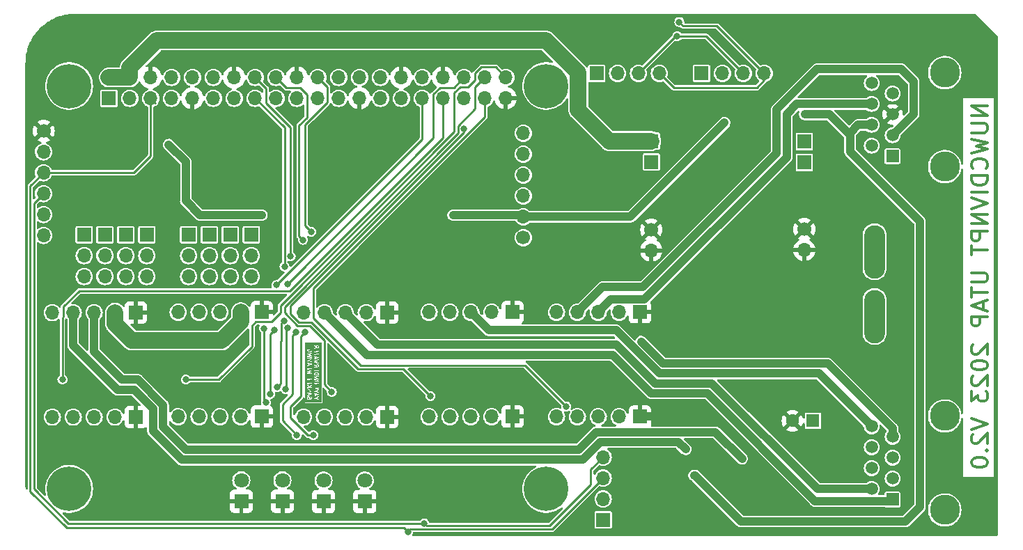
<source format=gbr>
%TF.GenerationSoftware,KiCad,Pcbnew,7.0.1*%
%TF.CreationDate,2023-08-16T19:59:43-04:00*%
%TF.ProjectId,DaughterBoard_UTAP,44617567-6874-4657-9242-6f6172645f55,rev?*%
%TF.SameCoordinates,Original*%
%TF.FileFunction,Copper,L2,Bot*%
%TF.FilePolarity,Positive*%
%FSLAX46Y46*%
G04 Gerber Fmt 4.6, Leading zero omitted, Abs format (unit mm)*
G04 Created by KiCad (PCBNEW 7.0.1) date 2023-08-16 19:59:43*
%MOMM*%
%LPD*%
G01*
G04 APERTURE LIST*
%ADD10C,0.300000*%
%TA.AperFunction,NonConductor*%
%ADD11C,0.300000*%
%TD*%
%ADD12C,0.100000*%
%TA.AperFunction,ComponentPad*%
%ADD13R,1.800000X1.800000*%
%TD*%
%TA.AperFunction,ComponentPad*%
%ADD14C,1.800000*%
%TD*%
%TA.AperFunction,ComponentPad*%
%ADD15C,5.400000*%
%TD*%
%TA.AperFunction,WasherPad*%
%ADD16C,3.650000*%
%TD*%
%TA.AperFunction,ComponentPad*%
%ADD17R,1.500000X1.500000*%
%TD*%
%TA.AperFunction,ComponentPad*%
%ADD18C,1.500000*%
%TD*%
%TA.AperFunction,ComponentPad*%
%ADD19O,1.700000X1.700000*%
%TD*%
%TA.AperFunction,ComponentPad*%
%ADD20C,1.700000*%
%TD*%
%TA.AperFunction,ComponentPad*%
%ADD21R,1.700000X1.700000*%
%TD*%
%TA.AperFunction,ComponentPad*%
%ADD22R,1.600000X1.600000*%
%TD*%
%TA.AperFunction,ComponentPad*%
%ADD23C,1.600000*%
%TD*%
%TA.AperFunction,ComponentPad*%
%ADD24O,2.540000X6.502400*%
%TD*%
%TA.AperFunction,ViaPad*%
%ADD25C,0.800000*%
%TD*%
%TA.AperFunction,Conductor*%
%ADD26C,0.250000*%
%TD*%
%TA.AperFunction,Conductor*%
%ADD27C,2.000000*%
%TD*%
%TA.AperFunction,Conductor*%
%ADD28C,1.000000*%
%TD*%
G04 APERTURE END LIST*
D10*
D11*
X167005238Y-70726190D02*
X165005238Y-70726190D01*
X165005238Y-70726190D02*
X167005238Y-71869047D01*
X167005238Y-71869047D02*
X165005238Y-71869047D01*
X165005238Y-72821428D02*
X166624285Y-72821428D01*
X166624285Y-72821428D02*
X166814761Y-72916666D01*
X166814761Y-72916666D02*
X166910000Y-73011904D01*
X166910000Y-73011904D02*
X167005238Y-73202380D01*
X167005238Y-73202380D02*
X167005238Y-73583333D01*
X167005238Y-73583333D02*
X166910000Y-73773809D01*
X166910000Y-73773809D02*
X166814761Y-73869047D01*
X166814761Y-73869047D02*
X166624285Y-73964285D01*
X166624285Y-73964285D02*
X165005238Y-73964285D01*
X165005238Y-74726190D02*
X167005238Y-75202380D01*
X167005238Y-75202380D02*
X165576666Y-75583333D01*
X165576666Y-75583333D02*
X167005238Y-75964285D01*
X167005238Y-75964285D02*
X165005238Y-76440476D01*
X166814761Y-78345237D02*
X166910000Y-78249999D01*
X166910000Y-78249999D02*
X167005238Y-77964285D01*
X167005238Y-77964285D02*
X167005238Y-77773809D01*
X167005238Y-77773809D02*
X166910000Y-77488094D01*
X166910000Y-77488094D02*
X166719523Y-77297618D01*
X166719523Y-77297618D02*
X166529047Y-77202380D01*
X166529047Y-77202380D02*
X166148095Y-77107142D01*
X166148095Y-77107142D02*
X165862380Y-77107142D01*
X165862380Y-77107142D02*
X165481428Y-77202380D01*
X165481428Y-77202380D02*
X165290952Y-77297618D01*
X165290952Y-77297618D02*
X165100476Y-77488094D01*
X165100476Y-77488094D02*
X165005238Y-77773809D01*
X165005238Y-77773809D02*
X165005238Y-77964285D01*
X165005238Y-77964285D02*
X165100476Y-78249999D01*
X165100476Y-78249999D02*
X165195714Y-78345237D01*
X167005238Y-79202380D02*
X165005238Y-79202380D01*
X165005238Y-79202380D02*
X165005238Y-79678570D01*
X165005238Y-79678570D02*
X165100476Y-79964285D01*
X165100476Y-79964285D02*
X165290952Y-80154761D01*
X165290952Y-80154761D02*
X165481428Y-80249999D01*
X165481428Y-80249999D02*
X165862380Y-80345237D01*
X165862380Y-80345237D02*
X166148095Y-80345237D01*
X166148095Y-80345237D02*
X166529047Y-80249999D01*
X166529047Y-80249999D02*
X166719523Y-80154761D01*
X166719523Y-80154761D02*
X166910000Y-79964285D01*
X166910000Y-79964285D02*
X167005238Y-79678570D01*
X167005238Y-79678570D02*
X167005238Y-79202380D01*
X167005238Y-81202380D02*
X165005238Y-81202380D01*
X165005238Y-81869047D02*
X167005238Y-82535713D01*
X167005238Y-82535713D02*
X165005238Y-83202380D01*
X167005238Y-83869047D02*
X165005238Y-83869047D01*
X165005238Y-83869047D02*
X167005238Y-85011904D01*
X167005238Y-85011904D02*
X165005238Y-85011904D01*
X167005238Y-85964285D02*
X165005238Y-85964285D01*
X165005238Y-85964285D02*
X165005238Y-86726190D01*
X165005238Y-86726190D02*
X165100476Y-86916666D01*
X165100476Y-86916666D02*
X165195714Y-87011904D01*
X165195714Y-87011904D02*
X165386190Y-87107142D01*
X165386190Y-87107142D02*
X165671904Y-87107142D01*
X165671904Y-87107142D02*
X165862380Y-87011904D01*
X165862380Y-87011904D02*
X165957619Y-86916666D01*
X165957619Y-86916666D02*
X166052857Y-86726190D01*
X166052857Y-86726190D02*
X166052857Y-85964285D01*
X165005238Y-87678571D02*
X165005238Y-88821428D01*
X167005238Y-88249999D02*
X165005238Y-88249999D01*
X165005238Y-91011905D02*
X166624285Y-91011905D01*
X166624285Y-91011905D02*
X166814761Y-91107143D01*
X166814761Y-91107143D02*
X166910000Y-91202381D01*
X166910000Y-91202381D02*
X167005238Y-91392857D01*
X167005238Y-91392857D02*
X167005238Y-91773810D01*
X167005238Y-91773810D02*
X166910000Y-91964286D01*
X166910000Y-91964286D02*
X166814761Y-92059524D01*
X166814761Y-92059524D02*
X166624285Y-92154762D01*
X166624285Y-92154762D02*
X165005238Y-92154762D01*
X165005238Y-92821429D02*
X165005238Y-93964286D01*
X167005238Y-93392857D02*
X165005238Y-93392857D01*
X166433809Y-94535715D02*
X166433809Y-95488096D01*
X167005238Y-94345239D02*
X165005238Y-95011905D01*
X165005238Y-95011905D02*
X167005238Y-95678572D01*
X167005238Y-96345239D02*
X165005238Y-96345239D01*
X165005238Y-96345239D02*
X165005238Y-97107144D01*
X165005238Y-97107144D02*
X165100476Y-97297620D01*
X165100476Y-97297620D02*
X165195714Y-97392858D01*
X165195714Y-97392858D02*
X165386190Y-97488096D01*
X165386190Y-97488096D02*
X165671904Y-97488096D01*
X165671904Y-97488096D02*
X165862380Y-97392858D01*
X165862380Y-97392858D02*
X165957619Y-97297620D01*
X165957619Y-97297620D02*
X166052857Y-97107144D01*
X166052857Y-97107144D02*
X166052857Y-96345239D01*
X165195714Y-99773811D02*
X165100476Y-99869049D01*
X165100476Y-99869049D02*
X165005238Y-100059525D01*
X165005238Y-100059525D02*
X165005238Y-100535716D01*
X165005238Y-100535716D02*
X165100476Y-100726192D01*
X165100476Y-100726192D02*
X165195714Y-100821430D01*
X165195714Y-100821430D02*
X165386190Y-100916668D01*
X165386190Y-100916668D02*
X165576666Y-100916668D01*
X165576666Y-100916668D02*
X165862380Y-100821430D01*
X165862380Y-100821430D02*
X167005238Y-99678573D01*
X167005238Y-99678573D02*
X167005238Y-100916668D01*
X165005238Y-102154763D02*
X165005238Y-102345240D01*
X165005238Y-102345240D02*
X165100476Y-102535716D01*
X165100476Y-102535716D02*
X165195714Y-102630954D01*
X165195714Y-102630954D02*
X165386190Y-102726192D01*
X165386190Y-102726192D02*
X165767142Y-102821430D01*
X165767142Y-102821430D02*
X166243333Y-102821430D01*
X166243333Y-102821430D02*
X166624285Y-102726192D01*
X166624285Y-102726192D02*
X166814761Y-102630954D01*
X166814761Y-102630954D02*
X166910000Y-102535716D01*
X166910000Y-102535716D02*
X167005238Y-102345240D01*
X167005238Y-102345240D02*
X167005238Y-102154763D01*
X167005238Y-102154763D02*
X166910000Y-101964287D01*
X166910000Y-101964287D02*
X166814761Y-101869049D01*
X166814761Y-101869049D02*
X166624285Y-101773811D01*
X166624285Y-101773811D02*
X166243333Y-101678573D01*
X166243333Y-101678573D02*
X165767142Y-101678573D01*
X165767142Y-101678573D02*
X165386190Y-101773811D01*
X165386190Y-101773811D02*
X165195714Y-101869049D01*
X165195714Y-101869049D02*
X165100476Y-101964287D01*
X165100476Y-101964287D02*
X165005238Y-102154763D01*
X165195714Y-103583335D02*
X165100476Y-103678573D01*
X165100476Y-103678573D02*
X165005238Y-103869049D01*
X165005238Y-103869049D02*
X165005238Y-104345240D01*
X165005238Y-104345240D02*
X165100476Y-104535716D01*
X165100476Y-104535716D02*
X165195714Y-104630954D01*
X165195714Y-104630954D02*
X165386190Y-104726192D01*
X165386190Y-104726192D02*
X165576666Y-104726192D01*
X165576666Y-104726192D02*
X165862380Y-104630954D01*
X165862380Y-104630954D02*
X167005238Y-103488097D01*
X167005238Y-103488097D02*
X167005238Y-104726192D01*
X165005238Y-105392859D02*
X165005238Y-106630954D01*
X165005238Y-106630954D02*
X165767142Y-105964287D01*
X165767142Y-105964287D02*
X165767142Y-106250002D01*
X165767142Y-106250002D02*
X165862380Y-106440478D01*
X165862380Y-106440478D02*
X165957619Y-106535716D01*
X165957619Y-106535716D02*
X166148095Y-106630954D01*
X166148095Y-106630954D02*
X166624285Y-106630954D01*
X166624285Y-106630954D02*
X166814761Y-106535716D01*
X166814761Y-106535716D02*
X166910000Y-106440478D01*
X166910000Y-106440478D02*
X167005238Y-106250002D01*
X167005238Y-106250002D02*
X167005238Y-105678573D01*
X167005238Y-105678573D02*
X166910000Y-105488097D01*
X166910000Y-105488097D02*
X166814761Y-105392859D01*
X165005238Y-108726193D02*
X167005238Y-109392859D01*
X167005238Y-109392859D02*
X165005238Y-110059526D01*
X165195714Y-110630955D02*
X165100476Y-110726193D01*
X165100476Y-110726193D02*
X165005238Y-110916669D01*
X165005238Y-110916669D02*
X165005238Y-111392860D01*
X165005238Y-111392860D02*
X165100476Y-111583336D01*
X165100476Y-111583336D02*
X165195714Y-111678574D01*
X165195714Y-111678574D02*
X165386190Y-111773812D01*
X165386190Y-111773812D02*
X165576666Y-111773812D01*
X165576666Y-111773812D02*
X165862380Y-111678574D01*
X165862380Y-111678574D02*
X167005238Y-110535717D01*
X167005238Y-110535717D02*
X167005238Y-111773812D01*
X166814761Y-112630955D02*
X166910000Y-112726193D01*
X166910000Y-112726193D02*
X167005238Y-112630955D01*
X167005238Y-112630955D02*
X166910000Y-112535717D01*
X166910000Y-112535717D02*
X166814761Y-112630955D01*
X166814761Y-112630955D02*
X167005238Y-112630955D01*
X165005238Y-113964288D02*
X165005238Y-114154765D01*
X165005238Y-114154765D02*
X165100476Y-114345241D01*
X165100476Y-114345241D02*
X165195714Y-114440479D01*
X165195714Y-114440479D02*
X165386190Y-114535717D01*
X165386190Y-114535717D02*
X165767142Y-114630955D01*
X165767142Y-114630955D02*
X166243333Y-114630955D01*
X166243333Y-114630955D02*
X166624285Y-114535717D01*
X166624285Y-114535717D02*
X166814761Y-114440479D01*
X166814761Y-114440479D02*
X166910000Y-114345241D01*
X166910000Y-114345241D02*
X167005238Y-114154765D01*
X167005238Y-114154765D02*
X167005238Y-113964288D01*
X167005238Y-113964288D02*
X166910000Y-113773812D01*
X166910000Y-113773812D02*
X166814761Y-113678574D01*
X166814761Y-113678574D02*
X166624285Y-113583336D01*
X166624285Y-113583336D02*
X166243333Y-113488098D01*
X166243333Y-113488098D02*
X165767142Y-113488098D01*
X165767142Y-113488098D02*
X165386190Y-113583336D01*
X165386190Y-113583336D02*
X165195714Y-113678574D01*
X165195714Y-113678574D02*
X165100476Y-113773812D01*
X165100476Y-113773812D02*
X165005238Y-113964288D01*
D12*
G36*
X84499398Y-106138859D02*
G01*
X84506405Y-106144989D01*
X84521771Y-106189168D01*
X84521433Y-106191348D01*
X84523095Y-106195101D01*
X84523095Y-106307051D01*
X84361190Y-106327289D01*
X84361190Y-106204628D01*
X84377165Y-106170680D01*
X84391405Y-106154661D01*
X84423574Y-106134554D01*
X84471835Y-106128521D01*
X84499398Y-106138859D01*
G37*
G36*
X84737493Y-106132906D02*
G01*
X84747569Y-106141722D01*
X84761190Y-106167260D01*
X84761190Y-106277289D01*
X84623095Y-106294551D01*
X84623095Y-106195699D01*
X84639070Y-106161751D01*
X84653307Y-106145733D01*
X84685479Y-106125626D01*
X84709929Y-106122569D01*
X84737493Y-106132906D01*
G37*
G36*
X85462077Y-105818520D02*
G01*
X85314047Y-105886368D01*
X85314047Y-105787681D01*
X85462077Y-105818520D01*
G37*
G36*
X84652077Y-105747091D02*
G01*
X84504047Y-105814939D01*
X84504047Y-105716252D01*
X84652077Y-105747091D01*
G37*
G36*
X85490099Y-103188766D02*
G01*
X85523684Y-103201360D01*
X85554499Y-103228323D01*
X85571190Y-103276307D01*
X85571190Y-103342767D01*
X85171190Y-103392767D01*
X85171190Y-103338165D01*
X85189398Y-103281266D01*
X85225214Y-103240972D01*
X85262487Y-103217676D01*
X85347518Y-103185789D01*
X85406903Y-103178367D01*
X85490099Y-103188766D01*
G37*
G36*
X85547494Y-102228146D02*
G01*
X85557568Y-102236961D01*
X85571190Y-102262501D01*
X85571190Y-102396338D01*
X85409285Y-102416576D01*
X85409285Y-102356501D01*
X85410436Y-102344216D01*
X85409285Y-102341993D01*
X85409285Y-102293915D01*
X85425260Y-102259967D01*
X85439500Y-102243948D01*
X85471668Y-102223842D01*
X85519929Y-102217809D01*
X85547494Y-102228146D01*
G37*
G36*
X84652077Y-102125068D02*
G01*
X84504047Y-102192916D01*
X84504047Y-102094229D01*
X84652077Y-102125068D01*
G37*
G36*
X85462077Y-101297688D02*
G01*
X85314047Y-101365536D01*
X85314047Y-101266849D01*
X85462077Y-101297688D01*
G37*
G36*
X85547494Y-99909694D02*
G01*
X85557568Y-99918509D01*
X85571190Y-99944049D01*
X85571190Y-100077886D01*
X85409285Y-100098124D01*
X85409285Y-100038049D01*
X85410436Y-100025764D01*
X85409285Y-100023541D01*
X85409285Y-99975463D01*
X85425260Y-99941515D01*
X85439500Y-99925496D01*
X85471668Y-99905390D01*
X85519929Y-99899357D01*
X85547494Y-99909694D01*
G37*
G36*
X86031429Y-106783929D02*
G01*
X84028571Y-106783929D01*
X84028571Y-106200276D01*
X84259528Y-106200276D01*
X84261190Y-106204029D01*
X84261190Y-106383439D01*
X84260927Y-106397685D01*
X84265108Y-106404461D01*
X84267351Y-106412101D01*
X84272658Y-106416699D01*
X84276344Y-106422674D01*
X84283522Y-106426113D01*
X84289542Y-106431330D01*
X84296493Y-106432329D01*
X84302824Y-106435363D01*
X84310723Y-106434375D01*
X84318606Y-106435509D01*
X84324993Y-106432591D01*
X84572627Y-106401637D01*
X84580511Y-106402771D01*
X84586899Y-106399853D01*
X84810722Y-106371875D01*
X84818606Y-106373009D01*
X84831542Y-106367100D01*
X84844583Y-106361434D01*
X84844861Y-106361018D01*
X84845315Y-106360811D01*
X84852992Y-106348864D01*
X84860911Y-106337029D01*
X84860920Y-106336528D01*
X84861190Y-106336109D01*
X84861190Y-106321917D01*
X84861453Y-106307671D01*
X84861190Y-106307245D01*
X84861190Y-106302447D01*
X85070927Y-106302447D01*
X85086344Y-106327436D01*
X85112824Y-106340125D01*
X85350219Y-106310450D01*
X85604827Y-106440648D01*
X85626314Y-106444716D01*
X85653538Y-106433713D01*
X85670491Y-106409739D01*
X85671791Y-106380405D01*
X85657026Y-106355024D01*
X85452785Y-106250582D01*
X85657199Y-106094949D01*
X85670162Y-106077336D01*
X85672019Y-106048032D01*
X85657738Y-106022376D01*
X85631853Y-106008515D01*
X85602583Y-106010847D01*
X85339716Y-106210984D01*
X85107854Y-106239968D01*
X85087797Y-106248684D01*
X85071469Y-106273089D01*
X85070927Y-106302447D01*
X84861190Y-106302447D01*
X84861190Y-106156791D01*
X84862216Y-106144185D01*
X84857721Y-106135757D01*
X84855029Y-106126588D01*
X84850941Y-106123046D01*
X84833966Y-106091218D01*
X84831354Y-106082159D01*
X84821751Y-106073756D01*
X84812803Y-106064630D01*
X84810800Y-106064173D01*
X84800482Y-106055144D01*
X84794873Y-106047623D01*
X84782874Y-106043123D01*
X84771238Y-106037741D01*
X84769254Y-106038016D01*
X84747434Y-106029833D01*
X85069079Y-106029833D01*
X85077389Y-106057995D01*
X85099607Y-106077193D01*
X85128677Y-106081332D01*
X85285049Y-106009661D01*
X85298172Y-106003668D01*
X85298191Y-106003637D01*
X85633992Y-105849728D01*
X85639830Y-105849259D01*
X85647085Y-105843727D01*
X85648559Y-105843052D01*
X85652768Y-105839394D01*
X85663181Y-105831456D01*
X85663768Y-105829837D01*
X85665067Y-105828709D01*
X85668731Y-105816163D01*
X85673200Y-105803855D01*
X85672818Y-105802174D01*
X85673301Y-105800524D01*
X85669600Y-105787983D01*
X85666706Y-105775220D01*
X85665478Y-105774013D01*
X85664991Y-105772362D01*
X85655093Y-105763809D01*
X85645761Y-105754640D01*
X85644074Y-105754288D01*
X85642773Y-105753164D01*
X85629831Y-105751321D01*
X85286969Y-105679892D01*
X85285695Y-105678788D01*
X85272702Y-105676919D01*
X85124349Y-105646013D01*
X85102550Y-105647764D01*
X85079200Y-105665567D01*
X85069181Y-105693168D01*
X85075675Y-105721803D01*
X85096620Y-105742383D01*
X85214047Y-105766847D01*
X85214047Y-105932201D01*
X85093821Y-105987305D01*
X85077313Y-106001648D01*
X85069079Y-106029833D01*
X84747434Y-106029833D01*
X84735573Y-106025385D01*
X84724319Y-106019993D01*
X84714668Y-106021199D01*
X84704966Y-106020488D01*
X84700370Y-106022986D01*
X84665534Y-106027340D01*
X84654283Y-106027199D01*
X84644992Y-106033005D01*
X84634940Y-106037374D01*
X84632738Y-106040664D01*
X84600311Y-106060931D01*
X84593098Y-106062951D01*
X84588119Y-106068551D01*
X84588117Y-106068553D01*
X84581835Y-106075619D01*
X84581435Y-106075059D01*
X84575757Y-106072796D01*
X84562388Y-106061098D01*
X84556779Y-106053577D01*
X84544777Y-106049076D01*
X84533142Y-106043694D01*
X84531159Y-106043969D01*
X84497476Y-106031337D01*
X84486223Y-106025945D01*
X84476573Y-106027151D01*
X84466872Y-106026440D01*
X84462276Y-106028938D01*
X84403629Y-106036269D01*
X84392378Y-106036128D01*
X84383087Y-106041934D01*
X84373035Y-106046303D01*
X84370833Y-106049593D01*
X84338407Y-106069859D01*
X84331191Y-106071880D01*
X84302382Y-106104290D01*
X84296011Y-106108283D01*
X84290170Y-106120695D01*
X84283517Y-106134790D01*
X84283521Y-106134822D01*
X84267349Y-106169186D01*
X84261190Y-106178771D01*
X84261190Y-106189587D01*
X84259528Y-106200276D01*
X84028571Y-106200276D01*
X84028571Y-105958404D01*
X84259079Y-105958404D01*
X84267389Y-105986566D01*
X84289607Y-106005764D01*
X84318677Y-106009903D01*
X84475049Y-105938232D01*
X84488172Y-105932239D01*
X84488191Y-105932208D01*
X84823992Y-105778299D01*
X84829830Y-105777830D01*
X84837085Y-105772298D01*
X84838559Y-105771623D01*
X84842768Y-105767965D01*
X84853181Y-105760027D01*
X84853768Y-105758408D01*
X84855067Y-105757280D01*
X84858731Y-105744734D01*
X84863200Y-105732426D01*
X84862818Y-105730745D01*
X84863301Y-105729095D01*
X84859600Y-105716554D01*
X84856706Y-105703791D01*
X84855478Y-105702584D01*
X84854991Y-105700933D01*
X84845093Y-105692380D01*
X84835761Y-105683211D01*
X84834074Y-105682859D01*
X84832773Y-105681735D01*
X84819831Y-105679892D01*
X84476969Y-105608463D01*
X84475695Y-105607359D01*
X84462702Y-105605490D01*
X84314349Y-105574584D01*
X84292550Y-105576335D01*
X84269200Y-105594138D01*
X84259181Y-105621739D01*
X84265675Y-105650374D01*
X84286620Y-105670954D01*
X84404047Y-105695418D01*
X84404047Y-105860772D01*
X84283821Y-105915876D01*
X84267313Y-105930219D01*
X84259079Y-105958404D01*
X84028571Y-105958404D01*
X84028571Y-105416250D01*
X84259142Y-105416250D01*
X84263559Y-105428951D01*
X84267351Y-105441863D01*
X84268352Y-105442731D01*
X84290137Y-105505360D01*
X84302850Y-105523154D01*
X84330127Y-105534025D01*
X84358950Y-105528424D01*
X84380169Y-105508128D01*
X84387048Y-105479582D01*
X84361190Y-105405242D01*
X84361190Y-105305818D01*
X84377165Y-105271870D01*
X84391405Y-105255850D01*
X84423574Y-105235745D01*
X84448025Y-105232689D01*
X84475589Y-105243025D01*
X84485665Y-105251841D01*
X84502361Y-105283148D01*
X84522576Y-105361481D01*
X84522069Y-105367717D01*
X84526171Y-105375408D01*
X84526478Y-105376598D01*
X84529550Y-105381745D01*
X84550316Y-105420681D01*
X84552930Y-105429746D01*
X84562539Y-105438154D01*
X84571480Y-105447273D01*
X84573481Y-105447729D01*
X84583802Y-105456760D01*
X84589412Y-105464281D01*
X84601412Y-105468781D01*
X84613048Y-105474163D01*
X84615030Y-105473887D01*
X84648715Y-105486519D01*
X84659968Y-105491911D01*
X84669617Y-105490704D01*
X84679319Y-105491416D01*
X84683914Y-105488917D01*
X84718752Y-105484562D01*
X84730003Y-105484704D01*
X84739292Y-105478897D01*
X84749346Y-105474529D01*
X84751547Y-105471238D01*
X84783515Y-105451257D01*
X85070927Y-105451257D01*
X85086344Y-105476246D01*
X85112824Y-105488935D01*
X85350219Y-105459260D01*
X85604827Y-105589458D01*
X85626314Y-105593526D01*
X85653538Y-105582523D01*
X85670491Y-105558549D01*
X85671791Y-105529215D01*
X85657026Y-105503834D01*
X85452785Y-105399392D01*
X85657199Y-105243759D01*
X85670162Y-105226146D01*
X85672019Y-105196842D01*
X85657738Y-105171186D01*
X85631853Y-105157325D01*
X85602583Y-105159657D01*
X85339716Y-105359794D01*
X85107854Y-105388778D01*
X85087797Y-105397494D01*
X85071469Y-105421899D01*
X85070927Y-105451257D01*
X84783515Y-105451257D01*
X84783973Y-105450971D01*
X84791188Y-105448952D01*
X84797490Y-105441863D01*
X84802614Y-105436097D01*
X84819995Y-105416543D01*
X84826369Y-105412550D01*
X84832267Y-105400015D01*
X84838863Y-105386045D01*
X84838858Y-105386010D01*
X84855028Y-105351648D01*
X84861190Y-105342062D01*
X84861190Y-105331248D01*
X84862853Y-105320556D01*
X84861190Y-105316801D01*
X84861190Y-105214272D01*
X84863238Y-105205773D01*
X84858820Y-105193072D01*
X84855029Y-105180160D01*
X84854026Y-105179291D01*
X84832243Y-105116664D01*
X84825262Y-105106892D01*
X85069080Y-105106892D01*
X85071058Y-105113753D01*
X85070927Y-105120899D01*
X85073004Y-105124266D01*
X85073518Y-105128189D01*
X85076106Y-105131253D01*
X85077217Y-105135105D01*
X85082593Y-105139809D01*
X85086344Y-105145889D01*
X85089909Y-105147597D01*
X85092464Y-105150622D01*
X85096297Y-105151800D01*
X85109234Y-105163120D01*
X85116274Y-105171455D01*
X85127078Y-105174776D01*
X85137335Y-105179520D01*
X85140899Y-105179025D01*
X85144341Y-105180083D01*
X85155223Y-105177036D01*
X85166419Y-105175482D01*
X85169151Y-105173137D01*
X85172617Y-105172167D01*
X85180126Y-105163719D01*
X85188702Y-105156360D01*
X85189732Y-105152912D01*
X85198852Y-105142652D01*
X85202202Y-105141197D01*
X85206561Y-105134681D01*
X85212510Y-105129577D01*
X85214555Y-105122733D01*
X85218530Y-105116793D01*
X85218603Y-105112837D01*
X85220292Y-105109260D01*
X85219771Y-105105283D01*
X85220919Y-105101444D01*
X85218940Y-105094581D01*
X85218971Y-105092891D01*
X85260438Y-105092891D01*
X85261443Y-105094871D01*
X85261403Y-105097091D01*
X85262545Y-105098943D01*
X85262682Y-105101114D01*
X85268945Y-105109636D01*
X85273738Y-105119069D01*
X85275654Y-105120190D01*
X85276820Y-105122080D01*
X85278782Y-105123020D01*
X85280071Y-105124774D01*
X85289948Y-105128557D01*
X85299079Y-105133902D01*
X85301297Y-105133809D01*
X85303300Y-105134769D01*
X85305459Y-105134499D01*
X85307491Y-105135277D01*
X85317844Y-105133120D01*
X85590886Y-105121742D01*
X85596720Y-105123536D01*
X85605266Y-105121143D01*
X85606645Y-105121086D01*
X85612167Y-105119211D01*
X85624997Y-105115620D01*
X85625968Y-105114527D01*
X85627354Y-105114057D01*
X85635657Y-105103627D01*
X85651232Y-105086105D01*
X85654583Y-105084649D01*
X85658943Y-105078131D01*
X85664892Y-105073027D01*
X85666937Y-105066183D01*
X85670911Y-105060244D01*
X85670984Y-105056288D01*
X85672673Y-105052711D01*
X85672152Y-105048733D01*
X85673300Y-105044894D01*
X85671321Y-105038032D01*
X85671453Y-105030886D01*
X85669375Y-105027518D01*
X85668862Y-105023596D01*
X85666273Y-105020531D01*
X85665163Y-105016681D01*
X85659787Y-105011977D01*
X85656036Y-105005897D01*
X85652470Y-105004188D01*
X85649916Y-105001164D01*
X85646081Y-104999985D01*
X85634429Y-104989790D01*
X85628976Y-104982370D01*
X85616842Y-104977722D01*
X85605045Y-104972266D01*
X85603248Y-104972515D01*
X85601555Y-104971867D01*
X85588840Y-104974515D01*
X85575961Y-104976304D01*
X85574583Y-104977486D01*
X85305480Y-105033548D01*
X85302401Y-105033677D01*
X85300413Y-105034351D01*
X85298330Y-105034612D01*
X85296445Y-105035430D01*
X85294429Y-105035851D01*
X85291705Y-105037307D01*
X85281692Y-105040706D01*
X85280308Y-105042443D01*
X85278273Y-105043328D01*
X85277062Y-105045137D01*
X85275144Y-105046163D01*
X85269993Y-105055400D01*
X85263404Y-105063678D01*
X85263179Y-105065887D01*
X85261945Y-105067733D01*
X85261904Y-105069908D01*
X85260845Y-105071809D01*
X85261506Y-105082364D01*
X85260438Y-105092891D01*
X85218971Y-105092891D01*
X85219072Y-105087435D01*
X85216994Y-105084067D01*
X85216481Y-105080145D01*
X85213893Y-105077080D01*
X85212783Y-105073231D01*
X85207408Y-105068527D01*
X85203656Y-105062445D01*
X85200088Y-105060735D01*
X85197535Y-105057712D01*
X85193701Y-105056533D01*
X85180768Y-105045216D01*
X85173726Y-105036878D01*
X85162922Y-105033556D01*
X85152667Y-105028813D01*
X85149101Y-105029307D01*
X85145660Y-105028250D01*
X85134780Y-105031295D01*
X85123583Y-105032850D01*
X85120848Y-105035195D01*
X85117384Y-105036166D01*
X85109878Y-105044608D01*
X85101299Y-105051971D01*
X85100267Y-105055421D01*
X85091147Y-105065681D01*
X85087797Y-105067137D01*
X85083437Y-105073652D01*
X85077487Y-105078759D01*
X85075441Y-105085603D01*
X85071469Y-105091541D01*
X85071395Y-105095496D01*
X85069707Y-105099074D01*
X85070227Y-105103051D01*
X85069080Y-105106892D01*
X84825262Y-105106892D01*
X84819530Y-105098869D01*
X84792254Y-105087998D01*
X84763430Y-105093599D01*
X84742211Y-105113895D01*
X84735332Y-105142441D01*
X84761190Y-105216782D01*
X84761190Y-105316205D01*
X84745213Y-105350153D01*
X84730976Y-105366170D01*
X84698805Y-105386277D01*
X84674354Y-105389333D01*
X84646790Y-105378997D01*
X84636715Y-105370182D01*
X84620018Y-105338874D01*
X84599803Y-105260541D01*
X84600311Y-105254306D01*
X84596208Y-105246614D01*
X84595902Y-105245425D01*
X84592829Y-105240277D01*
X84572064Y-105201341D01*
X84569450Y-105192277D01*
X84559841Y-105183869D01*
X84550900Y-105174750D01*
X84548897Y-105174293D01*
X84538578Y-105165264D01*
X84532968Y-105157742D01*
X84520964Y-105153240D01*
X84509332Y-105147860D01*
X84507349Y-105148135D01*
X84473667Y-105135504D01*
X84462413Y-105130112D01*
X84452763Y-105131318D01*
X84443061Y-105130607D01*
X84438465Y-105133105D01*
X84403627Y-105137460D01*
X84392378Y-105137319D01*
X84383088Y-105143124D01*
X84373034Y-105147494D01*
X84370832Y-105150784D01*
X84338405Y-105171050D01*
X84331191Y-105173070D01*
X84326213Y-105178670D01*
X84326212Y-105178671D01*
X84324957Y-105180083D01*
X84302382Y-105205480D01*
X84296011Y-105209473D01*
X84290116Y-105221999D01*
X84283517Y-105235980D01*
X84283521Y-105236012D01*
X84267349Y-105270376D01*
X84261190Y-105279961D01*
X84261190Y-105290777D01*
X84259528Y-105301466D01*
X84261190Y-105305219D01*
X84261190Y-105407751D01*
X84259142Y-105416250D01*
X84028571Y-105416250D01*
X84028571Y-104710446D01*
X84259707Y-104710446D01*
X84272241Y-104737000D01*
X84520206Y-104891977D01*
X84500605Y-104914028D01*
X84297854Y-104939373D01*
X84277797Y-104948089D01*
X84261469Y-104972494D01*
X84260927Y-105001852D01*
X84276344Y-105026841D01*
X84302824Y-105039530D01*
X84521035Y-105012253D01*
X84524817Y-105013416D01*
X84535369Y-105010461D01*
X84824526Y-104974317D01*
X84844583Y-104965601D01*
X84860911Y-104941196D01*
X84861453Y-104911838D01*
X84846036Y-104886849D01*
X84819556Y-104874160D01*
X84651125Y-104895213D01*
X84853337Y-104667726D01*
X84862673Y-104647950D01*
X84858862Y-104618835D01*
X84839916Y-104596402D01*
X84811849Y-104587775D01*
X84783573Y-104595690D01*
X84587591Y-104816169D01*
X84331593Y-104656170D01*
X84310534Y-104650274D01*
X84282467Y-104658901D01*
X84263519Y-104681332D01*
X84259707Y-104710446D01*
X84028571Y-104710446D01*
X84028571Y-104504828D01*
X84260927Y-104504828D01*
X84265108Y-104511604D01*
X84267351Y-104519244D01*
X84272658Y-104523842D01*
X84276344Y-104529817D01*
X84283522Y-104533256D01*
X84289542Y-104538473D01*
X84296493Y-104539472D01*
X84302824Y-104542506D01*
X84310723Y-104541518D01*
X84318606Y-104542652D01*
X84324993Y-104539734D01*
X84572627Y-104508780D01*
X84580511Y-104509914D01*
X84586899Y-104506996D01*
X84810722Y-104479018D01*
X84818606Y-104480152D01*
X84831542Y-104474243D01*
X84844583Y-104468577D01*
X84844861Y-104468161D01*
X84845315Y-104467954D01*
X84852992Y-104456007D01*
X84860911Y-104444172D01*
X84860920Y-104443671D01*
X84861190Y-104443252D01*
X84861190Y-104429060D01*
X84861453Y-104414814D01*
X84861190Y-104414388D01*
X84861190Y-104307420D01*
X85069528Y-104307420D01*
X85071190Y-104311173D01*
X85071190Y-104393804D01*
X85070164Y-104406410D01*
X85074658Y-104414837D01*
X85077351Y-104424007D01*
X85081437Y-104427548D01*
X85098412Y-104459376D01*
X85101026Y-104468438D01*
X85110632Y-104476843D01*
X85119577Y-104485966D01*
X85121579Y-104486422D01*
X85131898Y-104495451D01*
X85137507Y-104502972D01*
X85149504Y-104507470D01*
X85161143Y-104512854D01*
X85163125Y-104512578D01*
X85196811Y-104525210D01*
X85208062Y-104530602D01*
X85217712Y-104529395D01*
X85227414Y-104530107D01*
X85232008Y-104527608D01*
X85634526Y-104477294D01*
X85654583Y-104468578D01*
X85670911Y-104444173D01*
X85671453Y-104414815D01*
X85656036Y-104389826D01*
X85629556Y-104377137D01*
X85222450Y-104428025D01*
X85194884Y-104417688D01*
X85184811Y-104408874D01*
X85171190Y-104383334D01*
X85171190Y-104311772D01*
X85187165Y-104277824D01*
X85201405Y-104261805D01*
X85233574Y-104241698D01*
X85634526Y-104191580D01*
X85654583Y-104182864D01*
X85670911Y-104158459D01*
X85671453Y-104129101D01*
X85656036Y-104104112D01*
X85629556Y-104091423D01*
X85213629Y-104143413D01*
X85202378Y-104143272D01*
X85193087Y-104149078D01*
X85183035Y-104153447D01*
X85180833Y-104156737D01*
X85148407Y-104177003D01*
X85141191Y-104179024D01*
X85112382Y-104211434D01*
X85106011Y-104215427D01*
X85100116Y-104227953D01*
X85093517Y-104241934D01*
X85093521Y-104241966D01*
X85077349Y-104276330D01*
X85071190Y-104285915D01*
X85071190Y-104296731D01*
X85069528Y-104307420D01*
X84861190Y-104307420D01*
X84861190Y-104183286D01*
X84855029Y-104162303D01*
X84832838Y-104143074D01*
X84803774Y-104138895D01*
X84777065Y-104151093D01*
X84761190Y-104175795D01*
X84761190Y-104384432D01*
X84623095Y-104401694D01*
X84623095Y-104284476D01*
X84616934Y-104263493D01*
X84594743Y-104244264D01*
X84565679Y-104240085D01*
X84538970Y-104252283D01*
X84523095Y-104276985D01*
X84523095Y-104414194D01*
X84361190Y-104434432D01*
X84361190Y-104245786D01*
X84355029Y-104224803D01*
X84332838Y-104205574D01*
X84303774Y-104201395D01*
X84277065Y-104213593D01*
X84261190Y-104238295D01*
X84261190Y-104490582D01*
X84260927Y-104504828D01*
X84028571Y-104504828D01*
X84028571Y-103983995D01*
X84260927Y-103983995D01*
X84276344Y-104008984D01*
X84302824Y-104021673D01*
X84761190Y-103964377D01*
X84761190Y-104057785D01*
X84767351Y-104078768D01*
X84789542Y-104097997D01*
X84818606Y-104102176D01*
X84845315Y-104089978D01*
X84861190Y-104065276D01*
X84861190Y-103983996D01*
X85070927Y-103983996D01*
X85086344Y-104008985D01*
X85112824Y-104021674D01*
X85620937Y-103958159D01*
X85629045Y-103959255D01*
X85641737Y-103953327D01*
X85654583Y-103947745D01*
X85654988Y-103947138D01*
X85655649Y-103946830D01*
X85663113Y-103934994D01*
X85670911Y-103923340D01*
X85670924Y-103922610D01*
X85671313Y-103921994D01*
X85671193Y-103908013D01*
X85671453Y-103893982D01*
X85671069Y-103893359D01*
X85671063Y-103892633D01*
X85663405Y-103880937D01*
X85656036Y-103868993D01*
X85655377Y-103868677D01*
X85654978Y-103868067D01*
X85642188Y-103862357D01*
X85629556Y-103856304D01*
X85628831Y-103856394D01*
X85305194Y-103711913D01*
X85634526Y-103670747D01*
X85654583Y-103662031D01*
X85670911Y-103637626D01*
X85671453Y-103608268D01*
X85656036Y-103583279D01*
X85629556Y-103570590D01*
X85121442Y-103634104D01*
X85113335Y-103633009D01*
X85100635Y-103638939D01*
X85087797Y-103644519D01*
X85087391Y-103645125D01*
X85086730Y-103645434D01*
X85079249Y-103657295D01*
X85071469Y-103668924D01*
X85071455Y-103669652D01*
X85071066Y-103670270D01*
X85071185Y-103684270D01*
X85070927Y-103698282D01*
X85071310Y-103698904D01*
X85071317Y-103699631D01*
X85078974Y-103711326D01*
X85086344Y-103723271D01*
X85087002Y-103723586D01*
X85087402Y-103724197D01*
X85100191Y-103729906D01*
X85112824Y-103735960D01*
X85113548Y-103735869D01*
X85437185Y-103880350D01*
X85107854Y-103921517D01*
X85087797Y-103930233D01*
X85071469Y-103954638D01*
X85070927Y-103983996D01*
X84861190Y-103983996D01*
X84861190Y-103908227D01*
X84861453Y-103893981D01*
X84861190Y-103893555D01*
X84861190Y-103757690D01*
X84855029Y-103736707D01*
X84832838Y-103717478D01*
X84803774Y-103713299D01*
X84777065Y-103725497D01*
X84761190Y-103750199D01*
X84761190Y-103863599D01*
X84297854Y-103921516D01*
X84277797Y-103930232D01*
X84261469Y-103954637D01*
X84260927Y-103983995D01*
X84028571Y-103983995D01*
X84028571Y-103343829D01*
X85070850Y-103343829D01*
X85071190Y-103344387D01*
X85071190Y-103448917D01*
X85070927Y-103463163D01*
X85075108Y-103469939D01*
X85077351Y-103477579D01*
X85082658Y-103482177D01*
X85086344Y-103488152D01*
X85093522Y-103491591D01*
X85099542Y-103496808D01*
X85106493Y-103497807D01*
X85112824Y-103500841D01*
X85120723Y-103499853D01*
X85128606Y-103500987D01*
X85134993Y-103498069D01*
X85620722Y-103437353D01*
X85628606Y-103438487D01*
X85641542Y-103432578D01*
X85654583Y-103426912D01*
X85654861Y-103426496D01*
X85655315Y-103426289D01*
X85662992Y-103414342D01*
X85670911Y-103402507D01*
X85670920Y-103402006D01*
X85671190Y-103401587D01*
X85671190Y-103387395D01*
X85671453Y-103373149D01*
X85671190Y-103372723D01*
X85671190Y-103273797D01*
X85673238Y-103265298D01*
X85668820Y-103252597D01*
X85665029Y-103239685D01*
X85664026Y-103238816D01*
X85645044Y-103184244D01*
X85641354Y-103171445D01*
X85634684Y-103165609D01*
X85629530Y-103158394D01*
X85623852Y-103156131D01*
X85586673Y-103123599D01*
X85581063Y-103116077D01*
X85569059Y-103111575D01*
X85557427Y-103106195D01*
X85555444Y-103106470D01*
X85527655Y-103096049D01*
X85522911Y-103092089D01*
X85514185Y-103090998D01*
X85512966Y-103090541D01*
X85507065Y-103090108D01*
X85421174Y-103079372D01*
X85415270Y-103076543D01*
X85406904Y-103077588D01*
X85405971Y-103077472D01*
X85399775Y-103078479D01*
X85337707Y-103086238D01*
X85331666Y-103084935D01*
X85323432Y-103088022D01*
X85322140Y-103088184D01*
X85316713Y-103090541D01*
X85231476Y-103122505D01*
X85226188Y-103122439D01*
X85217989Y-103127563D01*
X85215950Y-103128328D01*
X85211914Y-103131360D01*
X85172216Y-103156171D01*
X85165002Y-103158191D01*
X85160023Y-103163792D01*
X85160022Y-103163793D01*
X85153221Y-103171445D01*
X85110198Y-103219845D01*
X85101853Y-103226732D01*
X85098380Y-103237584D01*
X85093517Y-103247886D01*
X85093971Y-103251360D01*
X85075573Y-103308856D01*
X85071190Y-103315677D01*
X85071190Y-103329751D01*
X85070850Y-103343829D01*
X84028571Y-103343829D01*
X84028571Y-103020941D01*
X84259079Y-103020941D01*
X84262659Y-103033042D01*
X84265237Y-103045408D01*
X84266784Y-103046982D01*
X84267410Y-103049096D01*
X84276960Y-103057336D01*
X84285818Y-103066350D01*
X84287971Y-103066838D01*
X84289641Y-103068279D01*
X84302141Y-103070049D01*
X84314455Y-103072841D01*
X84316528Y-103072088D01*
X84472964Y-103094250D01*
X84297636Y-103162920D01*
X84288122Y-103164583D01*
X84278887Y-103173085D01*
X84268970Y-103180765D01*
X84268205Y-103182920D01*
X84266521Y-103184472D01*
X84263348Y-103196620D01*
X84259158Y-103208440D01*
X84259680Y-103210666D01*
X84259102Y-103212882D01*
X84262999Y-103224808D01*
X84265866Y-103237026D01*
X84267511Y-103238618D01*
X84268222Y-103240793D01*
X84277943Y-103248715D01*
X84286964Y-103257447D01*
X84289208Y-103257897D01*
X84290983Y-103259343D01*
X84303453Y-103260753D01*
X84315755Y-103263220D01*
X84317885Y-103262385D01*
X84812715Y-103318348D01*
X84834258Y-103314584D01*
X84855859Y-103294695D01*
X84863277Y-103266284D01*
X84854158Y-103238374D01*
X84831396Y-103219823D01*
X84517261Y-103184296D01*
X84681224Y-103120077D01*
X84690078Y-103118786D01*
X84700078Y-103110084D01*
X84710553Y-103101974D01*
X84711067Y-103100523D01*
X84712230Y-103099512D01*
X84715938Y-103086783D01*
X84720365Y-103074299D01*
X84720013Y-103072799D01*
X84720444Y-103071321D01*
X84716685Y-103058619D01*
X84713657Y-103045713D01*
X84712549Y-103044641D01*
X84712113Y-103043166D01*
X84702085Y-103034513D01*
X84692558Y-103025292D01*
X84691048Y-103024989D01*
X84689882Y-103023983D01*
X84676757Y-103022123D01*
X84663768Y-103019519D01*
X84662334Y-103020080D01*
X84516618Y-102999436D01*
X84608323Y-102966139D01*
X85070927Y-102966139D01*
X85075108Y-102972915D01*
X85077351Y-102980555D01*
X85082658Y-102985153D01*
X85086344Y-102991128D01*
X85093522Y-102994567D01*
X85099542Y-102999784D01*
X85106493Y-103000783D01*
X85112824Y-103003817D01*
X85120723Y-103002829D01*
X85128606Y-103003963D01*
X85134993Y-103001045D01*
X85382627Y-102970091D01*
X85390511Y-102971225D01*
X85396899Y-102968307D01*
X85620722Y-102940329D01*
X85628606Y-102941463D01*
X85641542Y-102935554D01*
X85654583Y-102929888D01*
X85654861Y-102929472D01*
X85655315Y-102929265D01*
X85662992Y-102917318D01*
X85670911Y-102905483D01*
X85670920Y-102904982D01*
X85671190Y-102904563D01*
X85671190Y-102890371D01*
X85671453Y-102876125D01*
X85671190Y-102875699D01*
X85671190Y-102644597D01*
X85665029Y-102623614D01*
X85642838Y-102604385D01*
X85613774Y-102600206D01*
X85587065Y-102612404D01*
X85571190Y-102637106D01*
X85571190Y-102845743D01*
X85433095Y-102863005D01*
X85433095Y-102745787D01*
X85426934Y-102724804D01*
X85404743Y-102705575D01*
X85375679Y-102701396D01*
X85348970Y-102713594D01*
X85333095Y-102738296D01*
X85333095Y-102875505D01*
X85171190Y-102895743D01*
X85171190Y-102707097D01*
X85165029Y-102686114D01*
X85142838Y-102666885D01*
X85113774Y-102662706D01*
X85087065Y-102674904D01*
X85071190Y-102699606D01*
X85071190Y-102951893D01*
X85070927Y-102966139D01*
X84608323Y-102966139D01*
X84835013Y-102883830D01*
X84852633Y-102870878D01*
X84863134Y-102843456D01*
X84857143Y-102814711D01*
X84836562Y-102793769D01*
X84807925Y-102787278D01*
X84298922Y-102972093D01*
X84289445Y-102973476D01*
X84279923Y-102981760D01*
X84269747Y-102989241D01*
X84268958Y-102991301D01*
X84267293Y-102992750D01*
X84263760Y-103004874D01*
X84259246Y-103016663D01*
X84259696Y-103018822D01*
X84259079Y-103020941D01*
X84028571Y-103020941D01*
X84028571Y-102728043D01*
X84260927Y-102728043D01*
X84265108Y-102734819D01*
X84267351Y-102742459D01*
X84272658Y-102747057D01*
X84276344Y-102753032D01*
X84283522Y-102756471D01*
X84289542Y-102761688D01*
X84296493Y-102762687D01*
X84302824Y-102765721D01*
X84310723Y-102764733D01*
X84318606Y-102765867D01*
X84324993Y-102762949D01*
X84572627Y-102731995D01*
X84580511Y-102733129D01*
X84586899Y-102730211D01*
X84810722Y-102702233D01*
X84818606Y-102703367D01*
X84831542Y-102697458D01*
X84844583Y-102691792D01*
X84844861Y-102691376D01*
X84845315Y-102691169D01*
X84852992Y-102679222D01*
X84860911Y-102667387D01*
X84860920Y-102666886D01*
X84861190Y-102666467D01*
X84861190Y-102652275D01*
X84861453Y-102638029D01*
X84861190Y-102637603D01*
X84861190Y-102406501D01*
X84855029Y-102385518D01*
X84832838Y-102366289D01*
X84803774Y-102362110D01*
X84777065Y-102374308D01*
X84761190Y-102399010D01*
X84761190Y-102607647D01*
X84623095Y-102624909D01*
X84623095Y-102507691D01*
X84616934Y-102486708D01*
X84594743Y-102467479D01*
X84565679Y-102463300D01*
X84538970Y-102475498D01*
X84523095Y-102500200D01*
X84523095Y-102637409D01*
X84361190Y-102657647D01*
X84361190Y-102469001D01*
X84355029Y-102448018D01*
X84332838Y-102428789D01*
X84303774Y-102424610D01*
X84277065Y-102436808D01*
X84261190Y-102461510D01*
X84261190Y-102713797D01*
X84260927Y-102728043D01*
X84028571Y-102728043D01*
X84028571Y-102336381D01*
X84259079Y-102336381D01*
X84267389Y-102364543D01*
X84289607Y-102383741D01*
X84318677Y-102387880D01*
X84475049Y-102316209D01*
X84488172Y-102310216D01*
X84488191Y-102310185D01*
X84669216Y-102227215D01*
X85070038Y-102227215D01*
X85083539Y-102253290D01*
X85309285Y-102383094D01*
X85309285Y-102429076D01*
X85107854Y-102454255D01*
X85087797Y-102462971D01*
X85071469Y-102487376D01*
X85070927Y-102516734D01*
X85086344Y-102541723D01*
X85112824Y-102554412D01*
X85358818Y-102523662D01*
X85366701Y-102524796D01*
X85373088Y-102521878D01*
X85620722Y-102490924D01*
X85628606Y-102492058D01*
X85641542Y-102486149D01*
X85654583Y-102480483D01*
X85654861Y-102480067D01*
X85655315Y-102479860D01*
X85662992Y-102467913D01*
X85670911Y-102456078D01*
X85670920Y-102455577D01*
X85671190Y-102455158D01*
X85671190Y-102440966D01*
X85671453Y-102426720D01*
X85671190Y-102426294D01*
X85671190Y-102252031D01*
X85672216Y-102239425D01*
X85667721Y-102230997D01*
X85665029Y-102221828D01*
X85660942Y-102218286D01*
X85643966Y-102186458D01*
X85641354Y-102177397D01*
X85631749Y-102168993D01*
X85622803Y-102159869D01*
X85620800Y-102159412D01*
X85610483Y-102150385D01*
X85604873Y-102142863D01*
X85592869Y-102138361D01*
X85581237Y-102132981D01*
X85579254Y-102133256D01*
X85545573Y-102120625D01*
X85534319Y-102115233D01*
X85524668Y-102116439D01*
X85514966Y-102115728D01*
X85510370Y-102118226D01*
X85451725Y-102125556D01*
X85440473Y-102125415D01*
X85431182Y-102131221D01*
X85421130Y-102135590D01*
X85418928Y-102138880D01*
X85386502Y-102159146D01*
X85379286Y-102161167D01*
X85350477Y-102193577D01*
X85344106Y-102197570D01*
X85338211Y-102210096D01*
X85331612Y-102224077D01*
X85331616Y-102224109D01*
X85315444Y-102258473D01*
X85309433Y-102267827D01*
X85139881Y-102170334D01*
X85118619Y-102165215D01*
X85090888Y-102174868D01*
X85072777Y-102197980D01*
X85070038Y-102227215D01*
X84669216Y-102227215D01*
X84823992Y-102156276D01*
X84829830Y-102155807D01*
X84837085Y-102150275D01*
X84838559Y-102149600D01*
X84842768Y-102145942D01*
X84853181Y-102138004D01*
X84853768Y-102136385D01*
X84855067Y-102135257D01*
X84858731Y-102122711D01*
X84863200Y-102110403D01*
X84862818Y-102108722D01*
X84863301Y-102107072D01*
X84859600Y-102094531D01*
X84856706Y-102081768D01*
X84855478Y-102080561D01*
X84854991Y-102078910D01*
X84845093Y-102070357D01*
X84835761Y-102061188D01*
X84834074Y-102060836D01*
X84832773Y-102059712D01*
X84819831Y-102057869D01*
X84476969Y-101986440D01*
X84475695Y-101985336D01*
X84462702Y-101983467D01*
X84314349Y-101952561D01*
X84292550Y-101954312D01*
X84269200Y-101972115D01*
X84259181Y-101999716D01*
X84265675Y-102028351D01*
X84286620Y-102048931D01*
X84404047Y-102073395D01*
X84404047Y-102238749D01*
X84283821Y-102293853D01*
X84267313Y-102308196D01*
X84259079Y-102336381D01*
X84028571Y-102336381D01*
X84028571Y-101744119D01*
X84259079Y-101744119D01*
X84262783Y-101756674D01*
X84265675Y-101769423D01*
X84266901Y-101770627D01*
X84267389Y-101772281D01*
X84277295Y-101780840D01*
X84286620Y-101790003D01*
X84288305Y-101790354D01*
X84289607Y-101791479D01*
X84302550Y-101793321D01*
X84808032Y-101898631D01*
X84829830Y-101896879D01*
X84853181Y-101879076D01*
X84863200Y-101851475D01*
X84856706Y-101822840D01*
X84835761Y-101802260D01*
X84556860Y-101744156D01*
X85069079Y-101744156D01*
X85072659Y-101756257D01*
X85075237Y-101768623D01*
X85076784Y-101770197D01*
X85077410Y-101772311D01*
X85086960Y-101780551D01*
X85095818Y-101789565D01*
X85097971Y-101790053D01*
X85099641Y-101791494D01*
X85112141Y-101793264D01*
X85124455Y-101796056D01*
X85126528Y-101795303D01*
X85282964Y-101817465D01*
X85107636Y-101886135D01*
X85098122Y-101887798D01*
X85088887Y-101896300D01*
X85078970Y-101903980D01*
X85078205Y-101906135D01*
X85076521Y-101907687D01*
X85073348Y-101919835D01*
X85069158Y-101931655D01*
X85069680Y-101933881D01*
X85069102Y-101936097D01*
X85072999Y-101948023D01*
X85075866Y-101960241D01*
X85077511Y-101961833D01*
X85078222Y-101964008D01*
X85087943Y-101971930D01*
X85096964Y-101980662D01*
X85099208Y-101981112D01*
X85100983Y-101982558D01*
X85113453Y-101983968D01*
X85125755Y-101986435D01*
X85127885Y-101985600D01*
X85622715Y-102041563D01*
X85644258Y-102037799D01*
X85665859Y-102017910D01*
X85673277Y-101989499D01*
X85664158Y-101961589D01*
X85641396Y-101943038D01*
X85327261Y-101907511D01*
X85491224Y-101843292D01*
X85500078Y-101842001D01*
X85510078Y-101833299D01*
X85520553Y-101825189D01*
X85521067Y-101823738D01*
X85522230Y-101822727D01*
X85525938Y-101809998D01*
X85530365Y-101797514D01*
X85530013Y-101796014D01*
X85530444Y-101794536D01*
X85526685Y-101781834D01*
X85523657Y-101768928D01*
X85522549Y-101767856D01*
X85522113Y-101766381D01*
X85512085Y-101757728D01*
X85502558Y-101748507D01*
X85501048Y-101748204D01*
X85499882Y-101747198D01*
X85486757Y-101745338D01*
X85473768Y-101742734D01*
X85472334Y-101743295D01*
X85326618Y-101722651D01*
X85645013Y-101607045D01*
X85662633Y-101594093D01*
X85673134Y-101566671D01*
X85667143Y-101537926D01*
X85646562Y-101516984D01*
X85617925Y-101510493D01*
X85108922Y-101695308D01*
X85099445Y-101696691D01*
X85089923Y-101704975D01*
X85079747Y-101712456D01*
X85078958Y-101714516D01*
X85077293Y-101715965D01*
X85073760Y-101728089D01*
X85069246Y-101739878D01*
X85069696Y-101742037D01*
X85069079Y-101744156D01*
X84556860Y-101744156D01*
X84470301Y-101726123D01*
X84838559Y-101557338D01*
X84855067Y-101542995D01*
X84863301Y-101514810D01*
X84861587Y-101509001D01*
X85069079Y-101509001D01*
X85077389Y-101537163D01*
X85099607Y-101556361D01*
X85128677Y-101560500D01*
X85285049Y-101488829D01*
X85298172Y-101482836D01*
X85298191Y-101482805D01*
X85633992Y-101328896D01*
X85639830Y-101328427D01*
X85647085Y-101322895D01*
X85648559Y-101322220D01*
X85652768Y-101318562D01*
X85663181Y-101310624D01*
X85663768Y-101309005D01*
X85665067Y-101307877D01*
X85668731Y-101295331D01*
X85673200Y-101283023D01*
X85672818Y-101281342D01*
X85673301Y-101279692D01*
X85669600Y-101267151D01*
X85666706Y-101254388D01*
X85665478Y-101253181D01*
X85664991Y-101251530D01*
X85655093Y-101242977D01*
X85645761Y-101233808D01*
X85644074Y-101233456D01*
X85642773Y-101232332D01*
X85629831Y-101230489D01*
X85286969Y-101159060D01*
X85285695Y-101157956D01*
X85272702Y-101156087D01*
X85124349Y-101125181D01*
X85102550Y-101126932D01*
X85079200Y-101144735D01*
X85069181Y-101172336D01*
X85075675Y-101200971D01*
X85096620Y-101221551D01*
X85214047Y-101246015D01*
X85214047Y-101411369D01*
X85093821Y-101466473D01*
X85077313Y-101480816D01*
X85069079Y-101509001D01*
X84861587Y-101509001D01*
X84854991Y-101486648D01*
X84832773Y-101467450D01*
X84803703Y-101463311D01*
X84298386Y-101694915D01*
X84292550Y-101695384D01*
X84285295Y-101700915D01*
X84283821Y-101701591D01*
X84279607Y-101705251D01*
X84269200Y-101713187D01*
X84268612Y-101714804D01*
X84267313Y-101715934D01*
X84263643Y-101728493D01*
X84259181Y-101740788D01*
X84259561Y-101742466D01*
X84259079Y-101744119D01*
X84028571Y-101744119D01*
X84028571Y-101427448D01*
X84260927Y-101427448D01*
X84276344Y-101452437D01*
X84302824Y-101465126D01*
X84824526Y-101399913D01*
X84844583Y-101391197D01*
X84860911Y-101366792D01*
X84861453Y-101337434D01*
X84846036Y-101312445D01*
X84819556Y-101299756D01*
X84297854Y-101364969D01*
X84277797Y-101373685D01*
X84261469Y-101398090D01*
X84260927Y-101427448D01*
X84028571Y-101427448D01*
X84028571Y-101192329D01*
X84260927Y-101192329D01*
X84276344Y-101217318D01*
X84302824Y-101230007D01*
X84810937Y-101166492D01*
X84819045Y-101167588D01*
X84831737Y-101161660D01*
X84844583Y-101156078D01*
X84844988Y-101155471D01*
X84845649Y-101155163D01*
X84853113Y-101143327D01*
X84860911Y-101131673D01*
X84860924Y-101130943D01*
X84861313Y-101130327D01*
X84861193Y-101116346D01*
X84861453Y-101102315D01*
X84861069Y-101101692D01*
X84861063Y-101100966D01*
X84853405Y-101089270D01*
X84846036Y-101077326D01*
X84845377Y-101077010D01*
X84844978Y-101076400D01*
X84832188Y-101070690D01*
X84819556Y-101064637D01*
X84818831Y-101064727D01*
X84571329Y-100954235D01*
X85070927Y-100954235D01*
X85086344Y-100979224D01*
X85112824Y-100991913D01*
X85571190Y-100934617D01*
X85571190Y-101028025D01*
X85577351Y-101049008D01*
X85599542Y-101068237D01*
X85628606Y-101072416D01*
X85655315Y-101060218D01*
X85671190Y-101035516D01*
X85671190Y-100878467D01*
X85671453Y-100864221D01*
X85671190Y-100863795D01*
X85671190Y-100727930D01*
X85665029Y-100706947D01*
X85642838Y-100687718D01*
X85613774Y-100683539D01*
X85587065Y-100695737D01*
X85571190Y-100720439D01*
X85571190Y-100833839D01*
X85107854Y-100891756D01*
X85087797Y-100900472D01*
X85071469Y-100924877D01*
X85070927Y-100954235D01*
X84571329Y-100954235D01*
X84495194Y-100920246D01*
X84824526Y-100879080D01*
X84844583Y-100870364D01*
X84860911Y-100845959D01*
X84861453Y-100816601D01*
X84846036Y-100791612D01*
X84819556Y-100778923D01*
X84311442Y-100842437D01*
X84303335Y-100841342D01*
X84290635Y-100847272D01*
X84277797Y-100852852D01*
X84277391Y-100853458D01*
X84276730Y-100853767D01*
X84269249Y-100865628D01*
X84261469Y-100877257D01*
X84261455Y-100877985D01*
X84261066Y-100878603D01*
X84261185Y-100892603D01*
X84260927Y-100906615D01*
X84261310Y-100907237D01*
X84261317Y-100907964D01*
X84268974Y-100919659D01*
X84276344Y-100931604D01*
X84277002Y-100931919D01*
X84277402Y-100932530D01*
X84290191Y-100938239D01*
X84302824Y-100944293D01*
X84303548Y-100944202D01*
X84627185Y-101088683D01*
X84297854Y-101129850D01*
X84277797Y-101138566D01*
X84261469Y-101162971D01*
X84260927Y-101192329D01*
X84028571Y-101192329D01*
X84028571Y-100517442D01*
X84259142Y-100517442D01*
X84263559Y-100530143D01*
X84267351Y-100543055D01*
X84268352Y-100543923D01*
X84287335Y-100598498D01*
X84291026Y-100611295D01*
X84297694Y-100617129D01*
X84302850Y-100624346D01*
X84308527Y-100626608D01*
X84345706Y-100659140D01*
X84351317Y-100666663D01*
X84363320Y-100671164D01*
X84374953Y-100676545D01*
X84376935Y-100676269D01*
X84404723Y-100686690D01*
X84409469Y-100690651D01*
X84418194Y-100691741D01*
X84419414Y-100692199D01*
X84425311Y-100692631D01*
X84511204Y-100703368D01*
X84517110Y-100706198D01*
X84525474Y-100705152D01*
X84526408Y-100705269D01*
X84532605Y-100704260D01*
X84594673Y-100696502D01*
X84600714Y-100697805D01*
X84608946Y-100694717D01*
X84610241Y-100694556D01*
X84615671Y-100692196D01*
X84700903Y-100660234D01*
X84706193Y-100660301D01*
X84714393Y-100655175D01*
X84716430Y-100654412D01*
X84720462Y-100651382D01*
X84726374Y-100647687D01*
X85070927Y-100647687D01*
X85075108Y-100654463D01*
X85077351Y-100662103D01*
X85082658Y-100666701D01*
X85086344Y-100672676D01*
X85093522Y-100676115D01*
X85099542Y-100681332D01*
X85106493Y-100682331D01*
X85112824Y-100685365D01*
X85120723Y-100684377D01*
X85128606Y-100685511D01*
X85134993Y-100682593D01*
X85382627Y-100651639D01*
X85390511Y-100652773D01*
X85396899Y-100649855D01*
X85620722Y-100621877D01*
X85628606Y-100623011D01*
X85641542Y-100617102D01*
X85654583Y-100611436D01*
X85654861Y-100611020D01*
X85655315Y-100610813D01*
X85662992Y-100598866D01*
X85670911Y-100587031D01*
X85670920Y-100586530D01*
X85671190Y-100586111D01*
X85671190Y-100571919D01*
X85671453Y-100557673D01*
X85671190Y-100557247D01*
X85671190Y-100326145D01*
X85665029Y-100305162D01*
X85642838Y-100285933D01*
X85613774Y-100281754D01*
X85587065Y-100293952D01*
X85571190Y-100318654D01*
X85571190Y-100527291D01*
X85433095Y-100544553D01*
X85433095Y-100427335D01*
X85426934Y-100406352D01*
X85404743Y-100387123D01*
X85375679Y-100382944D01*
X85348970Y-100395142D01*
X85333095Y-100419844D01*
X85333095Y-100557053D01*
X85171190Y-100577291D01*
X85171190Y-100388645D01*
X85165029Y-100367662D01*
X85142838Y-100348433D01*
X85113774Y-100344254D01*
X85087065Y-100356452D01*
X85071190Y-100381154D01*
X85071190Y-100633441D01*
X85070927Y-100647687D01*
X84726374Y-100647687D01*
X84760163Y-100626568D01*
X84767378Y-100624549D01*
X84775424Y-100615498D01*
X84786887Y-100602601D01*
X84786886Y-100602601D01*
X84822180Y-100562895D01*
X84830527Y-100556009D01*
X84833999Y-100545156D01*
X84838863Y-100534855D01*
X84838408Y-100531380D01*
X84856808Y-100473880D01*
X84861190Y-100467063D01*
X84861190Y-100453015D01*
X84861530Y-100438910D01*
X84861190Y-100438352D01*
X84861190Y-100382983D01*
X84862216Y-100370377D01*
X84857721Y-100361949D01*
X84855029Y-100352780D01*
X84850941Y-100349238D01*
X84828114Y-100306437D01*
X84812803Y-100290822D01*
X84784174Y-100284298D01*
X84756562Y-100294289D01*
X84738736Y-100317621D01*
X84736354Y-100346887D01*
X84761190Y-100393452D01*
X84761190Y-100444575D01*
X84742981Y-100501474D01*
X84707166Y-100541767D01*
X84669892Y-100565063D01*
X84584860Y-100596950D01*
X84525475Y-100604373D01*
X84442281Y-100593974D01*
X84408695Y-100581379D01*
X84377879Y-100554416D01*
X84361190Y-100506434D01*
X84361190Y-100475070D01*
X84379398Y-100418170D01*
X84383680Y-100413352D01*
X84475476Y-100401878D01*
X84475476Y-100447667D01*
X84481637Y-100468650D01*
X84503828Y-100487879D01*
X84532892Y-100492058D01*
X84559601Y-100479860D01*
X84575476Y-100455158D01*
X84575476Y-100345728D01*
X84575739Y-100331483D01*
X84571558Y-100324706D01*
X84569315Y-100317066D01*
X84564007Y-100312466D01*
X84560322Y-100306493D01*
X84553143Y-100303053D01*
X84547124Y-100297837D01*
X84540172Y-100296837D01*
X84533842Y-100293804D01*
X84525942Y-100294791D01*
X84518060Y-100293658D01*
X84511672Y-100296575D01*
X84363250Y-100315127D01*
X84359467Y-100313965D01*
X84348910Y-100316920D01*
X84345473Y-100317350D01*
X84342027Y-100318847D01*
X84331191Y-100321881D01*
X84328764Y-100324610D01*
X84325416Y-100326066D01*
X84319160Y-100335415D01*
X84300194Y-100356753D01*
X84291853Y-100363636D01*
X84288380Y-100374486D01*
X84283517Y-100384791D01*
X84283971Y-100388264D01*
X84265571Y-100445764D01*
X84261190Y-100452582D01*
X84261190Y-100466629D01*
X84260850Y-100480734D01*
X84261190Y-100481292D01*
X84261190Y-100508943D01*
X84259142Y-100517442D01*
X84028571Y-100517442D01*
X84028571Y-99908763D01*
X85070038Y-99908763D01*
X85083539Y-99934838D01*
X85309285Y-100064642D01*
X85309285Y-100110624D01*
X85107854Y-100135803D01*
X85087797Y-100144519D01*
X85071469Y-100168924D01*
X85070927Y-100198282D01*
X85086344Y-100223271D01*
X85112824Y-100235960D01*
X85358818Y-100205210D01*
X85366701Y-100206344D01*
X85373088Y-100203426D01*
X85620722Y-100172472D01*
X85628606Y-100173606D01*
X85641542Y-100167697D01*
X85654583Y-100162031D01*
X85654861Y-100161615D01*
X85655315Y-100161408D01*
X85662992Y-100149461D01*
X85670911Y-100137626D01*
X85670920Y-100137125D01*
X85671190Y-100136706D01*
X85671190Y-100122514D01*
X85671453Y-100108268D01*
X85671190Y-100107842D01*
X85671190Y-99933579D01*
X85672216Y-99920973D01*
X85667721Y-99912545D01*
X85665029Y-99903376D01*
X85660942Y-99899834D01*
X85643966Y-99868006D01*
X85641354Y-99858945D01*
X85631749Y-99850541D01*
X85622803Y-99841417D01*
X85620800Y-99840960D01*
X85610483Y-99831933D01*
X85604873Y-99824411D01*
X85592869Y-99819909D01*
X85581237Y-99814529D01*
X85579254Y-99814804D01*
X85545573Y-99802173D01*
X85534319Y-99796781D01*
X85524668Y-99797987D01*
X85514966Y-99797276D01*
X85510370Y-99799774D01*
X85451725Y-99807104D01*
X85440473Y-99806963D01*
X85431182Y-99812769D01*
X85421130Y-99817138D01*
X85418928Y-99820428D01*
X85386502Y-99840694D01*
X85379286Y-99842715D01*
X85350477Y-99875125D01*
X85344106Y-99879118D01*
X85338211Y-99891644D01*
X85331612Y-99905625D01*
X85331616Y-99905657D01*
X85315444Y-99940021D01*
X85309433Y-99949375D01*
X85139881Y-99851882D01*
X85118619Y-99846763D01*
X85090888Y-99856416D01*
X85072777Y-99879528D01*
X85070038Y-99908763D01*
X84028571Y-99908763D01*
X84028571Y-99494644D01*
X86031429Y-99494644D01*
X86031429Y-106783929D01*
G37*
D13*
%TO.P,GPIO_22,1,K*%
%TO.N,GND*%
X76250000Y-118790000D03*
D14*
%TO.P,GPIO_22,2,A*%
%TO.N,/GPIO_22*%
X76250000Y-116250000D03*
%TD*%
D15*
%TO.P,,0*%
%TO.N,N/C*%
X55320000Y-117290000D03*
%TD*%
D13*
%TO.P,GPIO_24,1,K*%
%TO.N,GND*%
X86250000Y-118805000D03*
D14*
%TO.P,GPIO_24,2,A*%
%TO.N,/GPIO_24*%
X86250000Y-116265000D03*
%TD*%
D16*
%TO.P,    X2    ,*%
%TO.N,*%
X161770000Y-78097500D03*
X161770000Y-66667500D03*
D17*
%TO.P,    X2    ,1*%
%TO.N,/DSCL-*%
X155420000Y-76827500D03*
D18*
%TO.P,    X2    ,2*%
%TO.N,/DSCL+*%
X152880000Y-75557500D03*
%TO.P,    X2    ,3*%
%TO.N,/GRE_STR_2_MOTOR*%
X155420000Y-74287500D03*
%TO.P,    X2    ,4*%
%TO.N,+3.3V*%
X152880000Y-73017500D03*
%TO.P,    X2    ,5*%
%TO.N,GND*%
X155420000Y-71747500D03*
%TO.P,    X2    ,6*%
%TO.N,/GRE_2_MOTOR*%
X152880000Y-70477500D03*
%TO.P,    X2    ,7*%
%TO.N,/DSDA-*%
X155420000Y-69207500D03*
%TO.P,    X2    ,8*%
%TO.N,/DSDA+*%
X152880000Y-67937500D03*
%TD*%
D19*
%TO.P,U6,0*%
%TO.N,N/C*%
X110534033Y-74032000D03*
X110534033Y-76572000D03*
X110534033Y-79112000D03*
X110534033Y-81652000D03*
X110534033Y-84192000D03*
D20*
X110534033Y-86732000D03*
%TO.P,U6,1,GND*%
%TO.N,GND*%
X52209033Y-73757000D03*
D19*
%TO.P,U6,2,OE*%
%TO.N,unconnected-(U6-OE-Pad2)*%
X52209033Y-76297000D03*
%TO.P,U6,3,SCL*%
%TO.N,/I2C1_SCL*%
X52209033Y-78837000D03*
%TO.P,U6,4,SDA*%
%TO.N,/I2C1_SDA*%
X52209033Y-81377000D03*
%TO.P,U6,5,VCC*%
%TO.N,+3.3V*%
X52209033Y-83917000D03*
%TO.P,U6,6,V+*%
%TO.N,unconnected-(U6-V+-Pad6)*%
X52209033Y-86457000D03*
D21*
%TO.P,U6,7,PWM0*%
%TO.N,/PWM1_OR*%
X57148033Y-86384000D03*
D19*
%TO.P,U6,8,V+0*%
%TO.N,unconnected-(U6-V+0-Pad8)*%
X57148033Y-88924000D03*
%TO.P,U6,9,GND0*%
%TO.N,unconnected-(U6-GND0-Pad9)*%
X57148033Y-91464000D03*
D21*
%TO.P,U6,10,PWM1*%
%TO.N,/PWM2_BRO*%
X59673033Y-86384000D03*
D19*
%TO.P,U6,11,V+1*%
%TO.N,unconnected-(U6-V+1-Pad11)*%
X59673033Y-88924000D03*
%TO.P,U6,12,GND1*%
%TO.N,unconnected-(U6-GND1-Pad12)*%
X59673033Y-91464000D03*
D21*
%TO.P,U6,13,PWM2*%
%TO.N,/PWM3_BLU*%
X62213033Y-86384000D03*
D19*
%TO.P,U6,14,V+2*%
%TO.N,unconnected-(U6-V+2-Pad14)*%
X62213033Y-88924000D03*
%TO.P,U6,15,GND2*%
%TO.N,unconnected-(U6-GND2-Pad15)*%
X62213033Y-91464000D03*
D21*
%TO.P,U6,16,PWM3*%
%TO.N,/PWM4_GRE_1*%
X64763033Y-86384000D03*
D19*
%TO.P,U6,17,V+3*%
%TO.N,unconnected-(U6-V+3-Pad17)*%
X64763033Y-88924000D03*
%TO.P,U6,18,GND3*%
%TO.N,unconnected-(U6-GND3-Pad18)*%
X64763033Y-91464000D03*
D21*
%TO.P,U6,19,GND4*%
%TO.N,/PWM5_GRE_2*%
X69848033Y-86384000D03*
D19*
%TO.P,U6,20,V+4*%
%TO.N,unconnected-(U6-V+4-Pad20)*%
X69848033Y-88924000D03*
%TO.P,U6,21,PWM4*%
%TO.N,unconnected-(U6-PWM4-Pad21)*%
X69848033Y-91464000D03*
D21*
%TO.P,U6,22,GND5*%
%TO.N,unconnected-(U6-GND5-Pad22)*%
X72373033Y-86384000D03*
D19*
%TO.P,U6,23,V+5*%
%TO.N,unconnected-(U6-V+5-Pad23)*%
X72373033Y-88924000D03*
%TO.P,U6,24,PWM5*%
%TO.N,unconnected-(U6-PWM5-Pad24)*%
X72373033Y-91464000D03*
D21*
%TO.P,U6,25,GND6*%
%TO.N,unconnected-(U6-GND6-Pad25)*%
X74913033Y-86384000D03*
D19*
%TO.P,U6,26,V+6*%
%TO.N,unconnected-(U6-V+6-Pad26)*%
X74913033Y-88924000D03*
%TO.P,U6,27,PWM6*%
%TO.N,unconnected-(U6-PWM6-Pad27)*%
X74913033Y-91464000D03*
D21*
%TO.P,U6,28,GND7*%
%TO.N,unconnected-(U6-GND7-Pad28)*%
X77463033Y-86384000D03*
D19*
%TO.P,U6,29,V+7*%
%TO.N,unconnected-(U6-V+7-Pad29)*%
X77463033Y-88924000D03*
%TO.P,U6,30,PWM7*%
%TO.N,unconnected-(U6-PWM7-Pad30)*%
X77463033Y-91464000D03*
%TD*%
D13*
%TO.P,GPIO_23,1,K*%
%TO.N,GND*%
X81250000Y-118790000D03*
D14*
%TO.P,GPIO_23,2,A*%
%TO.N,/GPIO_23*%
X81250000Y-116250000D03*
%TD*%
D19*
%TO.P,U5,1,PWM*%
%TO.N,/PWM1_OR*%
X83820000Y-108550000D03*
%TO.P,U5,2,DIR*%
%TO.N,Net-(U5-DIR)*%
X86360000Y-108550000D03*
%TO.P,U5,3,~FAULT*%
%TO.N,unconnected-(U5-~FAULT-Pad3)*%
X88900000Y-108550000D03*
%TO.P,U5,4,~EN*%
%TO.N,unconnected-(U5-~EN-Pad4)*%
X91440000Y-108550000D03*
D21*
%TO.P,U5,5,GND*%
%TO.N,GND*%
X93980000Y-108550000D03*
%TO.P,U5,6,GND*%
X93980000Y-95850000D03*
D19*
%TO.P,U5,7,VIN*%
%TO.N,+12V*%
X91440000Y-95850000D03*
%TO.P,U5,8,M2*%
%TO.N,/OR_MOTOR*%
X88900000Y-95850000D03*
%TO.P,U5,9,M1*%
%TO.N,/OR_STR_MOTOR*%
X86360000Y-95850000D03*
%TO.P,U5,10,VM*%
%TO.N,unconnected-(U5-VM-Pad10)*%
X83820000Y-95850000D03*
%TD*%
%TO.P,U3,1,PWM*%
%TO.N,/PWM5_GRE_2*%
X114570000Y-108500000D03*
%TO.P,U3,2,DIR*%
%TO.N,Net-(U3-DIR)*%
X117110000Y-108500000D03*
%TO.P,U3,3,~FAULT*%
%TO.N,unconnected-(U3-~FAULT-Pad3)*%
X119650000Y-108500000D03*
%TO.P,U3,4,~EN*%
%TO.N,unconnected-(U3-~EN-Pad4)*%
X122190000Y-108500000D03*
D21*
%TO.P,U3,5,GND*%
%TO.N,GND*%
X124730000Y-108500000D03*
%TO.P,U3,6,GND*%
X124730000Y-95800000D03*
D19*
%TO.P,U3,7,VIN*%
%TO.N,+12V*%
X122190000Y-95800000D03*
%TO.P,U3,8,M2*%
%TO.N,/GRE_2_MOTOR*%
X119650000Y-95800000D03*
%TO.P,U3,9,M1*%
%TO.N,/GRE_STR_2_MOTOR*%
X117110000Y-95800000D03*
%TO.P,U3,10,VM*%
%TO.N,unconnected-(U3-VM-Pad10)*%
X114570000Y-95800000D03*
%TD*%
D13*
%TO.P,GPIO_25,1,K*%
%TO.N,GND*%
X91250000Y-118805000D03*
D14*
%TO.P,GPIO_25,2,A*%
%TO.N,/GPIO_25*%
X91250000Y-116265000D03*
%TD*%
D21*
%TO.P,J1,1,Pin_1*%
%TO.N,Net-(J1-Pin_1)*%
X119460000Y-66750000D03*
D19*
%TO.P,J1,2,Pin_2*%
%TO.N,Net-(J1-Pin_2)*%
X122000000Y-66750000D03*
%TO.P,J1,3,Pin_3*%
%TO.N,/I2C1_SCL*%
X124540000Y-66750000D03*
%TO.P,J1,4,Pin_4*%
%TO.N,/I2C1_SDA*%
X127080000Y-66750000D03*
%TD*%
D22*
%TO.P,C1,1,+*%
%TO.N,+12V*%
X145750000Y-109000000D03*
D23*
%TO.P,C1,2,-*%
%TO.N,GND*%
X143250000Y-109000000D03*
%TD*%
D19*
%TO.P,U4,1,PWM*%
%TO.N,/PWM2_BRO*%
X99070000Y-108500000D03*
%TO.P,U4,2,DIR*%
%TO.N,Net-(U4-DIR)*%
X101610000Y-108500000D03*
%TO.P,U4,3,~FAULT*%
%TO.N,unconnected-(U4-~FAULT-Pad3)*%
X104150000Y-108500000D03*
%TO.P,U4,4,~EN*%
%TO.N,unconnected-(U4-~EN-Pad4)*%
X106690000Y-108500000D03*
D21*
%TO.P,U4,5,GND*%
%TO.N,GND*%
X109230000Y-108500000D03*
%TO.P,U4,6,GND*%
X109230000Y-95800000D03*
D19*
%TO.P,U4,7,VIN*%
%TO.N,+12V*%
X106690000Y-95800000D03*
%TO.P,U4,8,M2*%
%TO.N,/BRO_MOTOR*%
X104150000Y-95800000D03*
%TO.P,U4,9,M1*%
%TO.N,/BRO_STR_MOTOR*%
X101610000Y-95800000D03*
%TO.P,U4,10,VM*%
%TO.N,unconnected-(U4-VM-Pad10)*%
X99070000Y-95800000D03*
%TD*%
D15*
%TO.P,,0*%
%TO.N,N/C*%
X113320000Y-117290000D03*
%TD*%
D19*
%TO.P,U1,1,PWM*%
%TO.N,/PWM3_BLU*%
X53270000Y-108550000D03*
%TO.P,U1,2,DIR*%
%TO.N,Net-(U1-DIR)*%
X55810000Y-108550000D03*
%TO.P,U1,3,~FAULT*%
%TO.N,unconnected-(U1-~FAULT-Pad3)*%
X58350000Y-108550000D03*
%TO.P,U1,4,~EN*%
%TO.N,unconnected-(U1-~EN-Pad4)*%
X60890000Y-108550000D03*
D21*
%TO.P,U1,5,GND*%
%TO.N,GND*%
X63430000Y-108550000D03*
%TO.P,U1,6,GND*%
X63430000Y-95850000D03*
D19*
%TO.P,U1,7,VIN*%
%TO.N,+12V*%
X60890000Y-95850000D03*
%TO.P,U1,8,M2*%
%TO.N,/BLU_MOTOR*%
X58350000Y-95850000D03*
%TO.P,U1,9,M1*%
%TO.N,/BLU_STR_MOTOR*%
X55810000Y-95850000D03*
%TO.P,U1,10,VM*%
%TO.N,unconnected-(U1-VM-Pad10)*%
X53270000Y-95850000D03*
%TD*%
D24*
%TO.P,J3,1,Pin_1*%
%TO.N,-BATT*%
X153245000Y-88440000D03*
%TO.P,J3,2,Pin_2*%
%TO.N,+12V*%
X153245000Y-96314000D03*
%TD*%
D21*
%TO.P,BME/BMP280,1,P3*%
%TO.N,Net-(JP3-C)*%
X120250000Y-121050000D03*
D19*
%TO.P,BME/BMP280,2,P4*%
%TO.N,Net-(JP4-C)*%
X120250000Y-118510000D03*
%TO.P,BME/BMP280,3,SCL*%
%TO.N,/I2C1_SCL*%
X120250000Y-115970000D03*
%TO.P,BME/BMP280,4,SDA*%
%TO.N,/I2C1_SDA*%
X120250000Y-113430000D03*
%TD*%
D15*
%TO.P,,0*%
%TO.N,N/C*%
X113320000Y-68290000D03*
%TD*%
D19*
%TO.P,U2,1,PWM*%
%TO.N,/PWM4_GRE_1*%
X68570000Y-108500000D03*
%TO.P,U2,2,DIR*%
%TO.N,Net-(U2-DIR)*%
X71110000Y-108500000D03*
%TO.P,U2,3,~FAULT*%
%TO.N,unconnected-(U2-~FAULT-Pad3)*%
X73650000Y-108500000D03*
%TO.P,U2,4,~EN*%
%TO.N,unconnected-(U2-~EN-Pad4)*%
X76190000Y-108500000D03*
D21*
%TO.P,U2,5,GND*%
%TO.N,GND*%
X78730000Y-108500000D03*
%TO.P,U2,6,GND*%
X78730000Y-95800000D03*
D19*
%TO.P,U2,7,VIN*%
%TO.N,+12V*%
X76190000Y-95800000D03*
%TO.P,U2,8,M2*%
%TO.N,/GRE_1_MOTOR*%
X73650000Y-95800000D03*
%TO.P,U2,9,M1*%
%TO.N,/GRE_STR_1_MOTOR*%
X71110000Y-95800000D03*
%TO.P,U2,10,VM*%
%TO.N,unconnected-(U2-VM-Pad10)*%
X68570000Y-95800000D03*
%TD*%
D21*
%TO.P,OLED,1,P1*%
%TO.N,Net-(JP1-C)*%
X132200000Y-66750000D03*
D19*
%TO.P,OLED,2,P2*%
%TO.N,Net-(JP2-C)*%
X134740000Y-66750000D03*
%TO.P,OLED,3,SCL*%
%TO.N,/I2C1_SCL*%
X137280000Y-66750000D03*
%TO.P,OLED,4,SDA*%
%TO.N,/I2C1_SDA*%
X139820000Y-66750000D03*
%TD*%
D15*
%TO.P,,0*%
%TO.N,N/C*%
X55320000Y-68290000D03*
%TD*%
D16*
%TO.P,    X1    ,*%
%TO.N,*%
X161770000Y-119847500D03*
X161770000Y-108417500D03*
D17*
%TO.P,    X1    ,1*%
%TO.N,/OR_STR_MOTOR*%
X155420000Y-118577500D03*
D18*
%TO.P,    X1    ,2*%
%TO.N,/OR_MOTOR*%
X152880000Y-117307500D03*
%TO.P,    X1    ,3*%
%TO.N,/GRE_STR_1_MOTOR*%
X155420000Y-116037500D03*
%TO.P,    X1    ,4*%
%TO.N,/BLU_MOTOR*%
X152880000Y-114767500D03*
%TO.P,    X1    ,5*%
%TO.N,/BLU_STR_MOTOR*%
X155420000Y-113497500D03*
%TO.P,    X1    ,6*%
%TO.N,/GRE_1_MOTOR*%
X152880000Y-112227500D03*
%TO.P,    X1    ,7*%
%TO.N,/BRO_STR_MOTOR*%
X155420000Y-110957500D03*
%TO.P,    X1    ,8*%
%TO.N,/BRO_MOTOR*%
X152880000Y-109687500D03*
%TD*%
D19*
%TO.P,U7,1,OUT-*%
%TO.N,GND*%
X126100000Y-88290000D03*
D20*
X126100000Y-85750000D03*
D19*
%TO.P,U7,2,IN-*%
X144700000Y-88240000D03*
D20*
X144700000Y-85700000D03*
D21*
%TO.P,U7,3,IN+*%
%TO.N,+12V*%
X144700000Y-77580000D03*
X144700000Y-75040000D03*
%TO.P,U7,4,OUT+*%
%TO.N,+5V*%
X126100000Y-77530000D03*
X126100000Y-74990000D03*
%TD*%
%TO.P,J4,1,3V3*%
%TO.N,+3.3V*%
X60150000Y-69790000D03*
D19*
%TO.P,J4,2,5V*%
%TO.N,+5V*%
X60150000Y-67250000D03*
%TO.P,J4,3,SDA/GPIO2*%
%TO.N,/I2C1_SDA*%
X62690000Y-69790000D03*
%TO.P,J4,4,5V*%
%TO.N,+5V*%
X62690000Y-67250000D03*
%TO.P,J4,5,SCL/GPIO3*%
%TO.N,/I2C1_SCL*%
X65230000Y-69790000D03*
%TO.P,J4,6,GND*%
%TO.N,GND*%
X65230000Y-67250000D03*
%TO.P,J4,7,GCLK0/GPIO4*%
%TO.N,unconnected-(J4-GCLK0{slash}GPIO4-Pad7)*%
X67770000Y-69790000D03*
%TO.P,J4,8,GPIO14/TXD*%
%TO.N,unconnected-(J4-GPIO14{slash}TXD-Pad8)*%
X67770000Y-67250000D03*
%TO.P,J4,9,GND*%
%TO.N,GND*%
X70310000Y-69790000D03*
%TO.P,J4,10,GPIO15/RXD*%
%TO.N,unconnected-(J4-GPIO15{slash}RXD-Pad10)*%
X70310000Y-67250000D03*
%TO.P,J4,11,GPIO17*%
%TO.N,unconnected-(J4-GPIO17-Pad11)*%
X72850000Y-69790000D03*
%TO.P,J4,12,GPIO18/PWM0*%
%TO.N,unconnected-(J4-GPIO18{slash}PWM0-Pad12)*%
X72850000Y-67250000D03*
%TO.P,J4,13,GPIO27*%
%TO.N,/GPIO_27*%
X75390000Y-69790000D03*
%TO.P,J4,14,GND*%
%TO.N,GND*%
X75390000Y-67250000D03*
%TO.P,J4,15,GPIO22*%
%TO.N,/GPIO_22*%
X77930000Y-69790000D03*
%TO.P,J4,16,GPIO23*%
%TO.N,/GPIO_23*%
X77930000Y-67250000D03*
%TO.P,J4,17,3V3*%
%TO.N,+3.3V*%
X80470000Y-69790000D03*
%TO.P,J4,18,GPIO24*%
%TO.N,/GPIO_24*%
X80470000Y-67250000D03*
%TO.P,J4,19,MOSI0/GPIO10*%
%TO.N,unconnected-(J4-MOSI0{slash}GPIO10-Pad19)*%
X83010000Y-69790000D03*
%TO.P,J4,20,GND*%
%TO.N,GND*%
X83010000Y-67250000D03*
%TO.P,J4,21,MISO0/GPIO9*%
%TO.N,unconnected-(J4-MISO0{slash}GPIO9-Pad21)*%
X85550000Y-69790000D03*
%TO.P,J4,22,GPIO25*%
%TO.N,/GPIO_25*%
X85550000Y-67250000D03*
%TO.P,J4,23,SCLK0/GPIO11*%
%TO.N,unconnected-(J4-SCLK0{slash}GPIO11-Pad23)*%
X88090000Y-69790000D03*
%TO.P,J4,24,~{CE0}/GPIO8*%
%TO.N,unconnected-(J4-~{CE0}{slash}GPIO8-Pad24)*%
X88090000Y-67250000D03*
%TO.P,J4,25,GND*%
%TO.N,GND*%
X90630000Y-69790000D03*
%TO.P,J4,26,~{CE1}/GPIO7*%
%TO.N,unconnected-(J4-~{CE1}{slash}GPIO7-Pad26)*%
X90630000Y-67250000D03*
%TO.P,J4,27,ID_SD/GPIO0*%
%TO.N,unconnected-(J4-ID_SD{slash}GPIO0-Pad27)*%
X93170000Y-69790000D03*
%TO.P,J4,28,ID_SC/GPIO1*%
%TO.N,unconnected-(J4-ID_SC{slash}GPIO1-Pad28)*%
X93170000Y-67250000D03*
%TO.P,J4,29,GCLK1/GPIO5*%
%TO.N,unconnected-(J4-GCLK1{slash}GPIO5-Pad29)*%
X95710000Y-69790000D03*
%TO.P,J4,30,GND*%
%TO.N,GND*%
X95710000Y-67250000D03*
%TO.P,J4,31,GCLK2/GPIO6*%
%TO.N,Net-(J4-GCLK2{slash}GPIO6)*%
X98250000Y-69790000D03*
%TO.P,J4,32,PWM0/GPIO12*%
%TO.N,unconnected-(J4-PWM0{slash}GPIO12-Pad32)*%
X98250000Y-67250000D03*
%TO.P,J4,33,PWM1/GPIO13*%
%TO.N,/GPIO_13*%
X100790000Y-69790000D03*
%TO.P,J4,34,GND*%
%TO.N,GND*%
X100790000Y-67250000D03*
%TO.P,J4,35,GPIO19/MISO1*%
%TO.N,unconnected-(J4-GPIO19{slash}MISO1-Pad35)*%
X103330000Y-69790000D03*
%TO.P,J4,36,GPIO16*%
%TO.N,Net-(J4-GPIO16)*%
X103330000Y-67250000D03*
%TO.P,J4,37,GPIO26*%
%TO.N,/GPIO_26*%
X105870000Y-69790000D03*
%TO.P,J4,38,GPIO20/MOSI1*%
%TO.N,/GPIO_20*%
X105870000Y-67250000D03*
%TO.P,J4,39,GND*%
%TO.N,GND*%
X108410000Y-69790000D03*
%TO.P,J4,40,GPIO21/SCLK1*%
%TO.N,/GPIO_21*%
X108410000Y-67250000D03*
%TD*%
D25*
%TO.N,GND*%
X56500000Y-103000000D03*
%TO.N,/GPIO_13*%
X54500000Y-104000000D03*
%TO.N,/GPIO_21*%
X69500000Y-104000000D03*
%TO.N,/GPIO_20*%
X87250000Y-105500000D03*
%TO.N,/GPIO_27*%
X99250000Y-106000000D03*
%TO.N,/GPIO_26*%
X115750000Y-107250000D03*
%TO.N,GND*%
X68750000Y-74250000D03*
X62527464Y-82777464D03*
X117750000Y-120000000D03*
X59000000Y-81000000D03*
X99500000Y-92750000D03*
X100750000Y-86750000D03*
X59750000Y-99250000D03*
X135750000Y-70500000D03*
X62500000Y-73000000D03*
X99250000Y-87500000D03*
X103750000Y-80250000D03*
X129500000Y-69500000D03*
X69500000Y-102250000D03*
X92000000Y-77250000D03*
X110250000Y-120500000D03*
X113500000Y-76500000D03*
X98500000Y-92750000D03*
X99000000Y-93500000D03*
X91500000Y-78000000D03*
X93000000Y-77250000D03*
X92500000Y-78000000D03*
X129250000Y-120250000D03*
X115000000Y-76500000D03*
X135750000Y-69500000D03*
X58250000Y-81750000D03*
X103750000Y-79250000D03*
X102250000Y-87500000D03*
X91500000Y-76500000D03*
X58500000Y-112250000D03*
X60000000Y-113000000D03*
X101750000Y-86750000D03*
X123000000Y-70500000D03*
X99750000Y-86750000D03*
X98000000Y-93500000D03*
X59500000Y-118250000D03*
X69750000Y-73500000D03*
X60500000Y-112250000D03*
X93500000Y-76500000D03*
X129500000Y-115520000D03*
X68000000Y-82750000D03*
X104500000Y-80750000D03*
X114250000Y-77250000D03*
X61000000Y-113000000D03*
X103000000Y-79750000D03*
X101250000Y-86000000D03*
X59500000Y-112250000D03*
X59000000Y-113000000D03*
X114250000Y-75750000D03*
X100250000Y-87500000D03*
X131625000Y-107875000D03*
X98750000Y-86750000D03*
X71000000Y-73500000D03*
X62750000Y-83000000D03*
X59500000Y-117250000D03*
X59750000Y-100250000D03*
X71500000Y-110500000D03*
X97500000Y-92750000D03*
X99250000Y-86000000D03*
X111250000Y-120500000D03*
X92500000Y-76500000D03*
X123000000Y-69500000D03*
X67250000Y-82250000D03*
X104500000Y-79750000D03*
X68000000Y-81750000D03*
X69500000Y-101250000D03*
X61500000Y-73500000D03*
X129250000Y-121250000D03*
X129250639Y-119250639D03*
X90500000Y-78000000D03*
X98250000Y-87500000D03*
X101250000Y-87500000D03*
X142750000Y-67250000D03*
X52500000Y-88500000D03*
X129500000Y-70500000D03*
X104500000Y-78750000D03*
X60500000Y-99750000D03*
X70250000Y-101750000D03*
X94500000Y-120250000D03*
X129250000Y-122250000D03*
X100250000Y-86000000D03*
X61500000Y-74500000D03*
X56000000Y-73500000D03*
X91000000Y-77250000D03*
X67250000Y-83250000D03*
X57000000Y-73500000D03*
X56500000Y-74250000D03*
X142000000Y-68000000D03*
X59750000Y-80250000D03*
X61777464Y-83527464D03*
X70250000Y-102750000D03*
%TO.N,+3.3V*%
X144750000Y-71750000D03*
X102000000Y-84000000D03*
X67425000Y-75425000D03*
X131302730Y-115643620D03*
X69500000Y-77500000D03*
X78750000Y-84000000D03*
X135000000Y-72750000D03*
%TO.N,/I2C1_SDA*%
X129500000Y-60500000D03*
X98500000Y-121475500D03*
%TO.N,/I2C1_SCL*%
X96500000Y-122500000D03*
X129250000Y-62250000D03*
%TO.N,/GPIO_27*%
X103329500Y-73500000D03*
%TO.N,Net-(J4-GCLK2{slash}GPIO6)*%
X79250000Y-106750000D03*
X80500000Y-92500000D03*
X79000000Y-97762299D03*
%TO.N,Net-(J4-GPIO16)*%
X81875000Y-92375000D03*
X79750000Y-105750000D03*
X80250000Y-98000000D03*
%TO.N,/BLU_MOTOR*%
X137125000Y-113625000D03*
%TO.N,/BLU_STR_MOTOR*%
X130276825Y-112473175D03*
%TO.N,/BRO_STR_MOTOR*%
X124875000Y-99375000D03*
%TO.N,/GPIO_22*%
X81500000Y-90250000D03*
X80633873Y-104883873D03*
X81424255Y-96835249D03*
%TO.N,/GPIO_23*%
X81602927Y-105147074D03*
X81920500Y-97702856D03*
X82250000Y-89000000D03*
%TO.N,/GPIO_24*%
X82934354Y-98199500D03*
X83750000Y-87000000D03*
X83000000Y-110750000D03*
%TO.N,/GPIO_25*%
X84000000Y-98199500D03*
X85000000Y-110750000D03*
X84750000Y-86000000D03*
%TD*%
D26*
%TO.N,/GPIO_13*%
X54500000Y-96471701D02*
X54500000Y-104000000D01*
%TO.N,/GPIO_21*%
X73500000Y-104000000D02*
X69500000Y-104000000D01*
X77537299Y-99962701D02*
X73500000Y-104000000D01*
X107160000Y-66000000D02*
X108410000Y-67250000D01*
X105458299Y-66000000D02*
X107160000Y-66000000D01*
X104695000Y-66763299D02*
X105458299Y-66000000D01*
X104695000Y-67555000D02*
X104695000Y-66763299D01*
X103825000Y-68425000D02*
X104695000Y-67555000D01*
X102155000Y-69113299D02*
X102843299Y-68425000D01*
X81000000Y-95000000D02*
X102155000Y-73845000D01*
X102155000Y-73845000D02*
X102155000Y-69113299D01*
X81000000Y-95880000D02*
X81000000Y-95000000D01*
X78024293Y-96975000D02*
X79905000Y-96975000D01*
X77537299Y-99962701D02*
X77537299Y-97461994D01*
X102843299Y-68425000D02*
X103825000Y-68425000D01*
X77537299Y-97461994D02*
X78024293Y-96975000D01*
X79905000Y-96975000D02*
X81000000Y-95880000D01*
%TO.N,/GPIO_20*%
X104695000Y-68425000D02*
X105870000Y-67250000D01*
X104695000Y-71055000D02*
X104695000Y-68425000D01*
X102605000Y-73145000D02*
X104695000Y-71055000D01*
X102605000Y-74031396D02*
X102605000Y-73145000D01*
X81500000Y-95136396D02*
X102605000Y-74031396D01*
X81500000Y-95886396D02*
X81500000Y-95136396D01*
X83088604Y-97475000D02*
X81500000Y-95886396D01*
X86360000Y-104610000D02*
X86360000Y-99246396D01*
X84588604Y-97475000D02*
X83088604Y-97475000D01*
X87250000Y-105500000D02*
X86360000Y-104610000D01*
X86360000Y-99246396D02*
X84588604Y-97475000D01*
%TO.N,/GPIO_27*%
X95950000Y-102700000D02*
X99250000Y-106000000D01*
X95810000Y-102700000D02*
X95950000Y-102700000D01*
%TO.N,/GPIO_26*%
X84995000Y-92914188D02*
X105870000Y-72039188D01*
X84995000Y-96495000D02*
X84995000Y-92914188D01*
X105870000Y-72039188D02*
X105870000Y-69790000D01*
X110750000Y-102250000D02*
X90750000Y-102250000D01*
X90750000Y-102250000D02*
X84995000Y-96495000D01*
X115750000Y-107250000D02*
X110750000Y-102250000D01*
D27*
%TO.N,+12V*%
X60890000Y-97189138D02*
X62950862Y-99250000D01*
D28*
X122190000Y-95800000D02*
X122200000Y-95800000D01*
D27*
X60890000Y-95850000D02*
X60890000Y-97189138D01*
X73875461Y-99250000D02*
X76190000Y-96935461D01*
X62950862Y-99250000D02*
X73875461Y-99250000D01*
X76190000Y-96935461D02*
X76190000Y-95800000D01*
D28*
X122200000Y-95800000D02*
X122250000Y-95750000D01*
%TO.N,GND*%
X131000000Y-108500000D02*
X131625000Y-107875000D01*
X124730000Y-108500000D02*
X131000000Y-108500000D01*
%TO.N,+3.3V*%
X150250000Y-74250000D02*
X147750000Y-71750000D01*
X78750000Y-84000000D02*
X71250000Y-84000000D01*
X131302730Y-115643620D02*
X131393620Y-115643620D01*
X71250000Y-84000000D02*
X69500000Y-82250000D01*
X102000000Y-84000000D02*
X110342033Y-84000000D01*
X151232500Y-73017500D02*
X152880000Y-73017500D01*
X137000000Y-121250000D02*
X157000000Y-121250000D01*
X150250000Y-75647500D02*
X150250000Y-74000000D01*
X157000000Y-121250000D02*
X158750000Y-119500000D01*
X69500000Y-82250000D02*
X69500000Y-77500000D01*
X150250000Y-76250000D02*
X150250000Y-75647500D01*
X67425000Y-75425000D02*
X69500000Y-77500000D01*
X110342033Y-84000000D02*
X110534033Y-84192000D01*
X150250000Y-74000000D02*
X151232500Y-73017500D01*
X131393620Y-115643620D02*
X137000000Y-121250000D01*
X147750000Y-71750000D02*
X144750000Y-71750000D01*
X158750000Y-84750000D02*
X150250000Y-76250000D01*
X158750000Y-119500000D02*
X158750000Y-84750000D01*
X135000000Y-72750000D02*
X123558000Y-84192000D01*
X150250000Y-75647500D02*
X150250000Y-74250000D01*
X123558000Y-84192000D02*
X110534033Y-84192000D01*
D26*
%TO.N,/I2C1_SDA*%
X55250000Y-121500000D02*
X51034033Y-117284033D01*
X118750000Y-116750000D02*
X118750000Y-114930000D01*
X134070000Y-61000000D02*
X139820000Y-66750000D01*
X51034033Y-82552000D02*
X52209033Y-81377000D01*
X118750000Y-114930000D02*
X120250000Y-113430000D01*
X98774500Y-121750000D02*
X113750000Y-121750000D01*
X98500000Y-121475500D02*
X98774500Y-121750000D01*
X138930000Y-68500000D02*
X128830000Y-68500000D01*
X139820000Y-66750000D02*
X139820000Y-67610000D01*
X113750000Y-121750000D02*
X118750000Y-116750000D01*
X98475500Y-121500000D02*
X55250000Y-121500000D01*
X98500000Y-121475500D02*
X98475500Y-121500000D01*
X128830000Y-68500000D02*
X127080000Y-66750000D01*
X51034033Y-117284033D02*
X51034033Y-82552000D01*
X139820000Y-67610000D02*
X138930000Y-68500000D01*
X129500000Y-60500000D02*
X130000000Y-61000000D01*
X130000000Y-61000000D02*
X134070000Y-61000000D01*
%TO.N,/I2C1_SCL*%
X129250000Y-62250000D02*
X132780000Y-62250000D01*
X129040000Y-62250000D02*
X124540000Y-66750000D01*
X96800000Y-122200000D02*
X114020000Y-122200000D01*
X63163000Y-78837000D02*
X52209033Y-78837000D01*
X132780000Y-62250000D02*
X137280000Y-66750000D01*
X96000000Y-122000000D02*
X96500000Y-122500000D01*
X50584033Y-80462000D02*
X50584033Y-117584033D01*
X50584033Y-117584033D02*
X55000000Y-122000000D01*
X96500000Y-122500000D02*
X96800000Y-122200000D01*
X65230000Y-69790000D02*
X65230000Y-76770000D01*
X65780000Y-70340000D02*
X65230000Y-69790000D01*
X52209033Y-78837000D02*
X50584033Y-80462000D01*
X65230000Y-76770000D02*
X63163000Y-78837000D01*
X129250000Y-62250000D02*
X129040000Y-62250000D01*
X114020000Y-122200000D02*
X120250000Y-115970000D01*
X55000000Y-122000000D02*
X96000000Y-122000000D01*
D27*
%TO.N,+5V*%
X117220000Y-71220000D02*
X117220000Y-66674567D01*
X65987919Y-62750000D02*
X62690000Y-66047919D01*
X62690000Y-67250000D02*
X60150000Y-67250000D01*
X117220000Y-66674567D02*
X113295433Y-62750000D01*
X120990000Y-74990000D02*
X117220000Y-71220000D01*
X126100000Y-74990000D02*
X120990000Y-74990000D01*
X62690000Y-66047919D02*
X62690000Y-67250000D01*
X113295433Y-62750000D02*
X65987919Y-62750000D01*
D26*
%TO.N,/GPIO_27*%
X82250000Y-96000000D02*
X83275000Y-97025000D01*
X83275000Y-97025000D02*
X84775000Y-97025000D01*
X103329500Y-73500000D02*
X103329500Y-73943292D01*
X84775000Y-97025000D02*
X90450000Y-102700000D01*
X82250000Y-95022792D02*
X82250000Y-96000000D01*
X103329500Y-73943292D02*
X82250000Y-95022792D01*
X90450000Y-102700000D02*
X95810000Y-102700000D01*
%TO.N,Net-(J4-GCLK2{slash}GPIO6)*%
X79000000Y-106500000D02*
X79250000Y-106750000D01*
X80500000Y-92500000D02*
X98250000Y-74750000D01*
X79000000Y-97762299D02*
X79000000Y-106500000D01*
X98250000Y-74750000D02*
X98250000Y-69790000D01*
%TO.N,/GPIO_13*%
X54635000Y-96336701D02*
X54635000Y-95115000D01*
X54635000Y-95115000D02*
X56525000Y-93225000D01*
X54500000Y-96471701D02*
X54635000Y-96336701D01*
X82138604Y-93225000D02*
X100790000Y-74573604D01*
X56525000Y-93225000D02*
X82138604Y-93225000D01*
X100790000Y-74573604D02*
X100790000Y-69790000D01*
%TO.N,Net-(J4-GPIO16)*%
X100418299Y-68500000D02*
X102080000Y-68500000D01*
X102080000Y-68500000D02*
X103330000Y-67250000D01*
X81875000Y-92375000D02*
X99615000Y-74635000D01*
X79750000Y-98500000D02*
X79750000Y-105750000D01*
X99615000Y-74635000D02*
X99615000Y-69303299D01*
X80250000Y-98000000D02*
X79750000Y-98500000D01*
X99615000Y-69303299D02*
X100418299Y-68500000D01*
D28*
%TO.N,/BLU_MOTOR*%
X63677056Y-104000000D02*
X61750000Y-104000000D01*
X58350000Y-100600000D02*
X58350000Y-95850000D01*
X66750000Y-109750000D02*
X66750000Y-107072944D01*
X69500000Y-112500000D02*
X66750000Y-109750000D01*
X137125000Y-113625000D02*
X133898528Y-110398528D01*
X133898528Y-110398528D02*
X119392384Y-110398528D01*
X119392384Y-110398528D02*
X117290912Y-112500000D01*
X61750000Y-104000000D02*
X58350000Y-100600000D01*
X66750000Y-107072944D02*
X63677056Y-104000000D01*
X117290912Y-112500000D02*
X69500000Y-112500000D01*
%TO.N,/BLU_STR_MOTOR*%
X63230000Y-105250000D02*
X65500000Y-107520000D01*
X55810000Y-99810000D02*
X61250000Y-105250000D01*
X69000000Y-113750000D02*
X117737968Y-113750000D01*
X65500000Y-110250000D02*
X69000000Y-113750000D01*
X65500000Y-107520000D02*
X65500000Y-110250000D01*
X55810000Y-95850000D02*
X55810000Y-99810000D01*
X119889440Y-111598528D02*
X129402178Y-111598528D01*
X117737968Y-113750000D02*
X119889440Y-111598528D01*
X61250000Y-105250000D02*
X63230000Y-105250000D01*
X129402178Y-111598528D02*
X130276825Y-112473175D01*
%TO.N,/GRE_2_MOTOR*%
X119650000Y-95800000D02*
X121200000Y-94250000D01*
X121200000Y-94250000D02*
X125250000Y-94250000D01*
X142557968Y-71692032D02*
X143772500Y-70477500D01*
X143772500Y-70477500D02*
X152880000Y-70477500D01*
X142557968Y-76942032D02*
X142557968Y-71692032D01*
X125250000Y-94250000D02*
X142557968Y-76942032D01*
%TO.N,/GRE_STR_2_MOTOR*%
X158000000Y-67750000D02*
X158000000Y-71707500D01*
X141357968Y-71142032D02*
X146250000Y-66250000D01*
X158000000Y-71707500D02*
X155420000Y-74287500D01*
X117110000Y-95800000D02*
X120160000Y-92750000D01*
X146250000Y-66250000D02*
X156500000Y-66250000D01*
X125052944Y-92750000D02*
X141357968Y-76444976D01*
X141357968Y-76444976D02*
X141357968Y-71142032D01*
X120160000Y-92750000D02*
X125052944Y-92750000D01*
X156500000Y-66250000D02*
X158000000Y-67750000D01*
%TO.N,/BRO_MOTOR*%
X121802944Y-98000000D02*
X127052944Y-103250000D01*
X146442500Y-103250000D02*
X152880000Y-109687500D01*
X127052944Y-103250000D02*
X146442500Y-103250000D01*
X104150000Y-95800000D02*
X106350000Y-98000000D01*
X106350000Y-98000000D02*
X121802944Y-98000000D01*
%TO.N,/BRO_STR_MOTOR*%
X147573160Y-102050000D02*
X155420000Y-109896840D01*
X124875000Y-99375000D02*
X127550000Y-102050000D01*
X127550000Y-102050000D02*
X147573160Y-102050000D01*
X155420000Y-109896840D02*
X155420000Y-110957500D01*
%TO.N,/OR_MOTOR*%
X126555888Y-104450000D02*
X133450000Y-104450000D01*
X88900000Y-95850000D02*
X92800000Y-99750000D01*
X121855888Y-99750000D02*
X126555888Y-104450000D01*
X92800000Y-99750000D02*
X121855888Y-99750000D01*
X133450000Y-104450000D02*
X146307500Y-117307500D01*
X146307500Y-117307500D02*
X152880000Y-117307500D01*
%TO.N,/OR_STR_MOTOR*%
X91500000Y-100990000D02*
X91500000Y-101000000D01*
X155240000Y-118757500D02*
X155420000Y-118577500D01*
X91500000Y-101000000D02*
X121408832Y-101000000D01*
X126058832Y-105650000D02*
X132900000Y-105650000D01*
X132900000Y-105650000D02*
X146007500Y-118757500D01*
X86360000Y-95850000D02*
X91500000Y-100990000D01*
X121408832Y-101000000D02*
X126058832Y-105650000D01*
X146007500Y-118757500D02*
X155240000Y-118757500D01*
D26*
%TO.N,/GPIO_22*%
X81500000Y-73360000D02*
X77930000Y-69790000D01*
X80633873Y-104883873D02*
X81000000Y-104517746D01*
X81500000Y-90250000D02*
X81500000Y-73360000D01*
X81150500Y-97109004D02*
X81424255Y-96835249D01*
X81000000Y-104517746D02*
X81000000Y-99392372D01*
X81150500Y-99241872D02*
X81150500Y-97109004D01*
X81000000Y-99392372D02*
X81150500Y-99241872D01*
%TO.N,/GPIO_23*%
X79250000Y-70365851D02*
X79250000Y-68570000D01*
X79250000Y-68570000D02*
X77930000Y-67250000D01*
X82250000Y-73365851D02*
X79250000Y-70365851D01*
X82250000Y-89000000D02*
X82250000Y-73365851D01*
X81750000Y-97873356D02*
X81750000Y-105000001D01*
X81750000Y-105000001D02*
X81602927Y-105147074D01*
X81920500Y-97702856D02*
X81750000Y-97873356D01*
%TO.N,/GPIO_24*%
X83411701Y-68530000D02*
X81750000Y-68530000D01*
X83000000Y-110750000D02*
X81250000Y-109000000D01*
X84250000Y-72115305D02*
X84250000Y-69368299D01*
X81250000Y-107000000D02*
X82500000Y-105750000D01*
X83750000Y-87000000D02*
X83275000Y-86525000D01*
X82500000Y-98633854D02*
X82934354Y-98199500D01*
X84250000Y-69368299D02*
X83411701Y-68530000D01*
X82500000Y-105750000D02*
X82500000Y-98633854D01*
X81250000Y-109000000D02*
X81250000Y-107000000D01*
X83275000Y-86525000D02*
X83275000Y-73090305D01*
X81750000Y-68530000D02*
X80470000Y-67250000D01*
X83275000Y-73090305D02*
X84250000Y-72115305D01*
%TO.N,/GPIO_25*%
X83503300Y-105996700D02*
X83503300Y-98696200D01*
X82250000Y-108641701D02*
X82250000Y-107250000D01*
X84358299Y-110750000D02*
X82250000Y-108641701D01*
X82250000Y-107250000D02*
X83503300Y-105996700D01*
X83503300Y-98696200D02*
X84000000Y-98199500D01*
X84000000Y-85250000D02*
X84000000Y-73001701D01*
X84000000Y-73001701D02*
X86725000Y-70276701D01*
X86725000Y-68425000D02*
X85550000Y-67250000D01*
X85000000Y-110750000D02*
X84358299Y-110750000D01*
X86725000Y-70276701D02*
X86725000Y-68425000D01*
X84750000Y-86000000D02*
X84000000Y-85250000D01*
%TD*%
%TA.AperFunction,Conductor*%
%TO.N,GND*%
G36*
X165495883Y-59509939D02*
G01*
X165536111Y-59536819D01*
X168213181Y-62213888D01*
X168240061Y-62254116D01*
X168249500Y-62301569D01*
X168249500Y-122875500D01*
X168232887Y-122937500D01*
X168187500Y-122982887D01*
X168125500Y-122999500D01*
X97125082Y-122999500D01*
X97059602Y-122980801D01*
X97013870Y-122930345D01*
X97001679Y-122863348D01*
X97019439Y-122818399D01*
X97018289Y-122817923D01*
X97043202Y-122757777D01*
X97085044Y-122656762D01*
X97088130Y-122633314D01*
X97109495Y-122578376D01*
X97153813Y-122539511D01*
X97211070Y-122525500D01*
X114000373Y-122525500D01*
X114011180Y-122525971D01*
X114048807Y-122529264D01*
X114085324Y-122519478D01*
X114095830Y-122517149D01*
X114133045Y-122510588D01*
X114133047Y-122510586D01*
X114134112Y-122510399D01*
X114158799Y-122500173D01*
X114159682Y-122499554D01*
X114159684Y-122499554D01*
X114190625Y-122477887D01*
X114199722Y-122472091D01*
X114232455Y-122453194D01*
X114256748Y-122424241D01*
X114264036Y-122416288D01*
X114760575Y-121919749D01*
X119199500Y-121919749D01*
X119211132Y-121978230D01*
X119255447Y-122044552D01*
X119321769Y-122088867D01*
X119380251Y-122100500D01*
X119380252Y-122100500D01*
X121119748Y-122100500D01*
X121119749Y-122100500D01*
X121148989Y-122094683D01*
X121178231Y-122088867D01*
X121244552Y-122044552D01*
X121288867Y-121978231D01*
X121298153Y-121931548D01*
X121300500Y-121919749D01*
X121300500Y-120180251D01*
X121288867Y-120121769D01*
X121244552Y-120055447D01*
X121178230Y-120011132D01*
X121119749Y-119999500D01*
X121119748Y-119999500D01*
X119380252Y-119999500D01*
X119380251Y-119999500D01*
X119321769Y-120011132D01*
X119255447Y-120055447D01*
X119211132Y-120121769D01*
X119199500Y-120180251D01*
X119199500Y-121919749D01*
X114760575Y-121919749D01*
X118170326Y-118509999D01*
X119194417Y-118509999D01*
X119214699Y-118715932D01*
X119214700Y-118715934D01*
X119274768Y-118913954D01*
X119372315Y-119096450D01*
X119422471Y-119157566D01*
X119503589Y-119256410D01*
X119561714Y-119304111D01*
X119663550Y-119387685D01*
X119846046Y-119485232D01*
X120044066Y-119545300D01*
X120250000Y-119565583D01*
X120455934Y-119545300D01*
X120653954Y-119485232D01*
X120836450Y-119387685D01*
X120996410Y-119256410D01*
X121127685Y-119096450D01*
X121225232Y-118913954D01*
X121285300Y-118715934D01*
X121305583Y-118510000D01*
X121285300Y-118304066D01*
X121225232Y-118106046D01*
X121127685Y-117923550D01*
X121049333Y-117828077D01*
X120996410Y-117763589D01*
X120898146Y-117682947D01*
X120836450Y-117632315D01*
X120653954Y-117534768D01*
X120554944Y-117504734D01*
X120455932Y-117474699D01*
X120250000Y-117454417D01*
X120044067Y-117474699D01*
X119868692Y-117527898D01*
X119852498Y-117532811D01*
X119846043Y-117534769D01*
X119663551Y-117632314D01*
X119503589Y-117763589D01*
X119372314Y-117923551D01*
X119274769Y-118106043D01*
X119214699Y-118304067D01*
X119194417Y-118509999D01*
X118170326Y-118509999D01*
X119708714Y-116971611D01*
X119752714Y-116943242D01*
X119804503Y-116935560D01*
X119833688Y-116943893D01*
X119834358Y-116941686D01*
X119846043Y-116945230D01*
X119846046Y-116945232D01*
X120044066Y-117005300D01*
X120250000Y-117025583D01*
X120455934Y-117005300D01*
X120653954Y-116945232D01*
X120836450Y-116847685D01*
X120996410Y-116716410D01*
X121127685Y-116556450D01*
X121225232Y-116373954D01*
X121285300Y-116175934D01*
X121305583Y-115970000D01*
X121285300Y-115764066D01*
X121225232Y-115566046D01*
X121127685Y-115383550D01*
X121026826Y-115260652D01*
X120996410Y-115223589D01*
X120886025Y-115133000D01*
X120836450Y-115092315D01*
X120653954Y-114994768D01*
X120534327Y-114958480D01*
X120455932Y-114934699D01*
X120250000Y-114914417D01*
X120044067Y-114934699D01*
X119846043Y-114994769D01*
X119663551Y-115092314D01*
X119503589Y-115223589D01*
X119372314Y-115383551D01*
X119308858Y-115502269D01*
X119264290Y-115549543D01*
X119201935Y-115567792D01*
X119138911Y-115552005D01*
X119092521Y-115506517D01*
X119075500Y-115443816D01*
X119075500Y-115116188D01*
X119084939Y-115068735D01*
X119111819Y-115028507D01*
X119390062Y-114750264D01*
X119708714Y-114431611D01*
X119752714Y-114403242D01*
X119804503Y-114395560D01*
X119833688Y-114403893D01*
X119834358Y-114401686D01*
X119846043Y-114405230D01*
X119846046Y-114405232D01*
X120044066Y-114465300D01*
X120250000Y-114485583D01*
X120455934Y-114465300D01*
X120653954Y-114405232D01*
X120836450Y-114307685D01*
X120996410Y-114176410D01*
X121127685Y-114016450D01*
X121225232Y-113833954D01*
X121285300Y-113635934D01*
X121305583Y-113430000D01*
X121285300Y-113224066D01*
X121225232Y-113026046D01*
X121127685Y-112843550D01*
X121057578Y-112758124D01*
X120996410Y-112683589D01*
X120886025Y-112593000D01*
X120836450Y-112552315D01*
X120799166Y-112532386D01*
X120751892Y-112487818D01*
X120733643Y-112425462D01*
X120749430Y-112362439D01*
X120794918Y-112316049D01*
X120857619Y-112299028D01*
X129060659Y-112299028D01*
X129108112Y-112308467D01*
X129148339Y-112335346D01*
X129811458Y-112998465D01*
X129911769Y-113077053D01*
X130066894Y-113146870D01*
X130234219Y-113177533D01*
X130404021Y-113167261D01*
X130566431Y-113116653D01*
X130712010Y-113028647D01*
X130832297Y-112908360D01*
X130920303Y-112762781D01*
X130970911Y-112600371D01*
X130981183Y-112430569D01*
X130950520Y-112263244D01*
X130880703Y-112108119D01*
X130802115Y-112007808D01*
X130105016Y-111310709D01*
X130074766Y-111261346D01*
X130070224Y-111203630D01*
X130092379Y-111150143D01*
X130136402Y-111112543D01*
X130192697Y-111099028D01*
X133557009Y-111099028D01*
X133604462Y-111108467D01*
X133644690Y-111135347D01*
X136659633Y-114150290D01*
X136759943Y-114228877D01*
X136915068Y-114298694D01*
X137082394Y-114329357D01*
X137252195Y-114319086D01*
X137414606Y-114268477D01*
X137560184Y-114180472D01*
X137680472Y-114060184D01*
X137768477Y-113914606D01*
X137819086Y-113752195D01*
X137829357Y-113582394D01*
X137798694Y-113415068D01*
X137728877Y-113259943D01*
X137650290Y-113159633D01*
X134411467Y-109920810D01*
X134406350Y-109915375D01*
X134366457Y-109870345D01*
X134316957Y-109836177D01*
X134310933Y-109831744D01*
X134282237Y-109809263D01*
X134263585Y-109794650D01*
X134263583Y-109794649D01*
X134263582Y-109794648D01*
X134254341Y-109790489D01*
X134234801Y-109779469D01*
X134226458Y-109773710D01*
X134226455Y-109773709D01*
X134226454Y-109773708D01*
X134170229Y-109752384D01*
X134163311Y-109749519D01*
X134108457Y-109724831D01*
X134098480Y-109723003D01*
X134076867Y-109716978D01*
X134067401Y-109713388D01*
X134007700Y-109706138D01*
X134000299Y-109705011D01*
X133941135Y-109694169D01*
X133881094Y-109697802D01*
X133873607Y-109698028D01*
X126162433Y-109698028D01*
X126104958Y-109683903D01*
X126060577Y-109644748D01*
X126039400Y-109589481D01*
X126046251Y-109530694D01*
X126073597Y-109457375D01*
X126080000Y-109397824D01*
X126080000Y-108750000D01*
X124604000Y-108750000D01*
X124542000Y-108733387D01*
X124496613Y-108688000D01*
X124480000Y-108626000D01*
X124480000Y-107150000D01*
X124980000Y-107150000D01*
X124980000Y-108250000D01*
X126080000Y-108250000D01*
X126080000Y-107602176D01*
X126073597Y-107542624D01*
X126023352Y-107407910D01*
X125937188Y-107292811D01*
X125822089Y-107206647D01*
X125687375Y-107156402D01*
X125627824Y-107150000D01*
X124980000Y-107150000D01*
X124480000Y-107150000D01*
X123832176Y-107150000D01*
X123772624Y-107156402D01*
X123637910Y-107206647D01*
X123522811Y-107292811D01*
X123436647Y-107407910D01*
X123386402Y-107542624D01*
X123380000Y-107602176D01*
X123380000Y-108002814D01*
X123362979Y-108065515D01*
X123316589Y-108111003D01*
X123253566Y-108126790D01*
X123191210Y-108108541D01*
X123146642Y-108061267D01*
X123125328Y-108021391D01*
X123067685Y-107913550D01*
X122977443Y-107803589D01*
X122936410Y-107753589D01*
X122791379Y-107634567D01*
X122776450Y-107622315D01*
X122593954Y-107524768D01*
X122493899Y-107494417D01*
X122395932Y-107464699D01*
X122190000Y-107444417D01*
X121984067Y-107464699D01*
X121786043Y-107524769D01*
X121603551Y-107622314D01*
X121443589Y-107753589D01*
X121312314Y-107913551D01*
X121214769Y-108096043D01*
X121154699Y-108294067D01*
X121134417Y-108499999D01*
X121154699Y-108705932D01*
X121177612Y-108781465D01*
X121214768Y-108903954D01*
X121312315Y-109086450D01*
X121344475Y-109125637D01*
X121443589Y-109246410D01*
X121522567Y-109311224D01*
X121603550Y-109377685D01*
X121731967Y-109446326D01*
X121766286Y-109464670D01*
X121813561Y-109509238D01*
X121831809Y-109571594D01*
X121816022Y-109634617D01*
X121770534Y-109681007D01*
X121707833Y-109698028D01*
X120132167Y-109698028D01*
X120069466Y-109681007D01*
X120023978Y-109634617D01*
X120008191Y-109571594D01*
X120026439Y-109509238D01*
X120073714Y-109464670D01*
X120078544Y-109462088D01*
X120236450Y-109377685D01*
X120396410Y-109246410D01*
X120527685Y-109086450D01*
X120625232Y-108903954D01*
X120685300Y-108705934D01*
X120705583Y-108500000D01*
X120685300Y-108294066D01*
X120625232Y-108096046D01*
X120527685Y-107913550D01*
X120437443Y-107803589D01*
X120396410Y-107753589D01*
X120251379Y-107634567D01*
X120236450Y-107622315D01*
X120053954Y-107524768D01*
X119953899Y-107494417D01*
X119855932Y-107464699D01*
X119650000Y-107444417D01*
X119444067Y-107464699D01*
X119246043Y-107524769D01*
X119063551Y-107622314D01*
X118903589Y-107753589D01*
X118772314Y-107913551D01*
X118674769Y-108096043D01*
X118614699Y-108294067D01*
X118594417Y-108499999D01*
X118614699Y-108705932D01*
X118637612Y-108781465D01*
X118674768Y-108903954D01*
X118772315Y-109086450D01*
X118804475Y-109125637D01*
X118903589Y-109246410D01*
X118982567Y-109311224D01*
X119063550Y-109377685D01*
X119246046Y-109475232D01*
X119246047Y-109475232D01*
X119256817Y-109480989D01*
X119255192Y-109484027D01*
X119293457Y-109508394D01*
X119323015Y-109568274D01*
X119317230Y-109634801D01*
X119277780Y-109688680D01*
X119236703Y-109705735D01*
X119237582Y-109708052D01*
X119214025Y-109716984D01*
X119192420Y-109723007D01*
X119182451Y-109724834D01*
X119127612Y-109749514D01*
X119120697Y-109752378D01*
X119064451Y-109773710D01*
X119056104Y-109779471D01*
X119036576Y-109790485D01*
X119027332Y-109794646D01*
X118979981Y-109831742D01*
X118973952Y-109836177D01*
X118924454Y-109870344D01*
X118884567Y-109915366D01*
X118879435Y-109920818D01*
X117037074Y-111763181D01*
X116996846Y-111790061D01*
X116949393Y-111799500D01*
X69841519Y-111799500D01*
X69794066Y-111790061D01*
X69753838Y-111763181D01*
X67486819Y-109496162D01*
X67459939Y-109455934D01*
X67450500Y-109408481D01*
X67450500Y-109129082D01*
X67467521Y-109066381D01*
X67513911Y-109020893D01*
X67576934Y-109005106D01*
X67639289Y-109023354D01*
X67683858Y-109070628D01*
X67692315Y-109086450D01*
X67823589Y-109246410D01*
X67902567Y-109311224D01*
X67983550Y-109377685D01*
X68166046Y-109475232D01*
X68364066Y-109535300D01*
X68570000Y-109555583D01*
X68775934Y-109535300D01*
X68973954Y-109475232D01*
X69156450Y-109377685D01*
X69316410Y-109246410D01*
X69447685Y-109086450D01*
X69545232Y-108903954D01*
X69605300Y-108705934D01*
X69625583Y-108500000D01*
X70054417Y-108500000D01*
X70074699Y-108705932D01*
X70097612Y-108781465D01*
X70134768Y-108903954D01*
X70232315Y-109086450D01*
X70264475Y-109125637D01*
X70363589Y-109246410D01*
X70442567Y-109311224D01*
X70523550Y-109377685D01*
X70706046Y-109475232D01*
X70904066Y-109535300D01*
X71110000Y-109555583D01*
X71315934Y-109535300D01*
X71513954Y-109475232D01*
X71696450Y-109377685D01*
X71856410Y-109246410D01*
X71987685Y-109086450D01*
X72085232Y-108903954D01*
X72145300Y-108705934D01*
X72165583Y-108500000D01*
X72594417Y-108500000D01*
X72614699Y-108705932D01*
X72637612Y-108781465D01*
X72674768Y-108903954D01*
X72772315Y-109086450D01*
X72804475Y-109125637D01*
X72903589Y-109246410D01*
X72982567Y-109311224D01*
X73063550Y-109377685D01*
X73246046Y-109475232D01*
X73444066Y-109535300D01*
X73650000Y-109555583D01*
X73855934Y-109535300D01*
X74053954Y-109475232D01*
X74236450Y-109377685D01*
X74396410Y-109246410D01*
X74527685Y-109086450D01*
X74625232Y-108903954D01*
X74685300Y-108705934D01*
X74705583Y-108500000D01*
X74685300Y-108294066D01*
X74625232Y-108096046D01*
X74527685Y-107913550D01*
X74437443Y-107803589D01*
X74396410Y-107753589D01*
X74251379Y-107634567D01*
X74236450Y-107622315D01*
X74053954Y-107524768D01*
X73953899Y-107494417D01*
X73855932Y-107464699D01*
X73650000Y-107444417D01*
X73444067Y-107464699D01*
X73246043Y-107524769D01*
X73063551Y-107622314D01*
X72903589Y-107753589D01*
X72772314Y-107913551D01*
X72674769Y-108096043D01*
X72614699Y-108294067D01*
X72594417Y-108500000D01*
X72165583Y-108500000D01*
X72145300Y-108294066D01*
X72085232Y-108096046D01*
X71987685Y-107913550D01*
X71897443Y-107803589D01*
X71856410Y-107753589D01*
X71711379Y-107634567D01*
X71696450Y-107622315D01*
X71513954Y-107524768D01*
X71413899Y-107494417D01*
X71315932Y-107464699D01*
X71110000Y-107444417D01*
X70904067Y-107464699D01*
X70706043Y-107524769D01*
X70523551Y-107622314D01*
X70363589Y-107753589D01*
X70232314Y-107913551D01*
X70134769Y-108096043D01*
X70074699Y-108294067D01*
X70054417Y-108500000D01*
X69625583Y-108500000D01*
X69605300Y-108294066D01*
X69545232Y-108096046D01*
X69447685Y-107913550D01*
X69357443Y-107803589D01*
X69316410Y-107753589D01*
X69171379Y-107634567D01*
X69156450Y-107622315D01*
X68973954Y-107524768D01*
X68873899Y-107494417D01*
X68775932Y-107464699D01*
X68570000Y-107444417D01*
X68364067Y-107464699D01*
X68166043Y-107524769D01*
X67983551Y-107622314D01*
X67823589Y-107753589D01*
X67692315Y-107913549D01*
X67683858Y-107929372D01*
X67639289Y-107976646D01*
X67576934Y-107994894D01*
X67513911Y-107979107D01*
X67467521Y-107933619D01*
X67450500Y-107870918D01*
X67450500Y-107097854D01*
X67450726Y-107090367D01*
X67451659Y-107074945D01*
X67454357Y-107030338D01*
X67443512Y-106971161D01*
X67442388Y-106963770D01*
X67437577Y-106924148D01*
X67435140Y-106904072D01*
X67431546Y-106894595D01*
X67425521Y-106872978D01*
X67423695Y-106863012D01*
X67399009Y-106808162D01*
X67396151Y-106801266D01*
X67374818Y-106745014D01*
X67369061Y-106736674D01*
X67358035Y-106717125D01*
X67353877Y-106707885D01*
X67316785Y-106660541D01*
X67312355Y-106654521D01*
X67278183Y-106605015D01*
X67233153Y-106565122D01*
X67227715Y-106560002D01*
X64189996Y-103522283D01*
X64184878Y-103516847D01*
X64144985Y-103471817D01*
X64095488Y-103437651D01*
X64089461Y-103433216D01*
X64042110Y-103396120D01*
X64032869Y-103391961D01*
X64013329Y-103380941D01*
X64004986Y-103375182D01*
X64004983Y-103375181D01*
X64004982Y-103375180D01*
X63948757Y-103353856D01*
X63941839Y-103350991D01*
X63886985Y-103326303D01*
X63877008Y-103324475D01*
X63855395Y-103318450D01*
X63845929Y-103314860D01*
X63786228Y-103307610D01*
X63778827Y-103306483D01*
X63719663Y-103295641D01*
X63659622Y-103299274D01*
X63652135Y-103299500D01*
X62091519Y-103299500D01*
X62044066Y-103290061D01*
X62003838Y-103263181D01*
X59086819Y-100346162D01*
X59059939Y-100305934D01*
X59050500Y-100258481D01*
X59050500Y-96692735D01*
X59062405Y-96639718D01*
X59088766Y-96605938D01*
X59088661Y-96605852D01*
X59092205Y-96601533D01*
X59095836Y-96596881D01*
X59096410Y-96596410D01*
X59227685Y-96436450D01*
X59325232Y-96253954D01*
X59385300Y-96055934D01*
X59405583Y-95850000D01*
X59385300Y-95644066D01*
X59325232Y-95446046D01*
X59227685Y-95263550D01*
X59156434Y-95176730D01*
X59096410Y-95103589D01*
X58980932Y-95008820D01*
X58936450Y-94972315D01*
X58776754Y-94886955D01*
X58753956Y-94874769D01*
X58753955Y-94874768D01*
X58753954Y-94874768D01*
X58632333Y-94837875D01*
X58555932Y-94814699D01*
X58350000Y-94794417D01*
X58144067Y-94814699D01*
X57993688Y-94860316D01*
X57947385Y-94874362D01*
X57946043Y-94874769D01*
X57763551Y-94972314D01*
X57603589Y-95103589D01*
X57472314Y-95263551D01*
X57374769Y-95446043D01*
X57314699Y-95644067D01*
X57294417Y-95850000D01*
X57314699Y-96055932D01*
X57340392Y-96140630D01*
X57374768Y-96253954D01*
X57472315Y-96436450D01*
X57587590Y-96576914D01*
X57603590Y-96596410D01*
X57604164Y-96596881D01*
X57607794Y-96601533D01*
X57611339Y-96605852D01*
X57611233Y-96605938D01*
X57637595Y-96639718D01*
X57649500Y-96692735D01*
X57649500Y-100359481D01*
X57635985Y-100415776D01*
X57598385Y-100459799D01*
X57544898Y-100481954D01*
X57487182Y-100477412D01*
X57437819Y-100447162D01*
X56546819Y-99556162D01*
X56519939Y-99515934D01*
X56510500Y-99468481D01*
X56510500Y-96692735D01*
X56522405Y-96639718D01*
X56548766Y-96605938D01*
X56548661Y-96605852D01*
X56552205Y-96601533D01*
X56555836Y-96596881D01*
X56556410Y-96596410D01*
X56687685Y-96436450D01*
X56785232Y-96253954D01*
X56845300Y-96055934D01*
X56865583Y-95850000D01*
X56845300Y-95644066D01*
X56785232Y-95446046D01*
X56687685Y-95263550D01*
X56616434Y-95176730D01*
X56556410Y-95103589D01*
X56440932Y-95008820D01*
X56396450Y-94972315D01*
X56236754Y-94886955D01*
X56213956Y-94874769D01*
X56213955Y-94874768D01*
X56213954Y-94874768D01*
X56092333Y-94837875D01*
X56015932Y-94814699D01*
X55809998Y-94794416D01*
X55717739Y-94803503D01*
X55658132Y-94794661D01*
X55609732Y-94758764D01*
X55583969Y-94704291D01*
X55586925Y-94644104D01*
X55617903Y-94592422D01*
X56623506Y-93586819D01*
X56663735Y-93559939D01*
X56711188Y-93550500D01*
X81689812Y-93550500D01*
X81746107Y-93564015D01*
X81790130Y-93601615D01*
X81812285Y-93655102D01*
X81807743Y-93712818D01*
X81777493Y-93762181D01*
X80783714Y-94755958D01*
X80775741Y-94763264D01*
X80746806Y-94787544D01*
X80727914Y-94820264D01*
X80722106Y-94829380D01*
X80699831Y-94861193D01*
X80689597Y-94885899D01*
X80682852Y-94924148D01*
X80680512Y-94934704D01*
X80670735Y-94971192D01*
X80674028Y-95008820D01*
X80674500Y-95019628D01*
X80674500Y-95693812D01*
X80665061Y-95741265D01*
X80638181Y-95781493D01*
X80291681Y-96127993D01*
X80242318Y-96158243D01*
X80184602Y-96162785D01*
X80131115Y-96140630D01*
X80093515Y-96096607D01*
X80083060Y-96053060D01*
X80080000Y-96050000D01*
X78604000Y-96050000D01*
X78542000Y-96033387D01*
X78496613Y-95988000D01*
X78480000Y-95926000D01*
X78480000Y-94450000D01*
X78980000Y-94450000D01*
X78980000Y-95550000D01*
X80080000Y-95550000D01*
X80080000Y-94902176D01*
X80073597Y-94842624D01*
X80023352Y-94707910D01*
X79937188Y-94592811D01*
X79822089Y-94506647D01*
X79687375Y-94456402D01*
X79627824Y-94450000D01*
X78980000Y-94450000D01*
X78480000Y-94450000D01*
X77832176Y-94450000D01*
X77772624Y-94456402D01*
X77637910Y-94506647D01*
X77522811Y-94592811D01*
X77436647Y-94707910D01*
X77386402Y-94842624D01*
X77380000Y-94902176D01*
X77380000Y-95013763D01*
X77364882Y-95073098D01*
X77323215Y-95117966D01*
X77265158Y-95137424D01*
X77204868Y-95126730D01*
X77157046Y-95088490D01*
X77080980Y-94987762D01*
X76916562Y-94837875D01*
X76727404Y-94720754D01*
X76666174Y-94697033D01*
X76519940Y-94640382D01*
X76301243Y-94599500D01*
X76078757Y-94599500D01*
X75860059Y-94640382D01*
X75860060Y-94640382D01*
X75652595Y-94720754D01*
X75463437Y-94837875D01*
X75299019Y-94987762D01*
X75164941Y-95165311D01*
X75065769Y-95364473D01*
X75004884Y-95578462D01*
X74989500Y-95744496D01*
X74989500Y-96386836D01*
X74980061Y-96434289D01*
X74953181Y-96474517D01*
X73414517Y-98013181D01*
X73374289Y-98040061D01*
X73326836Y-98049500D01*
X63499487Y-98049500D01*
X63452034Y-98040061D01*
X63411806Y-98013181D01*
X62810306Y-97411681D01*
X62780056Y-97362318D01*
X62775514Y-97304602D01*
X62797669Y-97251115D01*
X62841692Y-97213515D01*
X62897987Y-97200000D01*
X63180000Y-97200000D01*
X63180000Y-96100000D01*
X63680000Y-96100000D01*
X63680000Y-97200000D01*
X64327824Y-97200000D01*
X64387375Y-97193597D01*
X64522089Y-97143352D01*
X64637188Y-97057188D01*
X64723352Y-96942089D01*
X64773597Y-96807375D01*
X64780000Y-96747824D01*
X64780000Y-96100000D01*
X63680000Y-96100000D01*
X63180000Y-96100000D01*
X63180000Y-95799999D01*
X67514417Y-95799999D01*
X67534699Y-96005932D01*
X67557896Y-96082403D01*
X67594768Y-96203954D01*
X67692315Y-96386450D01*
X67709153Y-96406967D01*
X67823589Y-96546410D01*
X67896843Y-96606527D01*
X67983550Y-96677685D01*
X68166046Y-96775232D01*
X68364066Y-96835300D01*
X68570000Y-96855583D01*
X68775934Y-96835300D01*
X68973954Y-96775232D01*
X69156450Y-96677685D01*
X69316410Y-96546410D01*
X69447685Y-96386450D01*
X69545232Y-96203954D01*
X69605300Y-96005934D01*
X69625583Y-95800000D01*
X69625583Y-95799999D01*
X70054417Y-95799999D01*
X70074699Y-96005932D01*
X70097896Y-96082403D01*
X70134768Y-96203954D01*
X70232315Y-96386450D01*
X70249153Y-96406967D01*
X70363589Y-96546410D01*
X70436843Y-96606527D01*
X70523550Y-96677685D01*
X70706046Y-96775232D01*
X70904066Y-96835300D01*
X71110000Y-96855583D01*
X71315934Y-96835300D01*
X71513954Y-96775232D01*
X71696450Y-96677685D01*
X71856410Y-96546410D01*
X71987685Y-96386450D01*
X72085232Y-96203954D01*
X72145300Y-96005934D01*
X72165583Y-95800000D01*
X72165583Y-95799999D01*
X72594417Y-95799999D01*
X72614699Y-96005932D01*
X72637896Y-96082403D01*
X72674768Y-96203954D01*
X72772315Y-96386450D01*
X72789153Y-96406967D01*
X72903589Y-96546410D01*
X72976843Y-96606527D01*
X73063550Y-96677685D01*
X73246046Y-96775232D01*
X73444066Y-96835300D01*
X73650000Y-96855583D01*
X73855934Y-96835300D01*
X74053954Y-96775232D01*
X74236450Y-96677685D01*
X74396410Y-96546410D01*
X74527685Y-96386450D01*
X74625232Y-96203954D01*
X74685300Y-96005934D01*
X74705583Y-95800000D01*
X74685300Y-95594066D01*
X74625232Y-95396046D01*
X74527685Y-95213550D01*
X74456434Y-95126730D01*
X74396410Y-95053589D01*
X74277141Y-94955709D01*
X74236450Y-94922315D01*
X74053954Y-94824768D01*
X73931245Y-94787545D01*
X73855932Y-94764699D01*
X73650000Y-94744417D01*
X73444067Y-94764699D01*
X73246043Y-94824769D01*
X73063551Y-94922314D01*
X72903589Y-95053589D01*
X72772314Y-95213551D01*
X72674769Y-95396043D01*
X72614699Y-95594067D01*
X72594417Y-95799999D01*
X72165583Y-95799999D01*
X72145300Y-95594066D01*
X72085232Y-95396046D01*
X71987685Y-95213550D01*
X71916434Y-95126730D01*
X71856410Y-95053589D01*
X71737141Y-94955709D01*
X71696450Y-94922315D01*
X71513954Y-94824768D01*
X71391245Y-94787545D01*
X71315932Y-94764699D01*
X71110000Y-94744417D01*
X70904067Y-94764699D01*
X70706043Y-94824769D01*
X70523551Y-94922314D01*
X70363589Y-95053589D01*
X70232314Y-95213551D01*
X70134769Y-95396043D01*
X70074699Y-95594067D01*
X70054417Y-95799999D01*
X69625583Y-95799999D01*
X69605300Y-95594066D01*
X69545232Y-95396046D01*
X69447685Y-95213550D01*
X69376434Y-95126730D01*
X69316410Y-95053589D01*
X69197141Y-94955709D01*
X69156450Y-94922315D01*
X68973954Y-94824768D01*
X68851245Y-94787545D01*
X68775932Y-94764699D01*
X68570000Y-94744417D01*
X68364067Y-94764699D01*
X68166043Y-94824769D01*
X67983551Y-94922314D01*
X67823589Y-95053589D01*
X67692314Y-95213551D01*
X67594769Y-95396043D01*
X67534699Y-95594067D01*
X67514417Y-95799999D01*
X63180000Y-95799999D01*
X63180000Y-94500000D01*
X63680000Y-94500000D01*
X63680000Y-95600000D01*
X64780000Y-95600000D01*
X64780000Y-94952176D01*
X64773597Y-94892624D01*
X64723352Y-94757910D01*
X64637188Y-94642811D01*
X64522089Y-94556647D01*
X64387375Y-94506402D01*
X64327824Y-94500000D01*
X63680000Y-94500000D01*
X63180000Y-94500000D01*
X62532176Y-94500000D01*
X62472624Y-94506402D01*
X62337910Y-94556647D01*
X62222811Y-94642811D01*
X62136647Y-94757910D01*
X62086402Y-94892624D01*
X62080000Y-94952176D01*
X62080000Y-95063763D01*
X62064882Y-95123098D01*
X62023215Y-95167966D01*
X61965158Y-95187424D01*
X61904868Y-95176730D01*
X61857046Y-95138490D01*
X61780980Y-95037762D01*
X61616562Y-94887875D01*
X61427404Y-94770754D01*
X61366174Y-94747033D01*
X61219940Y-94690382D01*
X61001243Y-94649500D01*
X60778757Y-94649500D01*
X60560060Y-94690381D01*
X60560060Y-94690382D01*
X60352595Y-94770754D01*
X60163437Y-94887875D01*
X59999019Y-95037762D01*
X59864941Y-95215311D01*
X59765769Y-95414473D01*
X59704884Y-95628462D01*
X59689500Y-95794496D01*
X59689500Y-97158543D01*
X59689368Y-97164269D01*
X59685644Y-97244820D01*
X59696782Y-97324670D01*
X59697442Y-97330358D01*
X59704885Y-97410676D01*
X59710171Y-97429256D01*
X59713714Y-97446051D01*
X59715585Y-97459458D01*
X59716382Y-97465171D01*
X59735722Y-97522876D01*
X59742004Y-97541619D01*
X59743697Y-97547088D01*
X59765769Y-97624663D01*
X59774375Y-97641945D01*
X59780944Y-97657805D01*
X59787083Y-97676118D01*
X59787085Y-97676123D01*
X59816075Y-97728170D01*
X59826328Y-97746578D01*
X59828998Y-97751644D01*
X59864940Y-97823825D01*
X59876579Y-97839237D01*
X59885949Y-97853618D01*
X59886436Y-97854491D01*
X59895349Y-97870492D01*
X59946866Y-97932532D01*
X59950423Y-97937023D01*
X59999017Y-98001373D01*
X60058615Y-98055703D01*
X60062758Y-98059659D01*
X62080339Y-100077240D01*
X62084295Y-100081383D01*
X62138623Y-100140979D01*
X62157908Y-100155542D01*
X62183884Y-100175158D01*
X62202975Y-100189574D01*
X62207466Y-100193132D01*
X62249981Y-100228436D01*
X62269509Y-100244652D01*
X62276211Y-100248385D01*
X62286376Y-100254047D01*
X62300763Y-100263421D01*
X62316173Y-100275058D01*
X62388363Y-100311004D01*
X62393404Y-100313662D01*
X62451753Y-100346162D01*
X62463877Y-100352915D01*
X62482188Y-100359052D01*
X62498053Y-100365624D01*
X62515334Y-100374229D01*
X62592924Y-100396305D01*
X62598357Y-100397987D01*
X62674829Y-100423618D01*
X62693951Y-100426285D01*
X62710748Y-100429828D01*
X62712242Y-100430253D01*
X62729325Y-100435115D01*
X62737515Y-100435873D01*
X62809666Y-100442559D01*
X62815279Y-100443209D01*
X62895181Y-100454356D01*
X62975730Y-100450632D01*
X62981457Y-100450500D01*
X73844866Y-100450500D01*
X73850592Y-100450632D01*
X73931142Y-100454356D01*
X74011047Y-100443209D01*
X74016650Y-100442559D01*
X74096997Y-100435115D01*
X74115578Y-100429827D01*
X74132370Y-100426285D01*
X74151494Y-100423618D01*
X74227963Y-100397987D01*
X74233399Y-100396304D01*
X74310989Y-100374229D01*
X74328268Y-100365624D01*
X74344143Y-100359049D01*
X74345181Y-100358701D01*
X74362446Y-100352915D01*
X74432917Y-100313662D01*
X74437953Y-100311008D01*
X74510146Y-100275060D01*
X74510146Y-100275059D01*
X74510150Y-100275058D01*
X74525566Y-100263415D01*
X74539930Y-100254055D01*
X74556814Y-100244652D01*
X74618886Y-100193106D01*
X74623324Y-100189591D01*
X74687697Y-100140981D01*
X74742037Y-100081371D01*
X74745971Y-100077251D01*
X77000117Y-97823105D01*
X77049481Y-97792855D01*
X77107197Y-97788313D01*
X77160684Y-97810468D01*
X77198284Y-97854491D01*
X77211799Y-97910786D01*
X77211799Y-99776513D01*
X77202360Y-99823966D01*
X77175480Y-99864194D01*
X73401493Y-103638181D01*
X73361265Y-103665061D01*
X73313812Y-103674500D01*
X70068299Y-103674500D01*
X70013455Y-103661712D01*
X69969923Y-103625986D01*
X69928281Y-103571717D01*
X69802840Y-103475463D01*
X69656762Y-103414956D01*
X69500000Y-103394317D01*
X69343237Y-103414956D01*
X69197159Y-103475463D01*
X69071717Y-103571717D01*
X68975463Y-103697159D01*
X68914956Y-103843237D01*
X68894317Y-104000000D01*
X68914956Y-104156762D01*
X68975463Y-104302840D01*
X69071717Y-104428282D01*
X69169781Y-104503528D01*
X69197159Y-104524536D01*
X69343238Y-104585044D01*
X69500000Y-104605682D01*
X69656762Y-104585044D01*
X69802841Y-104524536D01*
X69928282Y-104428282D01*
X69969923Y-104374013D01*
X70013455Y-104338288D01*
X70068299Y-104325500D01*
X73480373Y-104325500D01*
X73491180Y-104325971D01*
X73528807Y-104329264D01*
X73565324Y-104319478D01*
X73575830Y-104317149D01*
X73613045Y-104310588D01*
X73613047Y-104310586D01*
X73614112Y-104310399D01*
X73638799Y-104300173D01*
X73639682Y-104299554D01*
X73639684Y-104299554D01*
X73670625Y-104277887D01*
X73679722Y-104272091D01*
X73712455Y-104253194D01*
X73736748Y-104224241D01*
X73744036Y-104216288D01*
X77753589Y-100206735D01*
X77761557Y-100199435D01*
X77790491Y-100175158D01*
X77790491Y-100175157D01*
X77790493Y-100175156D01*
X77809390Y-100142423D01*
X77815186Y-100133326D01*
X77836853Y-100102385D01*
X77836853Y-100102383D01*
X77837472Y-100101500D01*
X77847698Y-100076813D01*
X77847885Y-100075748D01*
X77847887Y-100075746D01*
X77854448Y-100038531D01*
X77856777Y-100028025D01*
X77866563Y-99991508D01*
X77863270Y-99953881D01*
X77862799Y-99943074D01*
X77862799Y-97648182D01*
X77872238Y-97600729D01*
X77899118Y-97560501D01*
X78122800Y-97336819D01*
X78163028Y-97309939D01*
X78210481Y-97300500D01*
X78355727Y-97300500D01*
X78414180Y-97315142D01*
X78458829Y-97355609D01*
X78479130Y-97412345D01*
X78470288Y-97471952D01*
X78414956Y-97605536D01*
X78394317Y-97762298D01*
X78414956Y-97919061D01*
X78475463Y-98065139D01*
X78571717Y-98190580D01*
X78625986Y-98232222D01*
X78661712Y-98275754D01*
X78674500Y-98330598D01*
X78674500Y-106480372D01*
X78674028Y-106491180D01*
X78669938Y-106537923D01*
X78672014Y-106559001D01*
X78666152Y-106584141D01*
X78644317Y-106749999D01*
X78664955Y-106906760D01*
X78667323Y-106912476D01*
X78694691Y-106978549D01*
X78703533Y-107038154D01*
X78683232Y-107094891D01*
X78638583Y-107135358D01*
X78580130Y-107150000D01*
X77832176Y-107150000D01*
X77772624Y-107156402D01*
X77637910Y-107206647D01*
X77522811Y-107292811D01*
X77436647Y-107407910D01*
X77386402Y-107542624D01*
X77380000Y-107602176D01*
X77380000Y-108002814D01*
X77362979Y-108065515D01*
X77316589Y-108111003D01*
X77253566Y-108126790D01*
X77191210Y-108108541D01*
X77146642Y-108061267D01*
X77125328Y-108021391D01*
X77067685Y-107913550D01*
X76977443Y-107803589D01*
X76936410Y-107753589D01*
X76791379Y-107634567D01*
X76776450Y-107622315D01*
X76593954Y-107524768D01*
X76493899Y-107494417D01*
X76395932Y-107464699D01*
X76190000Y-107444417D01*
X75984067Y-107464699D01*
X75786043Y-107524769D01*
X75603551Y-107622314D01*
X75443589Y-107753589D01*
X75312314Y-107913551D01*
X75214769Y-108096043D01*
X75154699Y-108294067D01*
X75134417Y-108500000D01*
X75154699Y-108705932D01*
X75177612Y-108781465D01*
X75214768Y-108903954D01*
X75312315Y-109086450D01*
X75344475Y-109125637D01*
X75443589Y-109246410D01*
X75522567Y-109311224D01*
X75603550Y-109377685D01*
X75786046Y-109475232D01*
X75984066Y-109535300D01*
X76190000Y-109555583D01*
X76395934Y-109535300D01*
X76593954Y-109475232D01*
X76776450Y-109377685D01*
X76936410Y-109246410D01*
X77067685Y-109086450D01*
X77146642Y-108938732D01*
X77191210Y-108891459D01*
X77253566Y-108873210D01*
X77316589Y-108888997D01*
X77362979Y-108934485D01*
X77380000Y-108997186D01*
X77380000Y-109397824D01*
X77386402Y-109457375D01*
X77436647Y-109592089D01*
X77522811Y-109707188D01*
X77637910Y-109793352D01*
X77772624Y-109843597D01*
X77832176Y-109850000D01*
X78480000Y-109850000D01*
X78480000Y-108750000D01*
X78980000Y-108750000D01*
X78980000Y-109850000D01*
X79627824Y-109850000D01*
X79687375Y-109843597D01*
X79822089Y-109793352D01*
X79937188Y-109707188D01*
X80023352Y-109592089D01*
X80073597Y-109457375D01*
X80080000Y-109397824D01*
X80080000Y-108750000D01*
X78980000Y-108750000D01*
X78480000Y-108750000D01*
X78480000Y-108374000D01*
X78496613Y-108312000D01*
X78542000Y-108266613D01*
X78604000Y-108250000D01*
X80080000Y-108250000D01*
X80080000Y-107602176D01*
X80073597Y-107542624D01*
X80023352Y-107407910D01*
X79937189Y-107292811D01*
X79814273Y-107200797D01*
X79779052Y-107159657D01*
X79764724Y-107107430D01*
X79774023Y-107054077D01*
X79774533Y-107052843D01*
X79774536Y-107052841D01*
X79835044Y-106906762D01*
X79855682Y-106750000D01*
X79835044Y-106593238D01*
X79799177Y-106506647D01*
X79790004Y-106451085D01*
X79806351Y-106397194D01*
X79844848Y-106356092D01*
X79897552Y-106336256D01*
X79906762Y-106335044D01*
X80052841Y-106274536D01*
X80178282Y-106178282D01*
X80274536Y-106052841D01*
X80335044Y-105906762D01*
X80355682Y-105750000D01*
X80336975Y-105607906D01*
X80342495Y-105551864D01*
X80372233Y-105504041D01*
X80420056Y-105474303D01*
X80476100Y-105468783D01*
X80477107Y-105468915D01*
X80477111Y-105468917D01*
X80633873Y-105489555D01*
X80790635Y-105468917D01*
X80932150Y-105410299D01*
X80985009Y-105400979D01*
X81036857Y-105414872D01*
X81077976Y-105449375D01*
X81174644Y-105575356D01*
X81280736Y-105656762D01*
X81300086Y-105671610D01*
X81446165Y-105732118D01*
X81581993Y-105750000D01*
X81602926Y-105752756D01*
X81602926Y-105752755D01*
X81602927Y-105752756D01*
X81740552Y-105734637D01*
X81801172Y-105741812D01*
X81851025Y-105777044D01*
X81878025Y-105831795D01*
X81875629Y-105892794D01*
X81844416Y-105945257D01*
X81033714Y-106755958D01*
X81025741Y-106763264D01*
X80996806Y-106787544D01*
X80977914Y-106820264D01*
X80972106Y-106829380D01*
X80949831Y-106861193D01*
X80939597Y-106885899D01*
X80932852Y-106924148D01*
X80930512Y-106934704D01*
X80920735Y-106971192D01*
X80924028Y-107008820D01*
X80924500Y-107019628D01*
X80924500Y-108980372D01*
X80924028Y-108991180D01*
X80920735Y-109028807D01*
X80930512Y-109065296D01*
X80932853Y-109075852D01*
X80939599Y-109114107D01*
X80949829Y-109138803D01*
X80950446Y-109139684D01*
X80972112Y-109170627D01*
X80977915Y-109179736D01*
X80996806Y-109212455D01*
X81025742Y-109236735D01*
X81033718Y-109244044D01*
X82367988Y-110578314D01*
X82397726Y-110626136D01*
X82403246Y-110682180D01*
X82394317Y-110749999D01*
X82414956Y-110906762D01*
X82475463Y-111052840D01*
X82571717Y-111178282D01*
X82604752Y-111203630D01*
X82697159Y-111274536D01*
X82843238Y-111335044D01*
X83000000Y-111355682D01*
X83156762Y-111335044D01*
X83302841Y-111274536D01*
X83428282Y-111178282D01*
X83524536Y-111052841D01*
X83585044Y-110906762D01*
X83605682Y-110750000D01*
X83605681Y-110749996D01*
X83606865Y-110741008D01*
X83633950Y-110678529D01*
X83689945Y-110639774D01*
X83757961Y-110636432D01*
X83817485Y-110669512D01*
X84114249Y-110966276D01*
X84121557Y-110974250D01*
X84145844Y-111003194D01*
X84169893Y-111017079D01*
X84178555Y-111022080D01*
X84187678Y-111027892D01*
X84218615Y-111049554D01*
X84218616Y-111049554D01*
X84219497Y-111050171D01*
X84244190Y-111060400D01*
X84245253Y-111060587D01*
X84245254Y-111060588D01*
X84282442Y-111067145D01*
X84293005Y-111069487D01*
X84329491Y-111079264D01*
X84329491Y-111079263D01*
X84329492Y-111079264D01*
X84367118Y-111075971D01*
X84377926Y-111075500D01*
X84431701Y-111075500D01*
X84486545Y-111088288D01*
X84530076Y-111124013D01*
X84571718Y-111178282D01*
X84697159Y-111274536D01*
X84843238Y-111335044D01*
X85000000Y-111355682D01*
X85156762Y-111335044D01*
X85302841Y-111274536D01*
X85428282Y-111178282D01*
X85524536Y-111052841D01*
X85585044Y-110906762D01*
X85605682Y-110750000D01*
X85585044Y-110593238D01*
X85524536Y-110447159D01*
X85508972Y-110426875D01*
X85428282Y-110321717D01*
X85302840Y-110225463D01*
X85156762Y-110164956D01*
X85000000Y-110144317D01*
X84843237Y-110164956D01*
X84697161Y-110225462D01*
X84687903Y-110232566D01*
X84571718Y-110321718D01*
X84571716Y-110321720D01*
X84558768Y-110331656D01*
X84556501Y-110328702D01*
X84523057Y-110353212D01*
X84453819Y-110357740D01*
X84392988Y-110324363D01*
X83872665Y-109804040D01*
X83839359Y-109743527D01*
X83843595Y-109674584D01*
X83884058Y-109618603D01*
X83948189Y-109592957D01*
X84025934Y-109585300D01*
X84223954Y-109525232D01*
X84406450Y-109427685D01*
X84566410Y-109296410D01*
X84697685Y-109136450D01*
X84795232Y-108953954D01*
X84855300Y-108755934D01*
X84875583Y-108550000D01*
X85304417Y-108550000D01*
X85324699Y-108755932D01*
X85344570Y-108821437D01*
X85384768Y-108953954D01*
X85482315Y-109136450D01*
X85517839Y-109179736D01*
X85613589Y-109296410D01*
X85644770Y-109321999D01*
X85773550Y-109427685D01*
X85956046Y-109525232D01*
X86154066Y-109585300D01*
X86360000Y-109605583D01*
X86565934Y-109585300D01*
X86763954Y-109525232D01*
X86946450Y-109427685D01*
X87106410Y-109296410D01*
X87237685Y-109136450D01*
X87335232Y-108953954D01*
X87395300Y-108755934D01*
X87415583Y-108550000D01*
X87844417Y-108550000D01*
X87864699Y-108755932D01*
X87884570Y-108821437D01*
X87924768Y-108953954D01*
X88022315Y-109136450D01*
X88057839Y-109179736D01*
X88153589Y-109296410D01*
X88184770Y-109321999D01*
X88313550Y-109427685D01*
X88496046Y-109525232D01*
X88694066Y-109585300D01*
X88900000Y-109605583D01*
X89105934Y-109585300D01*
X89303954Y-109525232D01*
X89486450Y-109427685D01*
X89646410Y-109296410D01*
X89777685Y-109136450D01*
X89875232Y-108953954D01*
X89935300Y-108755934D01*
X89955583Y-108550000D01*
X90384417Y-108550000D01*
X90404699Y-108755932D01*
X90424570Y-108821437D01*
X90464768Y-108953954D01*
X90562315Y-109136450D01*
X90597839Y-109179736D01*
X90693589Y-109296410D01*
X90724770Y-109321999D01*
X90853550Y-109427685D01*
X91036046Y-109525232D01*
X91234066Y-109585300D01*
X91440000Y-109605583D01*
X91645934Y-109585300D01*
X91843954Y-109525232D01*
X92026450Y-109427685D01*
X92186410Y-109296410D01*
X92317685Y-109136450D01*
X92396642Y-108988732D01*
X92441210Y-108941459D01*
X92503566Y-108923210D01*
X92566589Y-108938997D01*
X92612979Y-108984485D01*
X92630000Y-109047186D01*
X92630000Y-109447824D01*
X92636402Y-109507375D01*
X92686647Y-109642089D01*
X92772811Y-109757188D01*
X92887910Y-109843352D01*
X93022624Y-109893597D01*
X93082176Y-109900000D01*
X93730000Y-109900000D01*
X93730000Y-108800000D01*
X94230000Y-108800000D01*
X94230000Y-109900000D01*
X94877824Y-109900000D01*
X94937375Y-109893597D01*
X95072089Y-109843352D01*
X95187188Y-109757188D01*
X95273352Y-109642089D01*
X95323597Y-109507375D01*
X95330000Y-109447824D01*
X95330000Y-108800000D01*
X94230000Y-108800000D01*
X93730000Y-108800000D01*
X93730000Y-108499999D01*
X98014417Y-108499999D01*
X98034699Y-108705932D01*
X98057612Y-108781465D01*
X98094768Y-108903954D01*
X98192315Y-109086450D01*
X98224475Y-109125637D01*
X98323589Y-109246410D01*
X98402567Y-109311224D01*
X98483550Y-109377685D01*
X98666046Y-109475232D01*
X98864066Y-109535300D01*
X99070000Y-109555583D01*
X99275934Y-109535300D01*
X99473954Y-109475232D01*
X99656450Y-109377685D01*
X99816410Y-109246410D01*
X99947685Y-109086450D01*
X100045232Y-108903954D01*
X100105300Y-108705934D01*
X100125583Y-108500000D01*
X100125583Y-108499999D01*
X100554417Y-108499999D01*
X100574699Y-108705932D01*
X100597612Y-108781465D01*
X100634768Y-108903954D01*
X100732315Y-109086450D01*
X100764475Y-109125637D01*
X100863589Y-109246410D01*
X100942567Y-109311224D01*
X101023550Y-109377685D01*
X101206046Y-109475232D01*
X101404066Y-109535300D01*
X101610000Y-109555583D01*
X101815934Y-109535300D01*
X102013954Y-109475232D01*
X102196450Y-109377685D01*
X102356410Y-109246410D01*
X102487685Y-109086450D01*
X102585232Y-108903954D01*
X102645300Y-108705934D01*
X102665583Y-108500000D01*
X102665583Y-108499999D01*
X103094417Y-108499999D01*
X103114699Y-108705932D01*
X103137612Y-108781465D01*
X103174768Y-108903954D01*
X103272315Y-109086450D01*
X103304475Y-109125637D01*
X103403589Y-109246410D01*
X103482567Y-109311224D01*
X103563550Y-109377685D01*
X103746046Y-109475232D01*
X103944066Y-109535300D01*
X104150000Y-109555583D01*
X104355934Y-109535300D01*
X104553954Y-109475232D01*
X104736450Y-109377685D01*
X104896410Y-109246410D01*
X105027685Y-109086450D01*
X105125232Y-108903954D01*
X105185300Y-108705934D01*
X105205583Y-108500000D01*
X105205583Y-108499999D01*
X105634417Y-108499999D01*
X105654699Y-108705932D01*
X105677612Y-108781465D01*
X105714768Y-108903954D01*
X105812315Y-109086450D01*
X105844475Y-109125637D01*
X105943589Y-109246410D01*
X106022567Y-109311224D01*
X106103550Y-109377685D01*
X106286046Y-109475232D01*
X106484066Y-109535300D01*
X106690000Y-109555583D01*
X106895934Y-109535300D01*
X107093954Y-109475232D01*
X107276450Y-109377685D01*
X107436410Y-109246410D01*
X107567685Y-109086450D01*
X107646642Y-108938732D01*
X107691210Y-108891459D01*
X107753566Y-108873210D01*
X107816589Y-108888997D01*
X107862979Y-108934485D01*
X107880000Y-108997186D01*
X107880000Y-109397824D01*
X107886402Y-109457375D01*
X107936647Y-109592089D01*
X108022811Y-109707188D01*
X108137910Y-109793352D01*
X108272624Y-109843597D01*
X108332176Y-109850000D01*
X108980000Y-109850000D01*
X108980000Y-108750000D01*
X109480000Y-108750000D01*
X109480000Y-109850000D01*
X110127824Y-109850000D01*
X110187375Y-109843597D01*
X110322089Y-109793352D01*
X110437188Y-109707188D01*
X110523352Y-109592089D01*
X110573597Y-109457375D01*
X110580000Y-109397824D01*
X110580000Y-108750000D01*
X109480000Y-108750000D01*
X108980000Y-108750000D01*
X108980000Y-107150000D01*
X109480000Y-107150000D01*
X109480000Y-108250000D01*
X110580000Y-108250000D01*
X110580000Y-107602176D01*
X110573597Y-107542624D01*
X110523352Y-107407910D01*
X110437188Y-107292811D01*
X110322089Y-107206647D01*
X110187375Y-107156402D01*
X110127824Y-107150000D01*
X109480000Y-107150000D01*
X108980000Y-107150000D01*
X108332176Y-107150000D01*
X108272624Y-107156402D01*
X108137910Y-107206647D01*
X108022811Y-107292811D01*
X107936647Y-107407910D01*
X107886402Y-107542624D01*
X107880000Y-107602176D01*
X107880000Y-108002814D01*
X107862979Y-108065515D01*
X107816589Y-108111003D01*
X107753566Y-108126790D01*
X107691210Y-108108541D01*
X107646642Y-108061267D01*
X107625328Y-108021391D01*
X107567685Y-107913550D01*
X107477443Y-107803589D01*
X107436410Y-107753589D01*
X107291379Y-107634567D01*
X107276450Y-107622315D01*
X107093954Y-107524768D01*
X106993899Y-107494417D01*
X106895932Y-107464699D01*
X106690000Y-107444417D01*
X106484067Y-107464699D01*
X106286043Y-107524769D01*
X106103551Y-107622314D01*
X105943589Y-107753589D01*
X105812314Y-107913551D01*
X105714769Y-108096043D01*
X105654699Y-108294067D01*
X105634417Y-108499999D01*
X105205583Y-108499999D01*
X105185300Y-108294066D01*
X105125232Y-108096046D01*
X105027685Y-107913550D01*
X104937443Y-107803589D01*
X104896410Y-107753589D01*
X104751379Y-107634567D01*
X104736450Y-107622315D01*
X104553954Y-107524768D01*
X104453899Y-107494417D01*
X104355932Y-107464699D01*
X104150000Y-107444417D01*
X103944067Y-107464699D01*
X103746043Y-107524769D01*
X103563551Y-107622314D01*
X103403589Y-107753589D01*
X103272314Y-107913551D01*
X103174769Y-108096043D01*
X103114699Y-108294067D01*
X103094417Y-108499999D01*
X102665583Y-108499999D01*
X102645300Y-108294066D01*
X102585232Y-108096046D01*
X102487685Y-107913550D01*
X102397443Y-107803589D01*
X102356410Y-107753589D01*
X102211379Y-107634567D01*
X102196450Y-107622315D01*
X102013954Y-107524768D01*
X101913899Y-107494417D01*
X101815932Y-107464699D01*
X101610000Y-107444417D01*
X101404067Y-107464699D01*
X101206043Y-107524769D01*
X101023551Y-107622314D01*
X100863589Y-107753589D01*
X100732314Y-107913551D01*
X100634769Y-108096043D01*
X100574699Y-108294067D01*
X100554417Y-108499999D01*
X100125583Y-108499999D01*
X100105300Y-108294066D01*
X100045232Y-108096046D01*
X99947685Y-107913550D01*
X99857443Y-107803589D01*
X99816410Y-107753589D01*
X99671379Y-107634567D01*
X99656450Y-107622315D01*
X99473954Y-107524768D01*
X99373899Y-107494417D01*
X99275932Y-107464699D01*
X99070000Y-107444417D01*
X98864067Y-107464699D01*
X98666043Y-107524769D01*
X98483551Y-107622314D01*
X98323589Y-107753589D01*
X98192314Y-107913551D01*
X98094769Y-108096043D01*
X98034699Y-108294067D01*
X98014417Y-108499999D01*
X93730000Y-108499999D01*
X93730000Y-107200000D01*
X94230000Y-107200000D01*
X94230000Y-108300000D01*
X95330000Y-108300000D01*
X95330000Y-107652176D01*
X95323597Y-107592624D01*
X95273352Y-107457910D01*
X95187188Y-107342811D01*
X95072089Y-107256647D01*
X94937375Y-107206402D01*
X94877824Y-107200000D01*
X94230000Y-107200000D01*
X93730000Y-107200000D01*
X93082176Y-107200000D01*
X93022624Y-107206402D01*
X92887910Y-107256647D01*
X92772811Y-107342811D01*
X92686647Y-107457910D01*
X92636402Y-107592624D01*
X92630000Y-107652176D01*
X92630000Y-108052814D01*
X92612979Y-108115515D01*
X92566589Y-108161003D01*
X92503566Y-108176790D01*
X92441210Y-108158541D01*
X92396642Y-108111267D01*
X92388506Y-108096045D01*
X92317685Y-107963550D01*
X92224149Y-107849575D01*
X92186410Y-107803589D01*
X92054132Y-107695033D01*
X92026450Y-107672315D01*
X91843954Y-107574768D01*
X91737988Y-107542624D01*
X91645932Y-107514699D01*
X91440000Y-107494417D01*
X91234067Y-107514699D01*
X91036043Y-107574769D01*
X90853551Y-107672314D01*
X90693589Y-107803589D01*
X90562314Y-107963551D01*
X90464769Y-108146043D01*
X90404699Y-108344067D01*
X90384417Y-108550000D01*
X89955583Y-108550000D01*
X89935300Y-108344066D01*
X89875232Y-108146046D01*
X89777685Y-107963550D01*
X89684149Y-107849575D01*
X89646410Y-107803589D01*
X89514132Y-107695033D01*
X89486450Y-107672315D01*
X89303954Y-107574768D01*
X89197988Y-107542624D01*
X89105932Y-107514699D01*
X88900000Y-107494417D01*
X88694067Y-107514699D01*
X88496043Y-107574769D01*
X88313551Y-107672314D01*
X88153589Y-107803589D01*
X88022314Y-107963551D01*
X87924769Y-108146043D01*
X87864699Y-108344067D01*
X87844417Y-108550000D01*
X87415583Y-108550000D01*
X87395300Y-108344066D01*
X87335232Y-108146046D01*
X87237685Y-107963550D01*
X87144149Y-107849575D01*
X87106410Y-107803589D01*
X86974132Y-107695033D01*
X86946450Y-107672315D01*
X86763954Y-107574768D01*
X86657988Y-107542624D01*
X86565932Y-107514699D01*
X86360000Y-107494417D01*
X86154067Y-107514699D01*
X85956043Y-107574769D01*
X85773551Y-107672314D01*
X85613589Y-107803589D01*
X85482314Y-107963551D01*
X85384769Y-108146043D01*
X85324699Y-108344067D01*
X85304417Y-108550000D01*
X84875583Y-108550000D01*
X84855300Y-108344066D01*
X84795232Y-108146046D01*
X84697685Y-107963550D01*
X84604149Y-107849575D01*
X84566410Y-107803589D01*
X84434132Y-107695033D01*
X84406450Y-107672315D01*
X84223954Y-107574768D01*
X84117988Y-107542624D01*
X84025932Y-107514699D01*
X83820000Y-107494417D01*
X83614067Y-107514699D01*
X83416043Y-107574769D01*
X83233551Y-107672314D01*
X83073589Y-107803589D01*
X82942314Y-107963551D01*
X82844769Y-108146043D01*
X82844768Y-108146045D01*
X82844768Y-108146046D01*
X82829080Y-108197765D01*
X82818161Y-108233760D01*
X82780032Y-108292055D01*
X82716490Y-108320596D01*
X82647586Y-108310375D01*
X82595065Y-108264618D01*
X82575500Y-108197765D01*
X82575500Y-107436188D01*
X82584939Y-107388735D01*
X82611819Y-107348507D01*
X82885381Y-107074945D01*
X83719590Y-106240734D01*
X83727558Y-106233434D01*
X83773247Y-106195099D01*
X83775293Y-106197538D01*
X83792078Y-106180757D01*
X83854077Y-106164148D01*
X83916074Y-106180763D01*
X83961459Y-106226150D01*
X83978071Y-106288148D01*
X83978071Y-106834429D01*
X86081929Y-106834429D01*
X86081929Y-105091617D01*
X86095444Y-105035322D01*
X86133044Y-104991299D01*
X86186531Y-104969144D01*
X86244247Y-104973686D01*
X86293610Y-105003936D01*
X86617988Y-105328314D01*
X86647726Y-105376136D01*
X86653246Y-105432180D01*
X86644317Y-105499999D01*
X86664956Y-105656762D01*
X86725463Y-105802840D01*
X86821717Y-105928282D01*
X86947158Y-106024535D01*
X86947159Y-106024536D01*
X87093238Y-106085044D01*
X87250000Y-106105682D01*
X87406762Y-106085044D01*
X87552841Y-106024536D01*
X87678282Y-105928282D01*
X87774536Y-105802841D01*
X87835044Y-105656762D01*
X87855682Y-105500000D01*
X87835044Y-105343238D01*
X87774536Y-105197159D01*
X87703839Y-105105024D01*
X87678282Y-105071717D01*
X87552840Y-104975463D01*
X87406762Y-104914956D01*
X87249999Y-104894317D01*
X87182180Y-104903246D01*
X87126136Y-104897726D01*
X87078314Y-104867988D01*
X86721819Y-104511493D01*
X86694939Y-104471265D01*
X86685500Y-104423812D01*
X86685500Y-99695188D01*
X86699015Y-99638893D01*
X86736615Y-99594870D01*
X86790102Y-99572715D01*
X86847818Y-99577257D01*
X86897181Y-99607507D01*
X90205950Y-102916276D01*
X90213258Y-102924250D01*
X90237545Y-102953194D01*
X90261594Y-102967079D01*
X90270256Y-102972080D01*
X90279379Y-102977892D01*
X90310316Y-102999554D01*
X90310317Y-102999554D01*
X90311198Y-103000171D01*
X90335891Y-103010400D01*
X90336954Y-103010587D01*
X90336955Y-103010588D01*
X90374143Y-103017145D01*
X90384706Y-103019487D01*
X90421192Y-103029264D01*
X90421192Y-103029263D01*
X90421193Y-103029264D01*
X90458819Y-103025971D01*
X90469627Y-103025500D01*
X95763812Y-103025500D01*
X95811265Y-103034939D01*
X95851493Y-103061819D01*
X98617988Y-105828314D01*
X98647726Y-105876136D01*
X98653246Y-105932180D01*
X98644317Y-105999999D01*
X98664956Y-106156762D01*
X98725463Y-106302840D01*
X98821717Y-106428282D01*
X98947158Y-106524535D01*
X98947159Y-106524536D01*
X99093238Y-106585044D01*
X99250000Y-106605682D01*
X99406762Y-106585044D01*
X99552841Y-106524536D01*
X99678282Y-106428282D01*
X99774536Y-106302841D01*
X99835044Y-106156762D01*
X99855682Y-106000000D01*
X99835044Y-105843238D01*
X99774536Y-105697159D01*
X99754932Y-105671610D01*
X99678282Y-105571717D01*
X99552840Y-105475463D01*
X99406762Y-105414956D01*
X99249999Y-105394317D01*
X99182180Y-105403246D01*
X99126136Y-105397726D01*
X99078314Y-105367988D01*
X96497507Y-102787181D01*
X96467257Y-102737818D01*
X96462715Y-102680102D01*
X96484870Y-102626615D01*
X96528893Y-102589015D01*
X96585188Y-102575500D01*
X110563812Y-102575500D01*
X110611265Y-102584939D01*
X110651493Y-102611819D01*
X115117988Y-107078314D01*
X115147726Y-107126136D01*
X115153246Y-107182180D01*
X115144317Y-107249999D01*
X115164616Y-107404180D01*
X115155039Y-107470615D01*
X115112246Y-107522326D01*
X115048775Y-107544162D01*
X114983227Y-107529724D01*
X114973954Y-107524768D01*
X114853816Y-107488324D01*
X114775932Y-107464699D01*
X114570000Y-107444417D01*
X114364067Y-107464699D01*
X114166043Y-107524769D01*
X113983551Y-107622314D01*
X113823589Y-107753589D01*
X113692314Y-107913551D01*
X113594769Y-108096043D01*
X113534699Y-108294067D01*
X113514417Y-108499999D01*
X113534699Y-108705932D01*
X113557612Y-108781465D01*
X113594768Y-108903954D01*
X113692315Y-109086450D01*
X113724475Y-109125637D01*
X113823589Y-109246410D01*
X113902567Y-109311224D01*
X113983550Y-109377685D01*
X114166046Y-109475232D01*
X114364066Y-109535300D01*
X114570000Y-109555583D01*
X114775934Y-109535300D01*
X114973954Y-109475232D01*
X115156450Y-109377685D01*
X115316410Y-109246410D01*
X115447685Y-109086450D01*
X115545232Y-108903954D01*
X115605300Y-108705934D01*
X115625583Y-108500000D01*
X115605300Y-108294066D01*
X115545232Y-108096046D01*
X115505326Y-108021388D01*
X115490888Y-107955840D01*
X115512724Y-107892369D01*
X115564435Y-107849575D01*
X115630869Y-107839998D01*
X115750000Y-107855682D01*
X115906762Y-107835044D01*
X116052841Y-107774536D01*
X116052843Y-107774533D01*
X116058606Y-107772147D01*
X116118213Y-107763305D01*
X116174949Y-107783606D01*
X116215417Y-107828254D01*
X116230059Y-107886707D01*
X116215417Y-107945161D01*
X116134769Y-108096043D01*
X116074699Y-108294067D01*
X116054417Y-108499999D01*
X116074699Y-108705932D01*
X116097612Y-108781465D01*
X116134768Y-108903954D01*
X116232315Y-109086450D01*
X116264475Y-109125637D01*
X116363589Y-109246410D01*
X116442567Y-109311224D01*
X116523550Y-109377685D01*
X116706046Y-109475232D01*
X116904066Y-109535300D01*
X117110000Y-109555583D01*
X117315934Y-109535300D01*
X117513954Y-109475232D01*
X117696450Y-109377685D01*
X117856410Y-109246410D01*
X117987685Y-109086450D01*
X118085232Y-108903954D01*
X118145300Y-108705934D01*
X118165583Y-108500000D01*
X118145300Y-108294066D01*
X118085232Y-108096046D01*
X117987685Y-107913550D01*
X117897443Y-107803589D01*
X117856410Y-107753589D01*
X117711379Y-107634567D01*
X117696450Y-107622315D01*
X117513954Y-107524768D01*
X117413899Y-107494417D01*
X117315932Y-107464699D01*
X117110000Y-107444417D01*
X116904067Y-107464699D01*
X116706043Y-107524769D01*
X116523551Y-107622314D01*
X116485361Y-107653655D01*
X116426094Y-107680274D01*
X116361503Y-107673270D01*
X116309318Y-107634567D01*
X116283867Y-107574789D01*
X116292136Y-107510349D01*
X116335044Y-107406762D01*
X116355682Y-107250000D01*
X116335044Y-107093238D01*
X116274536Y-106947159D01*
X116271794Y-106943585D01*
X116178282Y-106821717D01*
X116052840Y-106725463D01*
X115906762Y-106664956D01*
X115749999Y-106644317D01*
X115682180Y-106653246D01*
X115626136Y-106647726D01*
X115578314Y-106617988D01*
X110994043Y-102033717D01*
X110986734Y-102025741D01*
X110962454Y-101996805D01*
X110929736Y-101977915D01*
X110920627Y-101972112D01*
X110889684Y-101950446D01*
X110888803Y-101949829D01*
X110861500Y-101938520D01*
X110850014Y-101931889D01*
X110804625Y-101886502D01*
X110788011Y-101824502D01*
X110804623Y-101762501D01*
X110850010Y-101717113D01*
X110912011Y-101700500D01*
X121067313Y-101700500D01*
X121114766Y-101709939D01*
X121154994Y-101736819D01*
X125545890Y-106127715D01*
X125551010Y-106133153D01*
X125590903Y-106178183D01*
X125640409Y-106212355D01*
X125646429Y-106216785D01*
X125693773Y-106253877D01*
X125693774Y-106253877D01*
X125693775Y-106253878D01*
X125703016Y-106258037D01*
X125722562Y-106269061D01*
X125730902Y-106274818D01*
X125787154Y-106296151D01*
X125794050Y-106299009D01*
X125802565Y-106302841D01*
X125848900Y-106323695D01*
X125858867Y-106325521D01*
X125880483Y-106331546D01*
X125889960Y-106335140D01*
X125949672Y-106342390D01*
X125957017Y-106343507D01*
X126016226Y-106354358D01*
X126072934Y-106350927D01*
X126076266Y-106350726D01*
X126083753Y-106350500D01*
X132558481Y-106350500D01*
X132605934Y-106359939D01*
X132646162Y-106386819D01*
X145494558Y-119235215D01*
X145499678Y-119240653D01*
X145531650Y-119276742D01*
X145539572Y-119285684D01*
X145589069Y-119319849D01*
X145595102Y-119324288D01*
X145642443Y-119361377D01*
X145651674Y-119365531D01*
X145671226Y-119376558D01*
X145679570Y-119382318D01*
X145735822Y-119403651D01*
X145742728Y-119406512D01*
X145797568Y-119431194D01*
X145807530Y-119433019D01*
X145829150Y-119439046D01*
X145838625Y-119442639D01*
X145838628Y-119442640D01*
X145898356Y-119449892D01*
X145905701Y-119451009D01*
X145964894Y-119461857D01*
X146024922Y-119458226D01*
X146032410Y-119458000D01*
X154466803Y-119458000D01*
X154502799Y-119463340D01*
X154535690Y-119478895D01*
X154591769Y-119516367D01*
X154610325Y-119520058D01*
X154650251Y-119528000D01*
X154650252Y-119528000D01*
X156189748Y-119528000D01*
X156189749Y-119528000D01*
X156229675Y-119520058D01*
X156248231Y-119516367D01*
X156314552Y-119472052D01*
X156358867Y-119405731D01*
X156365943Y-119370157D01*
X156370500Y-119347249D01*
X156370500Y-117807751D01*
X156358867Y-117749269D01*
X156314552Y-117682947D01*
X156248230Y-117638632D01*
X156189749Y-117627000D01*
X156189748Y-117627000D01*
X154650252Y-117627000D01*
X154650251Y-117627000D01*
X154591769Y-117638632D01*
X154525447Y-117682947D01*
X154481132Y-117749269D01*
X154469500Y-117807751D01*
X154469500Y-117933000D01*
X154452887Y-117995000D01*
X154407500Y-118040387D01*
X154345500Y-118057000D01*
X153756686Y-118057000D01*
X153690346Y-118037762D01*
X153644591Y-117986017D01*
X153633618Y-117917822D01*
X153660832Y-117854336D01*
X153670811Y-117842176D01*
X153674136Y-117838125D01*
X153762396Y-117673001D01*
X153816747Y-117493831D01*
X153835099Y-117307500D01*
X153816747Y-117121169D01*
X153762396Y-116941999D01*
X153674136Y-116776875D01*
X153555357Y-116632143D01*
X153410625Y-116513364D01*
X153410624Y-116513363D01*
X153245500Y-116425103D01*
X153066332Y-116370753D01*
X152880000Y-116352401D01*
X152693667Y-116370753D01*
X152514499Y-116425103D01*
X152349375Y-116513363D01*
X152269577Y-116578853D01*
X152232687Y-116599751D01*
X152190912Y-116607000D01*
X146649019Y-116607000D01*
X146601566Y-116597561D01*
X146561338Y-116570681D01*
X146028157Y-116037500D01*
X154464901Y-116037500D01*
X154483253Y-116223832D01*
X154537603Y-116403000D01*
X154623558Y-116563812D01*
X154625864Y-116568125D01*
X154744643Y-116712857D01*
X154889375Y-116831636D01*
X155054499Y-116919896D01*
X155233669Y-116974247D01*
X155420000Y-116992599D01*
X155606331Y-116974247D01*
X155785501Y-116919896D01*
X155950625Y-116831636D01*
X156095357Y-116712857D01*
X156214136Y-116568125D01*
X156302396Y-116403001D01*
X156356747Y-116223831D01*
X156375099Y-116037500D01*
X156356747Y-115851169D01*
X156302396Y-115671999D01*
X156214136Y-115506875D01*
X156095357Y-115362143D01*
X155950625Y-115243364D01*
X155950624Y-115243363D01*
X155785500Y-115155103D01*
X155606332Y-115100753D01*
X155420000Y-115082401D01*
X155233667Y-115100753D01*
X155054499Y-115155103D01*
X154889375Y-115243363D01*
X154744643Y-115362143D01*
X154625863Y-115506875D01*
X154537603Y-115671999D01*
X154483253Y-115851167D01*
X154464901Y-116037500D01*
X146028157Y-116037500D01*
X144758156Y-114767499D01*
X151924901Y-114767499D01*
X151943253Y-114953832D01*
X151997603Y-115133000D01*
X152056593Y-115243364D01*
X152085864Y-115298125D01*
X152204643Y-115442857D01*
X152349375Y-115561636D01*
X152514499Y-115649896D01*
X152693669Y-115704247D01*
X152880000Y-115722599D01*
X153066331Y-115704247D01*
X153245501Y-115649896D01*
X153410625Y-115561636D01*
X153555357Y-115442857D01*
X153674136Y-115298125D01*
X153762396Y-115133001D01*
X153816747Y-114953831D01*
X153835099Y-114767500D01*
X153816747Y-114581169D01*
X153762396Y-114401999D01*
X153674136Y-114236875D01*
X153555357Y-114092143D01*
X153410625Y-113973364D01*
X153410624Y-113973363D01*
X153245500Y-113885103D01*
X153066332Y-113830753D01*
X152880000Y-113812401D01*
X152693667Y-113830753D01*
X152514499Y-113885103D01*
X152349375Y-113973363D01*
X152204643Y-114092143D01*
X152085863Y-114236875D01*
X151997603Y-114401999D01*
X151943253Y-114581167D01*
X151924901Y-114767499D01*
X144758156Y-114767499D01*
X143488157Y-113497500D01*
X154464901Y-113497500D01*
X154483253Y-113683832D01*
X154537603Y-113863000D01*
X154619623Y-114016450D01*
X154625864Y-114028125D01*
X154744643Y-114172857D01*
X154889375Y-114291636D01*
X155054499Y-114379896D01*
X155233669Y-114434247D01*
X155420000Y-114452599D01*
X155606331Y-114434247D01*
X155785501Y-114379896D01*
X155950625Y-114291636D01*
X156095357Y-114172857D01*
X156214136Y-114028125D01*
X156302396Y-113863001D01*
X156356747Y-113683831D01*
X156375099Y-113497500D01*
X156356747Y-113311169D01*
X156302396Y-113131999D01*
X156214136Y-112966875D01*
X156095357Y-112822143D01*
X155950625Y-112703364D01*
X155950624Y-112703363D01*
X155785500Y-112615103D01*
X155606332Y-112560753D01*
X155420000Y-112542401D01*
X155233667Y-112560753D01*
X155054499Y-112615103D01*
X154889375Y-112703363D01*
X154744643Y-112822143D01*
X154625863Y-112966875D01*
X154537603Y-113131999D01*
X154483253Y-113311167D01*
X154464901Y-113497500D01*
X143488157Y-113497500D01*
X142218157Y-112227500D01*
X151924901Y-112227500D01*
X151943253Y-112413832D01*
X151997603Y-112593000D01*
X152085863Y-112758124D01*
X152089685Y-112762781D01*
X152204643Y-112902857D01*
X152349375Y-113021636D01*
X152514499Y-113109896D01*
X152693669Y-113164247D01*
X152880000Y-113182599D01*
X153066331Y-113164247D01*
X153245501Y-113109896D01*
X153410625Y-113021636D01*
X153555357Y-112902857D01*
X153674136Y-112758125D01*
X153762396Y-112593001D01*
X153816747Y-112413831D01*
X153835099Y-112227500D01*
X153816747Y-112041169D01*
X153762396Y-111861999D01*
X153674136Y-111696875D01*
X153555357Y-111552143D01*
X153410625Y-111433364D01*
X153410624Y-111433363D01*
X153245500Y-111345103D01*
X153066332Y-111290753D01*
X152880000Y-111272401D01*
X152693667Y-111290753D01*
X152514499Y-111345103D01*
X152349375Y-111433363D01*
X152204643Y-111552143D01*
X152085863Y-111696875D01*
X151997603Y-111861999D01*
X151943253Y-112041167D01*
X151924901Y-112227500D01*
X142218157Y-112227500D01*
X140069683Y-110079026D01*
X142524526Y-110079026D01*
X142597515Y-110130133D01*
X142803673Y-110226266D01*
X143023397Y-110285141D01*
X143250000Y-110304966D01*
X143476602Y-110285141D01*
X143696326Y-110226266D01*
X143902480Y-110130134D01*
X143975472Y-110079025D01*
X143250001Y-109353553D01*
X143250000Y-109353553D01*
X142524526Y-110079025D01*
X142524526Y-110079026D01*
X140069683Y-110079026D01*
X138990657Y-109000000D01*
X141945033Y-109000000D01*
X141964858Y-109226602D01*
X142023733Y-109446326D01*
X142119866Y-109652484D01*
X142170972Y-109725471D01*
X142170974Y-109725472D01*
X142896446Y-109000001D01*
X143603553Y-109000001D01*
X144329025Y-109725472D01*
X144380134Y-109652480D01*
X144476266Y-109446326D01*
X144505725Y-109336387D01*
X144534078Y-109284708D01*
X144583090Y-109251959D01*
X144641685Y-109245542D01*
X144696624Y-109266906D01*
X144735489Y-109311224D01*
X144749500Y-109368481D01*
X144749500Y-109819749D01*
X144761132Y-109878230D01*
X144805447Y-109944552D01*
X144871769Y-109988867D01*
X144930251Y-110000500D01*
X144930252Y-110000500D01*
X146569748Y-110000500D01*
X146569749Y-110000500D01*
X146612289Y-109992038D01*
X146628231Y-109988867D01*
X146694552Y-109944552D01*
X146738867Y-109878231D01*
X146750500Y-109819748D01*
X146750500Y-108180252D01*
X146749811Y-108176790D01*
X146738867Y-108121769D01*
X146694552Y-108055447D01*
X146628230Y-108011132D01*
X146569749Y-107999500D01*
X146569748Y-107999500D01*
X144930252Y-107999500D01*
X144930251Y-107999500D01*
X144871769Y-108011132D01*
X144805447Y-108055447D01*
X144761132Y-108121769D01*
X144749500Y-108180251D01*
X144749500Y-108631519D01*
X144735489Y-108688776D01*
X144696624Y-108733094D01*
X144641685Y-108754458D01*
X144583090Y-108748041D01*
X144534078Y-108715292D01*
X144505725Y-108663613D01*
X144476266Y-108553673D01*
X144380133Y-108347515D01*
X144329025Y-108274526D01*
X143603553Y-109000000D01*
X143603553Y-109000001D01*
X142896446Y-109000001D01*
X142896446Y-109000000D01*
X142170973Y-108274526D01*
X142170973Y-108274527D01*
X142119865Y-108347516D01*
X142023733Y-108553672D01*
X141964858Y-108773397D01*
X141945033Y-109000000D01*
X138990657Y-109000000D01*
X137911630Y-107920973D01*
X142524526Y-107920973D01*
X143250000Y-108646446D01*
X143250001Y-108646446D01*
X143975472Y-107920974D01*
X143975471Y-107920972D01*
X143902484Y-107869866D01*
X143696326Y-107773733D01*
X143476602Y-107714858D01*
X143250000Y-107695033D01*
X143023397Y-107714858D01*
X142803672Y-107773733D01*
X142597516Y-107869865D01*
X142524527Y-107920973D01*
X142524526Y-107920973D01*
X137911630Y-107920973D01*
X134152838Y-104162181D01*
X134122588Y-104112818D01*
X134118046Y-104055102D01*
X134140201Y-104001615D01*
X134184224Y-103964015D01*
X134240519Y-103950500D01*
X146100981Y-103950500D01*
X146148434Y-103959939D01*
X146188662Y-103986819D01*
X151897411Y-109695568D01*
X151921824Y-109730232D01*
X151933133Y-109771094D01*
X151943253Y-109873833D01*
X151997603Y-110053000D01*
X152071314Y-110190905D01*
X152085864Y-110218125D01*
X152204643Y-110362857D01*
X152349375Y-110481636D01*
X152514499Y-110569896D01*
X152693669Y-110624247D01*
X152880000Y-110642599D01*
X153066331Y-110624247D01*
X153245501Y-110569896D01*
X153410625Y-110481636D01*
X153555357Y-110362857D01*
X153674136Y-110218125D01*
X153762396Y-110053001D01*
X153816747Y-109873831D01*
X153835099Y-109687500D01*
X153827015Y-109605427D01*
X153835857Y-109545824D01*
X153871753Y-109497423D01*
X153926226Y-109471659D01*
X153986413Y-109474615D01*
X154038099Y-109505595D01*
X154683181Y-110150677D01*
X154710061Y-110190905D01*
X154719500Y-110238358D01*
X154719500Y-110268412D01*
X154712251Y-110310187D01*
X154691353Y-110347077D01*
X154625863Y-110426875D01*
X154537603Y-110591999D01*
X154483253Y-110771167D01*
X154464901Y-110957500D01*
X154483253Y-111143832D01*
X154537603Y-111323000D01*
X154596593Y-111433364D01*
X154625864Y-111488125D01*
X154744643Y-111632857D01*
X154889375Y-111751636D01*
X155054499Y-111839896D01*
X155233669Y-111894247D01*
X155420000Y-111912599D01*
X155606331Y-111894247D01*
X155785501Y-111839896D01*
X155950625Y-111751636D01*
X156095357Y-111632857D01*
X156214136Y-111488125D01*
X156302396Y-111323001D01*
X156356747Y-111143831D01*
X156375099Y-110957500D01*
X156356747Y-110771169D01*
X156302396Y-110591999D01*
X156214136Y-110426875D01*
X156148646Y-110347076D01*
X156127749Y-110310187D01*
X156120500Y-110268412D01*
X156120500Y-109921761D01*
X156120726Y-109914274D01*
X156121589Y-109900000D01*
X156124358Y-109854234D01*
X156113507Y-109795025D01*
X156112390Y-109787681D01*
X156105140Y-109727968D01*
X156101547Y-109718496D01*
X156095522Y-109696884D01*
X156093695Y-109686909D01*
X156069009Y-109632060D01*
X156066152Y-109625166D01*
X156044818Y-109568910D01*
X156039053Y-109560559D01*
X156028036Y-109541023D01*
X156023878Y-109531784D01*
X155986788Y-109484443D01*
X155982352Y-109478414D01*
X155980156Y-109475232D01*
X155948183Y-109428911D01*
X155903145Y-109389011D01*
X155897707Y-109383891D01*
X148086100Y-101572283D01*
X148080982Y-101566847D01*
X148041089Y-101521817D01*
X147991592Y-101487651D01*
X147985565Y-101483216D01*
X147938214Y-101446120D01*
X147928973Y-101441961D01*
X147909433Y-101430941D01*
X147901090Y-101425182D01*
X147901087Y-101425181D01*
X147901086Y-101425180D01*
X147844861Y-101403856D01*
X147837943Y-101400991D01*
X147783089Y-101376303D01*
X147773112Y-101374475D01*
X147751499Y-101368450D01*
X147742033Y-101364860D01*
X147682332Y-101357610D01*
X147674931Y-101356483D01*
X147615767Y-101345641D01*
X147555726Y-101349274D01*
X147548239Y-101349500D01*
X127891519Y-101349500D01*
X127844066Y-101340061D01*
X127803838Y-101313181D01*
X125340370Y-98849712D01*
X125279655Y-98802145D01*
X125240057Y-98771122D01*
X125084932Y-98701305D01*
X124917606Y-98670642D01*
X124747800Y-98680914D01*
X124585396Y-98731520D01*
X124439813Y-98819528D01*
X124319528Y-98939813D01*
X124231521Y-99085395D01*
X124208792Y-99158335D01*
X124175400Y-99211734D01*
X124120082Y-99241841D01*
X124057109Y-99240890D01*
X124002726Y-99209125D01*
X123149632Y-98356031D01*
X151774500Y-98356031D01*
X151789583Y-98538060D01*
X151789583Y-98538062D01*
X151789584Y-98538066D01*
X151849409Y-98774307D01*
X151849410Y-98774310D01*
X151891823Y-98871001D01*
X151947301Y-98997479D01*
X152080592Y-99201495D01*
X152244322Y-99379354D01*
X152245647Y-99380793D01*
X152309677Y-99430629D01*
X152437956Y-99530473D01*
X152652282Y-99646460D01*
X152882776Y-99725589D01*
X153123151Y-99765700D01*
X153366849Y-99765700D01*
X153607224Y-99725589D01*
X153837718Y-99646460D01*
X154052044Y-99530473D01*
X154244356Y-99380790D01*
X154409408Y-99201495D01*
X154542699Y-98997479D01*
X154640591Y-98774307D01*
X154700416Y-98538066D01*
X154713981Y-98374362D01*
X154715500Y-98356031D01*
X154715500Y-94271969D01*
X154700416Y-94089939D01*
X154700416Y-94089934D01*
X154640591Y-93853693D01*
X154542699Y-93630521D01*
X154409408Y-93426505D01*
X154244356Y-93247210D01*
X154244354Y-93247209D01*
X154244352Y-93247206D01*
X154055704Y-93100376D01*
X154052044Y-93097527D01*
X153837718Y-92981540D01*
X153837717Y-92981539D01*
X153837716Y-92981539D01*
X153607225Y-92902411D01*
X153366849Y-92862300D01*
X153123151Y-92862300D01*
X152882774Y-92902411D01*
X152652283Y-92981539D01*
X152594712Y-93012695D01*
X152437956Y-93097527D01*
X152437954Y-93097528D01*
X152437953Y-93097529D01*
X152245647Y-93247206D01*
X152097807Y-93407804D01*
X152080592Y-93426505D01*
X151950789Y-93625182D01*
X151947300Y-93630523D01*
X151849410Y-93853689D01*
X151789583Y-94089939D01*
X151774500Y-94271969D01*
X151774500Y-98356031D01*
X123149632Y-98356031D01*
X122315884Y-97522283D01*
X122310766Y-97516847D01*
X122270873Y-97471817D01*
X122221376Y-97437651D01*
X122215349Y-97433216D01*
X122167998Y-97396120D01*
X122158757Y-97391961D01*
X122139217Y-97380941D01*
X122130874Y-97375182D01*
X122130871Y-97375181D01*
X122130870Y-97375180D01*
X122074645Y-97353856D01*
X122067727Y-97350991D01*
X122012873Y-97326303D01*
X122002896Y-97324475D01*
X121981283Y-97318450D01*
X121971817Y-97314860D01*
X121912116Y-97307610D01*
X121904715Y-97306483D01*
X121845551Y-97295641D01*
X121785510Y-97299274D01*
X121778023Y-97299500D01*
X110419269Y-97299500D01*
X110359842Y-97284332D01*
X110314954Y-97242540D01*
X110295585Y-97184346D01*
X110306474Y-97123989D01*
X110344958Y-97076233D01*
X110437188Y-97007189D01*
X110523352Y-96892089D01*
X110573597Y-96757375D01*
X110580000Y-96697824D01*
X110580000Y-96050000D01*
X109104000Y-96050000D01*
X109042000Y-96033387D01*
X108996613Y-95988000D01*
X108980000Y-95926000D01*
X108980000Y-95799999D01*
X113514417Y-95799999D01*
X113534699Y-96005932D01*
X113557896Y-96082403D01*
X113594768Y-96203954D01*
X113692315Y-96386450D01*
X113709153Y-96406967D01*
X113823589Y-96546410D01*
X113896843Y-96606527D01*
X113983550Y-96677685D01*
X114166046Y-96775232D01*
X114364066Y-96835300D01*
X114570000Y-96855583D01*
X114775934Y-96835300D01*
X114973954Y-96775232D01*
X115156450Y-96677685D01*
X115316410Y-96546410D01*
X115447685Y-96386450D01*
X115545232Y-96203954D01*
X115605300Y-96005934D01*
X115625583Y-95800000D01*
X115625583Y-95799999D01*
X116054417Y-95799999D01*
X116074699Y-96005932D01*
X116097896Y-96082403D01*
X116134768Y-96203954D01*
X116232315Y-96386450D01*
X116249153Y-96406967D01*
X116363589Y-96546410D01*
X116436843Y-96606527D01*
X116523550Y-96677685D01*
X116706046Y-96775232D01*
X116904066Y-96835300D01*
X117110000Y-96855583D01*
X117315934Y-96835300D01*
X117513954Y-96775232D01*
X117696450Y-96677685D01*
X117856410Y-96546410D01*
X117987685Y-96386450D01*
X118085232Y-96203954D01*
X118145300Y-96005934D01*
X118165583Y-95800000D01*
X118165510Y-95799264D01*
X118166230Y-95793426D01*
X118166780Y-95787845D01*
X118166916Y-95787858D01*
X118172159Y-95745335D01*
X118201229Y-95699426D01*
X118403309Y-95497346D01*
X118454995Y-95466367D01*
X118515181Y-95463411D01*
X118569655Y-95489175D01*
X118605551Y-95537575D01*
X118614393Y-95597182D01*
X118594417Y-95799999D01*
X118614699Y-96005932D01*
X118637896Y-96082403D01*
X118674768Y-96203954D01*
X118772315Y-96386450D01*
X118789153Y-96406967D01*
X118903589Y-96546410D01*
X118976843Y-96606527D01*
X119063550Y-96677685D01*
X119246046Y-96775232D01*
X119444066Y-96835300D01*
X119650000Y-96855583D01*
X119855934Y-96835300D01*
X120053954Y-96775232D01*
X120236450Y-96677685D01*
X120396410Y-96546410D01*
X120527685Y-96386450D01*
X120625232Y-96203954D01*
X120685300Y-96005934D01*
X120705583Y-95800000D01*
X120705510Y-95799264D01*
X120706230Y-95793426D01*
X120706780Y-95787845D01*
X120706916Y-95787858D01*
X120712159Y-95745335D01*
X120741229Y-95699426D01*
X120943311Y-95497345D01*
X120994994Y-95466367D01*
X121055180Y-95463411D01*
X121109654Y-95489175D01*
X121145550Y-95537575D01*
X121154392Y-95597182D01*
X121134417Y-95799999D01*
X121154699Y-96005932D01*
X121177896Y-96082403D01*
X121214768Y-96203954D01*
X121312315Y-96386450D01*
X121329153Y-96406967D01*
X121443589Y-96546410D01*
X121516843Y-96606527D01*
X121603550Y-96677685D01*
X121786046Y-96775232D01*
X121984066Y-96835300D01*
X122190000Y-96855583D01*
X122395934Y-96835300D01*
X122593954Y-96775232D01*
X122776450Y-96677685D01*
X122936410Y-96546410D01*
X123067685Y-96386450D01*
X123146642Y-96238732D01*
X123191210Y-96191459D01*
X123253566Y-96173210D01*
X123316589Y-96188997D01*
X123362979Y-96234485D01*
X123380000Y-96297186D01*
X123380000Y-96697824D01*
X123386402Y-96757375D01*
X123436647Y-96892089D01*
X123522811Y-97007188D01*
X123637910Y-97093352D01*
X123772624Y-97143597D01*
X123832176Y-97150000D01*
X124480000Y-97150000D01*
X124480000Y-96050000D01*
X124980000Y-96050000D01*
X124980000Y-97150000D01*
X125627824Y-97150000D01*
X125687375Y-97143597D01*
X125822089Y-97093352D01*
X125937188Y-97007188D01*
X126023352Y-96892089D01*
X126073597Y-96757375D01*
X126080000Y-96697824D01*
X126080000Y-96050000D01*
X124980000Y-96050000D01*
X124480000Y-96050000D01*
X124480000Y-95674000D01*
X124496613Y-95612000D01*
X124542000Y-95566613D01*
X124604000Y-95550000D01*
X126080000Y-95550000D01*
X126080000Y-94902176D01*
X126073597Y-94842624D01*
X126023352Y-94707911D01*
X125984735Y-94656325D01*
X125961719Y-94602577D01*
X125965890Y-94544258D01*
X125996317Y-94494338D01*
X130008624Y-90482031D01*
X151774500Y-90482031D01*
X151789583Y-90664060D01*
X151789583Y-90664062D01*
X151789584Y-90664066D01*
X151849409Y-90900307D01*
X151947301Y-91123479D01*
X152080592Y-91327495D01*
X152245644Y-91506790D01*
X152245647Y-91506793D01*
X152341799Y-91581631D01*
X152437956Y-91656473D01*
X152652282Y-91772460D01*
X152882776Y-91851589D01*
X153123151Y-91891700D01*
X153366849Y-91891700D01*
X153607224Y-91851589D01*
X153837718Y-91772460D01*
X154052044Y-91656473D01*
X154244356Y-91506790D01*
X154409408Y-91327495D01*
X154542699Y-91123479D01*
X154640591Y-90900307D01*
X154700416Y-90664066D01*
X154709632Y-90552840D01*
X154715500Y-90482031D01*
X154715500Y-86397969D01*
X154700416Y-86215939D01*
X154700416Y-86215934D01*
X154640591Y-85979693D01*
X154542699Y-85756521D01*
X154409408Y-85552505D01*
X154244356Y-85373210D01*
X154244354Y-85373209D01*
X154244352Y-85373206D01*
X154082951Y-85247583D01*
X154052044Y-85223527D01*
X153837718Y-85107540D01*
X153837717Y-85107539D01*
X153837716Y-85107539D01*
X153607225Y-85028411D01*
X153366849Y-84988300D01*
X153123151Y-84988300D01*
X152882774Y-85028411D01*
X152652283Y-85107539D01*
X152541984Y-85167230D01*
X152437956Y-85223527D01*
X152437954Y-85223528D01*
X152437953Y-85223529D01*
X152245647Y-85373206D01*
X152161439Y-85464681D01*
X152080592Y-85552505D01*
X151951561Y-85750001D01*
X151947300Y-85756523D01*
X151849410Y-85979689D01*
X151849408Y-85979693D01*
X151849409Y-85979693D01*
X151790203Y-86213492D01*
X151789583Y-86215939D01*
X151774500Y-86397969D01*
X151774500Y-90482031D01*
X130008624Y-90482031D01*
X132000655Y-88490000D01*
X143369364Y-88490000D01*
X143426569Y-88703492D01*
X143526399Y-88917576D01*
X143661893Y-89111081D01*
X143828918Y-89278106D01*
X144022423Y-89413600D01*
X144236507Y-89513430D01*
X144449999Y-89570635D01*
X144450000Y-89570636D01*
X144450000Y-88490000D01*
X144950000Y-88490000D01*
X144950000Y-89570635D01*
X145163492Y-89513430D01*
X145377576Y-89413600D01*
X145571081Y-89278106D01*
X145738106Y-89111081D01*
X145873600Y-88917576D01*
X145973430Y-88703492D01*
X146030636Y-88490000D01*
X144950000Y-88490000D01*
X144450000Y-88490000D01*
X143369364Y-88490000D01*
X132000655Y-88490000D01*
X132500655Y-87990000D01*
X143369364Y-87990000D01*
X146030636Y-87990000D01*
X146030635Y-87989999D01*
X145973430Y-87776507D01*
X145873599Y-87562421D01*
X145738109Y-87368921D01*
X145571080Y-87201892D01*
X145384968Y-87071574D01*
X145346102Y-87027255D01*
X145332092Y-86969998D01*
X145346103Y-86912742D01*
X145384969Y-86868424D01*
X145461373Y-86814925D01*
X144700000Y-86053553D01*
X143938625Y-86814925D01*
X144015031Y-86868425D01*
X144053896Y-86912743D01*
X144067907Y-86970000D01*
X144053896Y-87027257D01*
X144015031Y-87071575D01*
X143828918Y-87201893D01*
X143661890Y-87368921D01*
X143526400Y-87562421D01*
X143426569Y-87776507D01*
X143369364Y-87989999D01*
X143369364Y-87990000D01*
X132500655Y-87990000D01*
X134790656Y-85699999D01*
X143344842Y-85699999D01*
X143365430Y-85935318D01*
X143426569Y-86163492D01*
X143526400Y-86377580D01*
X143585073Y-86461373D01*
X144346447Y-85700001D01*
X145053553Y-85700001D01*
X145814925Y-86461373D01*
X145873600Y-86377576D01*
X145973430Y-86163492D01*
X146034569Y-85935318D01*
X146055157Y-85699999D01*
X146034569Y-85464681D01*
X145973430Y-85236507D01*
X145873599Y-85022421D01*
X145814926Y-84938626D01*
X145814925Y-84938625D01*
X145053553Y-85700000D01*
X145053553Y-85700001D01*
X144346447Y-85700001D01*
X144346447Y-85700000D01*
X143585072Y-84938625D01*
X143526399Y-85022422D01*
X143426569Y-85236507D01*
X143365430Y-85464681D01*
X143344842Y-85699999D01*
X134790656Y-85699999D01*
X135905583Y-84585072D01*
X143938625Y-84585072D01*
X144700000Y-85346447D01*
X144700001Y-85346447D01*
X145461373Y-84585073D01*
X145461373Y-84585072D01*
X145377580Y-84526400D01*
X145163492Y-84426569D01*
X144935318Y-84365430D01*
X144699999Y-84344842D01*
X144464681Y-84365430D01*
X144236507Y-84426569D01*
X144022422Y-84526399D01*
X143938625Y-84585072D01*
X135905583Y-84585072D01*
X142040906Y-78449749D01*
X143649500Y-78449749D01*
X143661132Y-78508230D01*
X143705447Y-78574552D01*
X143771769Y-78618867D01*
X143830251Y-78630500D01*
X143830252Y-78630500D01*
X145569748Y-78630500D01*
X145569749Y-78630500D01*
X145598989Y-78624683D01*
X145628231Y-78618867D01*
X145694552Y-78574552D01*
X145738867Y-78508231D01*
X145750500Y-78449748D01*
X145750500Y-76710252D01*
X145738867Y-76651769D01*
X145725166Y-76631264D01*
X145694552Y-76585447D01*
X145628230Y-76541132D01*
X145569749Y-76529500D01*
X145569748Y-76529500D01*
X143830252Y-76529500D01*
X143830251Y-76529500D01*
X143771769Y-76541132D01*
X143705447Y-76585447D01*
X143661132Y-76651769D01*
X143649500Y-76710251D01*
X143649500Y-78449749D01*
X142040906Y-78449749D01*
X143035699Y-77454956D01*
X143041118Y-77449855D01*
X143086151Y-77409961D01*
X143120323Y-77360452D01*
X143124743Y-77354445D01*
X143161846Y-77307089D01*
X143166003Y-77297851D01*
X143177028Y-77278302D01*
X143182786Y-77269962D01*
X143204120Y-77213705D01*
X143206964Y-77206840D01*
X143231663Y-77151964D01*
X143233490Y-77141990D01*
X143239520Y-77120363D01*
X143243108Y-77110903D01*
X143245938Y-77087596D01*
X143250358Y-77051189D01*
X143251477Y-77043831D01*
X143262325Y-76984638D01*
X143258694Y-76924609D01*
X143258468Y-76917122D01*
X143258468Y-75909749D01*
X143649500Y-75909749D01*
X143661132Y-75968230D01*
X143705447Y-76034552D01*
X143771769Y-76078867D01*
X143830251Y-76090500D01*
X143830252Y-76090500D01*
X145569748Y-76090500D01*
X145569749Y-76090500D01*
X145598989Y-76084683D01*
X145628231Y-76078867D01*
X145694552Y-76034552D01*
X145738867Y-75968231D01*
X145750500Y-75909748D01*
X145750500Y-74170252D01*
X145738867Y-74111769D01*
X145705458Y-74061769D01*
X145694552Y-74045447D01*
X145628230Y-74001132D01*
X145569749Y-73989500D01*
X145569748Y-73989500D01*
X143830252Y-73989500D01*
X143830251Y-73989500D01*
X143771769Y-74001132D01*
X143705447Y-74045447D01*
X143661132Y-74111769D01*
X143649500Y-74170251D01*
X143649500Y-75909749D01*
X143258468Y-75909749D01*
X143258468Y-72033551D01*
X143267907Y-71986098D01*
X143294787Y-71945870D01*
X143585132Y-71655525D01*
X143899962Y-71340694D01*
X143960883Y-71307298D01*
X144030207Y-71311912D01*
X144086168Y-71353088D01*
X144111198Y-71417901D01*
X144097438Y-71486002D01*
X144090210Y-71499773D01*
X144049500Y-71664945D01*
X144049500Y-71835055D01*
X144090209Y-72000224D01*
X144147671Y-72109706D01*
X144169266Y-72150852D01*
X144280068Y-72275922D01*
X144282072Y-72278184D01*
X144335138Y-72314813D01*
X144422070Y-72374818D01*
X144581128Y-72435140D01*
X144707628Y-72450500D01*
X147408481Y-72450500D01*
X147455934Y-72459939D01*
X147496162Y-72486819D01*
X149513181Y-74503838D01*
X149540061Y-74544066D01*
X149549500Y-74591519D01*
X149549500Y-76225079D01*
X149549274Y-76232566D01*
X149545641Y-76292607D01*
X149556483Y-76351771D01*
X149557610Y-76359172D01*
X149564860Y-76418873D01*
X149568450Y-76428339D01*
X149574475Y-76449952D01*
X149576303Y-76459929D01*
X149600991Y-76514783D01*
X149603856Y-76521701D01*
X149625180Y-76577926D01*
X149625182Y-76577930D01*
X149630941Y-76586273D01*
X149641961Y-76605813D01*
X149646120Y-76615054D01*
X149683216Y-76662405D01*
X149687651Y-76668432D01*
X149721817Y-76717929D01*
X149766847Y-76757822D01*
X149772283Y-76762940D01*
X158013181Y-85003838D01*
X158040061Y-85044066D01*
X158049500Y-85091519D01*
X158049500Y-119158481D01*
X158040061Y-119205934D01*
X158013181Y-119246162D01*
X156746162Y-120513181D01*
X156705934Y-120540061D01*
X156658481Y-120549500D01*
X137341519Y-120549500D01*
X137294066Y-120540061D01*
X137253838Y-120513181D01*
X131906560Y-115165903D01*
X131901442Y-115160467D01*
X131861549Y-115115437D01*
X131861546Y-115115435D01*
X131812056Y-115081274D01*
X131806025Y-115076836D01*
X131758674Y-115039740D01*
X131749433Y-115035581D01*
X131729893Y-115024561D01*
X131721550Y-115018802D01*
X131721547Y-115018801D01*
X131721546Y-115018800D01*
X131665321Y-114997476D01*
X131658403Y-114994611D01*
X131603549Y-114969923D01*
X131593572Y-114968095D01*
X131571959Y-114962070D01*
X131562493Y-114958480D01*
X131502792Y-114951230D01*
X131495391Y-114950103D01*
X131436227Y-114939261D01*
X131376186Y-114942894D01*
X131368699Y-114943120D01*
X131260358Y-114943120D01*
X131206760Y-114949628D01*
X131133857Y-114958480D01*
X130974799Y-115018802D01*
X130834802Y-115115435D01*
X130721995Y-115242769D01*
X130642939Y-115393395D01*
X130630512Y-115443816D01*
X130604454Y-115549543D01*
X130602230Y-115558565D01*
X130602230Y-115728675D01*
X130642939Y-115893844D01*
X130691333Y-115986049D01*
X130721996Y-116044472D01*
X130834801Y-116171803D01*
X130834802Y-116171804D01*
X130974800Y-116268438D01*
X131035260Y-116291367D01*
X131078971Y-116319628D01*
X136487058Y-121727715D01*
X136492178Y-121733153D01*
X136532071Y-121778183D01*
X136532072Y-121778184D01*
X136581573Y-121812352D01*
X136587591Y-121816780D01*
X136634944Y-121853878D01*
X136644180Y-121858034D01*
X136663731Y-121869062D01*
X136672066Y-121874816D01*
X136672068Y-121874816D01*
X136672070Y-121874818D01*
X136728326Y-121896152D01*
X136735220Y-121899009D01*
X136790069Y-121923695D01*
X136800044Y-121925522D01*
X136821656Y-121931547D01*
X136831128Y-121935140D01*
X136890841Y-121942390D01*
X136898185Y-121943507D01*
X136957394Y-121954358D01*
X137014102Y-121950927D01*
X137017434Y-121950726D01*
X137024921Y-121950500D01*
X156975079Y-121950500D01*
X156982566Y-121950726D01*
X156985706Y-121950915D01*
X157042606Y-121954358D01*
X157101782Y-121943513D01*
X157109181Y-121942387D01*
X157168872Y-121935140D01*
X157178335Y-121931550D01*
X157199958Y-121925522D01*
X157209932Y-121923695D01*
X157264808Y-121898996D01*
X157271673Y-121896152D01*
X157327930Y-121874818D01*
X157336270Y-121869060D01*
X157355819Y-121858035D01*
X157365057Y-121853878D01*
X157412413Y-121816775D01*
X157418426Y-121812352D01*
X157467929Y-121778183D01*
X157507823Y-121733150D01*
X157512924Y-121727731D01*
X159227731Y-120012924D01*
X159233150Y-120007823D01*
X159278183Y-119967929D01*
X159312377Y-119918389D01*
X159316770Y-119912419D01*
X159353878Y-119865056D01*
X159358035Y-119855818D01*
X159362727Y-119847499D01*
X159739766Y-119847499D01*
X159758677Y-120123954D01*
X159815053Y-120395249D01*
X159907845Y-120656343D01*
X159907846Y-120656346D01*
X159907847Y-120656347D01*
X160035330Y-120902376D01*
X160137569Y-121047217D01*
X160195127Y-121128759D01*
X160301156Y-121242287D01*
X160384258Y-121331267D01*
X160599205Y-121506139D01*
X160835961Y-121650114D01*
X161090116Y-121760509D01*
X161356937Y-121835269D01*
X161631452Y-121873000D01*
X161908548Y-121873000D01*
X162183063Y-121835269D01*
X162449884Y-121760509D01*
X162704039Y-121650114D01*
X162940795Y-121506139D01*
X163155742Y-121331267D01*
X163344875Y-121128756D01*
X163504670Y-120902376D01*
X163632153Y-120656347D01*
X163724946Y-120395250D01*
X163781323Y-120123950D01*
X163800233Y-119847500D01*
X163781323Y-119571050D01*
X163724946Y-119299750D01*
X163632153Y-119038653D01*
X163504670Y-118792624D01*
X163344875Y-118566244D01*
X163344874Y-118566243D01*
X163344872Y-118566240D01*
X163155742Y-118363733D01*
X163082401Y-118304066D01*
X162940795Y-118188861D01*
X162704039Y-118044886D01*
X162704040Y-118044886D01*
X162704036Y-118044884D01*
X162449886Y-117934492D01*
X162449884Y-117934491D01*
X162316473Y-117897111D01*
X162183061Y-117859730D01*
X161908548Y-117822000D01*
X161631452Y-117822000D01*
X161356938Y-117859730D01*
X161149608Y-117917822D01*
X161090116Y-117934491D01*
X161090114Y-117934491D01*
X161090113Y-117934492D01*
X160835963Y-118044884D01*
X160599203Y-118188862D01*
X160384257Y-118363733D01*
X160195127Y-118566240D01*
X160035329Y-118792625D01*
X159907845Y-119038656D01*
X159815053Y-119299750D01*
X159758677Y-119571045D01*
X159739766Y-119847499D01*
X159362727Y-119847499D01*
X159369061Y-119836268D01*
X159374818Y-119827930D01*
X159396152Y-119771674D01*
X159398994Y-119764811D01*
X159423695Y-119709931D01*
X159425522Y-119699956D01*
X159431549Y-119678339D01*
X159435140Y-119668872D01*
X159442387Y-119609179D01*
X159443514Y-119601777D01*
X159454358Y-119542606D01*
X159450726Y-119482566D01*
X159450500Y-119475079D01*
X159450500Y-108417499D01*
X159739766Y-108417499D01*
X159758677Y-108693954D01*
X159815053Y-108965249D01*
X159907845Y-109226343D01*
X159907846Y-109226346D01*
X159907847Y-109226347D01*
X160035330Y-109472376D01*
X160097585Y-109560572D01*
X160195127Y-109698759D01*
X160340332Y-109854234D01*
X160384258Y-109901267D01*
X160599205Y-110076139D01*
X160835961Y-110220114D01*
X160835963Y-110220115D01*
X160864628Y-110232566D01*
X161090116Y-110330509D01*
X161356937Y-110405269D01*
X161631452Y-110443000D01*
X161908548Y-110443000D01*
X162183063Y-110405269D01*
X162449884Y-110330509D01*
X162704039Y-110220114D01*
X162940795Y-110076139D01*
X163155742Y-109901267D01*
X163344875Y-109698756D01*
X163504670Y-109472376D01*
X163632153Y-109226347D01*
X163724946Y-108965250D01*
X163745742Y-108865174D01*
X163768380Y-108756237D01*
X163794495Y-108702120D01*
X163842986Y-108666636D01*
X163902467Y-108658115D01*
X163958970Y-108678559D01*
X163999227Y-108723167D01*
X164013786Y-108781465D01*
X164013786Y-115848122D01*
X167736214Y-115848122D01*
X167736214Y-69763786D01*
X164013786Y-69763786D01*
X164013786Y-77733535D01*
X163999227Y-77791833D01*
X163958970Y-77836441D01*
X163902467Y-77856885D01*
X163842986Y-77848364D01*
X163794495Y-77812880D01*
X163768380Y-77758763D01*
X163724946Y-77549750D01*
X163671099Y-77398237D01*
X163632153Y-77288653D01*
X163504670Y-77042624D01*
X163344875Y-76816244D01*
X163344874Y-76816243D01*
X163344872Y-76816240D01*
X163155742Y-76613733D01*
X163059515Y-76535447D01*
X162940795Y-76438861D01*
X162777313Y-76339445D01*
X162704036Y-76294884D01*
X162490171Y-76201990D01*
X162449884Y-76184491D01*
X162280687Y-76137084D01*
X162183061Y-76109730D01*
X161908548Y-76072000D01*
X161631452Y-76072000D01*
X161356938Y-76109730D01*
X161150854Y-76167473D01*
X161090116Y-76184491D01*
X161090114Y-76184491D01*
X161090113Y-76184492D01*
X160835963Y-76294884D01*
X160599203Y-76438862D01*
X160384257Y-76613733D01*
X160195127Y-76816240D01*
X160035329Y-77042625D01*
X159907845Y-77288656D01*
X159815053Y-77549750D01*
X159758677Y-77821045D01*
X159739766Y-78097500D01*
X159758677Y-78373954D01*
X159815053Y-78645249D01*
X159907845Y-78906343D01*
X159907846Y-78906346D01*
X159907847Y-78906347D01*
X160035330Y-79152376D01*
X160148892Y-79313258D01*
X160195127Y-79378759D01*
X160323261Y-79515956D01*
X160384258Y-79581267D01*
X160599205Y-79756139D01*
X160835961Y-79900114D01*
X161090116Y-80010509D01*
X161356937Y-80085269D01*
X161631452Y-80123000D01*
X161908548Y-80123000D01*
X162183063Y-80085269D01*
X162449884Y-80010509D01*
X162704039Y-79900114D01*
X162940795Y-79756139D01*
X163155742Y-79581267D01*
X163344875Y-79378756D01*
X163504670Y-79152376D01*
X163632153Y-78906347D01*
X163724946Y-78645250D01*
X163749820Y-78525550D01*
X163768380Y-78436237D01*
X163794495Y-78382120D01*
X163842986Y-78346636D01*
X163902467Y-78338115D01*
X163958970Y-78358559D01*
X163999227Y-78403167D01*
X164013786Y-78461465D01*
X164013786Y-108053535D01*
X163999227Y-108111833D01*
X163958970Y-108156441D01*
X163902467Y-108176885D01*
X163842986Y-108168364D01*
X163794495Y-108132880D01*
X163768380Y-108078763D01*
X163724946Y-107869750D01*
X163632154Y-107608656D01*
X163632153Y-107608653D01*
X163504670Y-107362624D01*
X163344875Y-107136244D01*
X163344874Y-107136243D01*
X163344872Y-107136240D01*
X163155742Y-106933733D01*
X163129614Y-106912476D01*
X162940795Y-106758861D01*
X162704039Y-106614886D01*
X162704040Y-106614886D01*
X162704036Y-106614884D01*
X162490171Y-106521990D01*
X162449884Y-106504491D01*
X162316473Y-106467110D01*
X162183061Y-106429730D01*
X161908548Y-106392000D01*
X161631452Y-106392000D01*
X161356938Y-106429730D01*
X161156875Y-106485786D01*
X161090116Y-106504491D01*
X161090114Y-106504491D01*
X161090113Y-106504492D01*
X160835963Y-106614884D01*
X160599203Y-106758862D01*
X160384257Y-106933733D01*
X160195127Y-107136240D01*
X160035329Y-107362625D01*
X159907845Y-107608656D01*
X159815053Y-107869750D01*
X159758677Y-108141045D01*
X159739766Y-108417499D01*
X159450500Y-108417499D01*
X159450500Y-84774910D01*
X159450726Y-84767423D01*
X159451517Y-84754346D01*
X159454357Y-84707394D01*
X159443509Y-84648201D01*
X159442392Y-84640856D01*
X159435140Y-84581128D01*
X159433347Y-84576400D01*
X159431546Y-84571650D01*
X159425519Y-84550029D01*
X159423694Y-84540068D01*
X159399012Y-84485228D01*
X159396151Y-84478322D01*
X159374818Y-84422070D01*
X159369058Y-84413726D01*
X159358030Y-84394172D01*
X159353877Y-84384943D01*
X159316788Y-84337602D01*
X159312349Y-84331569D01*
X159278184Y-84282072D01*
X159278183Y-84282071D01*
X159233153Y-84242178D01*
X159227715Y-84237058D01*
X152587906Y-77597249D01*
X154469500Y-77597249D01*
X154481132Y-77655730D01*
X154525447Y-77722052D01*
X154591769Y-77766367D01*
X154650251Y-77778000D01*
X154650252Y-77778000D01*
X156189748Y-77778000D01*
X156189749Y-77778000D01*
X156218989Y-77772183D01*
X156248231Y-77766367D01*
X156314552Y-77722052D01*
X156358867Y-77655731D01*
X156370500Y-77597248D01*
X156370500Y-76057752D01*
X156369686Y-76053662D01*
X156358867Y-75999269D01*
X156314552Y-75932947D01*
X156248230Y-75888632D01*
X156189749Y-75877000D01*
X156189748Y-75877000D01*
X154650252Y-75877000D01*
X154650251Y-75877000D01*
X154591769Y-75888632D01*
X154525447Y-75932947D01*
X154481132Y-75999269D01*
X154469500Y-76057751D01*
X154469500Y-77597249D01*
X152587906Y-77597249D01*
X150986819Y-75996162D01*
X150959939Y-75955934D01*
X150950500Y-75908481D01*
X150950500Y-75557500D01*
X151924901Y-75557500D01*
X151943253Y-75743832D01*
X151997603Y-75923000D01*
X152085863Y-76088124D01*
X152088278Y-76091067D01*
X152204643Y-76232857D01*
X152349375Y-76351636D01*
X152514499Y-76439896D01*
X152693669Y-76494247D01*
X152880000Y-76512599D01*
X153066331Y-76494247D01*
X153245501Y-76439896D01*
X153410625Y-76351636D01*
X153555357Y-76232857D01*
X153674136Y-76088125D01*
X153762396Y-75923001D01*
X153816747Y-75743831D01*
X153835099Y-75557500D01*
X153816747Y-75371169D01*
X153762396Y-75191999D01*
X153674136Y-75026875D01*
X153555357Y-74882143D01*
X153436577Y-74784662D01*
X153410624Y-74763363D01*
X153245500Y-74675103D01*
X153066332Y-74620753D01*
X152880000Y-74602401D01*
X152693667Y-74620753D01*
X152514499Y-74675103D01*
X152349375Y-74763363D01*
X152204643Y-74882143D01*
X152085863Y-75026875D01*
X151997603Y-75191999D01*
X151943253Y-75371167D01*
X151924901Y-75557500D01*
X150950500Y-75557500D01*
X150950500Y-74341519D01*
X150959939Y-74294066D01*
X150986819Y-74253838D01*
X151486338Y-73754319D01*
X151526566Y-73727439D01*
X151574019Y-73718000D01*
X152190912Y-73718000D01*
X152232687Y-73725249D01*
X152269576Y-73746146D01*
X152349375Y-73811636D01*
X152514499Y-73899896D01*
X152693669Y-73954247D01*
X152880000Y-73972599D01*
X153066331Y-73954247D01*
X153245501Y-73899896D01*
X153410625Y-73811636D01*
X153555357Y-73692857D01*
X153674136Y-73548125D01*
X153762396Y-73383001D01*
X153816747Y-73203831D01*
X153835099Y-73017500D01*
X153816747Y-72831169D01*
X153762396Y-72651999D01*
X153674136Y-72486875D01*
X153555357Y-72342143D01*
X153410625Y-72223364D01*
X153410624Y-72223363D01*
X153245500Y-72135103D01*
X153066332Y-72080753D01*
X152880000Y-72062401D01*
X152693667Y-72080753D01*
X152514499Y-72135103D01*
X152349375Y-72223363D01*
X152269577Y-72288853D01*
X152232687Y-72309751D01*
X152190912Y-72317000D01*
X151257421Y-72317000D01*
X151249934Y-72316774D01*
X151189891Y-72313141D01*
X151130727Y-72323983D01*
X151123328Y-72325110D01*
X151063624Y-72332360D01*
X151054151Y-72335953D01*
X151032547Y-72341976D01*
X151022569Y-72343805D01*
X150967725Y-72368487D01*
X150960810Y-72371351D01*
X150904570Y-72392681D01*
X150896223Y-72398443D01*
X150876687Y-72409461D01*
X150867444Y-72413621D01*
X150820108Y-72450705D01*
X150814082Y-72455139D01*
X150764572Y-72489316D01*
X150724684Y-72534338D01*
X150719552Y-72539789D01*
X150212680Y-73046661D01*
X150157093Y-73078755D01*
X150092905Y-73078755D01*
X150037318Y-73046661D01*
X148738157Y-71747500D01*
X154165224Y-71747500D01*
X154184287Y-71965386D01*
X154240898Y-72176661D01*
X154333331Y-72374886D01*
X154376873Y-72437071D01*
X154376875Y-72437072D01*
X155066447Y-71747501D01*
X155066447Y-71747500D01*
X154376875Y-71057927D01*
X154376874Y-71057928D01*
X154333333Y-71120111D01*
X154240897Y-71318340D01*
X154184287Y-71529613D01*
X154165224Y-71747500D01*
X148738157Y-71747500D01*
X148380338Y-71389681D01*
X148350088Y-71340318D01*
X148345546Y-71282602D01*
X148367701Y-71229115D01*
X148411724Y-71191515D01*
X148468019Y-71178000D01*
X152190912Y-71178000D01*
X152232687Y-71185249D01*
X152269576Y-71206146D01*
X152349375Y-71271636D01*
X152514499Y-71359896D01*
X152693669Y-71414247D01*
X152880000Y-71432599D01*
X153066331Y-71414247D01*
X153245501Y-71359896D01*
X153410625Y-71271636D01*
X153555357Y-71152857D01*
X153674136Y-71008125D01*
X153762396Y-70843001D01*
X153804448Y-70704375D01*
X154730427Y-70704375D01*
X155420000Y-71393947D01*
X155420001Y-71393947D01*
X156109572Y-70704375D01*
X156109571Y-70704373D01*
X156047386Y-70660831D01*
X155849161Y-70568398D01*
X155637886Y-70511787D01*
X155420000Y-70492724D01*
X155202113Y-70511787D01*
X154990840Y-70568397D01*
X154792611Y-70660833D01*
X154730428Y-70704374D01*
X154730427Y-70704375D01*
X153804448Y-70704375D01*
X153816747Y-70663831D01*
X153835099Y-70477500D01*
X153816747Y-70291169D01*
X153762396Y-70111999D01*
X153674136Y-69946875D01*
X153555357Y-69802143D01*
X153410625Y-69683364D01*
X153410624Y-69683363D01*
X153245500Y-69595103D01*
X153066332Y-69540753D01*
X152880000Y-69522401D01*
X152693667Y-69540753D01*
X152514499Y-69595103D01*
X152349375Y-69683363D01*
X152269577Y-69748853D01*
X152232687Y-69769751D01*
X152190912Y-69777000D01*
X144013018Y-69777000D01*
X143956723Y-69763485D01*
X143912700Y-69725885D01*
X143890545Y-69672398D01*
X143895087Y-69614682D01*
X143925337Y-69565319D01*
X144283156Y-69207500D01*
X154464901Y-69207500D01*
X154483253Y-69393832D01*
X154537603Y-69573000D01*
X154625863Y-69738124D01*
X154646677Y-69763485D01*
X154744643Y-69882857D01*
X154889375Y-70001636D01*
X155054499Y-70089896D01*
X155233669Y-70144247D01*
X155420000Y-70162599D01*
X155606331Y-70144247D01*
X155785501Y-70089896D01*
X155950625Y-70001636D01*
X156095357Y-69882857D01*
X156214136Y-69738125D01*
X156302396Y-69573001D01*
X156356747Y-69393831D01*
X156375099Y-69207500D01*
X156356747Y-69021169D01*
X156302396Y-68841999D01*
X156214136Y-68676875D01*
X156095357Y-68532143D01*
X155950625Y-68413364D01*
X155950624Y-68413363D01*
X155785500Y-68325103D01*
X155606332Y-68270753D01*
X155420000Y-68252401D01*
X155233667Y-68270753D01*
X155054499Y-68325103D01*
X154889375Y-68413363D01*
X154744643Y-68532143D01*
X154625863Y-68676875D01*
X154537603Y-68841999D01*
X154483253Y-69021167D01*
X154464901Y-69207500D01*
X144283156Y-69207500D01*
X145130951Y-68359706D01*
X146503837Y-66986819D01*
X146544066Y-66959939D01*
X146591519Y-66950500D01*
X152237824Y-66950500D01*
X152296277Y-66965142D01*
X152340926Y-67005609D01*
X152361227Y-67062345D01*
X152352385Y-67121952D01*
X152316489Y-67170353D01*
X152204643Y-67262143D01*
X152085863Y-67406875D01*
X151997603Y-67571999D01*
X151943253Y-67751167D01*
X151924901Y-67937499D01*
X151943253Y-68123832D01*
X151997603Y-68303000D01*
X152079893Y-68456955D01*
X152085864Y-68468125D01*
X152204643Y-68612857D01*
X152349375Y-68731636D01*
X152514499Y-68819896D01*
X152693669Y-68874247D01*
X152880000Y-68892599D01*
X153066331Y-68874247D01*
X153245501Y-68819896D01*
X153410625Y-68731636D01*
X153555357Y-68612857D01*
X153674136Y-68468125D01*
X153762396Y-68303001D01*
X153816747Y-68123831D01*
X153835099Y-67937500D01*
X153816747Y-67751169D01*
X153762396Y-67571999D01*
X153674136Y-67406875D01*
X153555357Y-67262143D01*
X153443510Y-67170352D01*
X153407615Y-67121952D01*
X153398773Y-67062345D01*
X153419074Y-67005609D01*
X153463723Y-66965142D01*
X153522176Y-66950500D01*
X156158481Y-66950500D01*
X156205934Y-66959939D01*
X156246162Y-66986819D01*
X157263181Y-68003838D01*
X157290061Y-68044066D01*
X157299500Y-68091519D01*
X157299500Y-71365981D01*
X157290061Y-71413434D01*
X157263181Y-71453662D01*
X156886506Y-71830336D01*
X156825663Y-71863716D01*
X156756414Y-71859177D01*
X156700449Y-71818141D01*
X156675297Y-71753462D01*
X156655712Y-71529613D01*
X156599102Y-71318340D01*
X156506667Y-71120115D01*
X156463123Y-71057928D01*
X155420000Y-72101053D01*
X154730426Y-72790624D01*
X154730427Y-72790625D01*
X154792610Y-72834166D01*
X154990840Y-72926602D01*
X155202113Y-72983212D01*
X155425961Y-73002797D01*
X155490640Y-73027949D01*
X155531676Y-73083915D01*
X155536215Y-73153164D01*
X155502835Y-73214006D01*
X155411930Y-73304911D01*
X155377267Y-73329324D01*
X155336405Y-73340633D01*
X155233666Y-73350753D01*
X155054499Y-73405103D01*
X154889375Y-73493363D01*
X154744643Y-73612143D01*
X154625863Y-73756875D01*
X154537603Y-73921999D01*
X154483253Y-74101167D01*
X154464901Y-74287499D01*
X154483253Y-74473832D01*
X154537603Y-74653000D01*
X154625863Y-74818124D01*
X154632212Y-74825860D01*
X154744643Y-74962857D01*
X154889375Y-75081636D01*
X155054499Y-75169896D01*
X155233669Y-75224247D01*
X155420000Y-75242599D01*
X155606331Y-75224247D01*
X155785501Y-75169896D01*
X155950625Y-75081636D01*
X156095357Y-74962857D01*
X156214136Y-74818125D01*
X156302396Y-74653001D01*
X156356747Y-74473831D01*
X156366865Y-74371094D01*
X156378173Y-74330232D01*
X156402584Y-74295571D01*
X158477731Y-72220424D01*
X158483150Y-72215323D01*
X158528183Y-72175429D01*
X158562355Y-72125920D01*
X158566775Y-72119913D01*
X158603878Y-72072557D01*
X158608035Y-72063319D01*
X158619060Y-72043770D01*
X158624818Y-72035430D01*
X158646152Y-71979173D01*
X158648996Y-71972308D01*
X158673695Y-71917432D01*
X158675522Y-71907458D01*
X158681552Y-71885831D01*
X158685140Y-71876371D01*
X158690157Y-71835055D01*
X158692387Y-71816681D01*
X158693514Y-71809278D01*
X158704358Y-71750106D01*
X158700726Y-71690066D01*
X158700500Y-71682579D01*
X158700500Y-67774910D01*
X158700726Y-67767423D01*
X158701944Y-67747285D01*
X158704357Y-67707394D01*
X158693509Y-67648201D01*
X158692392Y-67640856D01*
X158685140Y-67581128D01*
X158685139Y-67581125D01*
X158681546Y-67571650D01*
X158675519Y-67550029D01*
X158673694Y-67540068D01*
X158649012Y-67485228D01*
X158646151Y-67478322D01*
X158624818Y-67422070D01*
X158619058Y-67413726D01*
X158608030Y-67394172D01*
X158603877Y-67384943D01*
X158566788Y-67337602D01*
X158562349Y-67331569D01*
X158528184Y-67282072D01*
X158528183Y-67282071D01*
X158483153Y-67242178D01*
X158477715Y-67237058D01*
X157908156Y-66667499D01*
X159739766Y-66667499D01*
X159758677Y-66943954D01*
X159815053Y-67215249D01*
X159907845Y-67476343D01*
X159907846Y-67476346D01*
X159907847Y-67476347D01*
X160035330Y-67722376D01*
X160128271Y-67854045D01*
X160195127Y-67948759D01*
X160374651Y-68140981D01*
X160384258Y-68151267D01*
X160599205Y-68326139D01*
X160835961Y-68470114D01*
X161090116Y-68580509D01*
X161356937Y-68655269D01*
X161631452Y-68693000D01*
X161908548Y-68693000D01*
X162183063Y-68655269D01*
X162449884Y-68580509D01*
X162704039Y-68470114D01*
X162940795Y-68326139D01*
X163155742Y-68151267D01*
X163344875Y-67948756D01*
X163504670Y-67722376D01*
X163632153Y-67476347D01*
X163724946Y-67215250D01*
X163781323Y-66943950D01*
X163800233Y-66667500D01*
X163781323Y-66391050D01*
X163724946Y-66119750D01*
X163632153Y-65858653D01*
X163504670Y-65612624D01*
X163344875Y-65386244D01*
X163344874Y-65386243D01*
X163344872Y-65386240D01*
X163155742Y-65183733D01*
X163147955Y-65177398D01*
X162940795Y-65008861D01*
X162704039Y-64864886D01*
X162704040Y-64864886D01*
X162704036Y-64864884D01*
X162449886Y-64754492D01*
X162449884Y-64754491D01*
X162316473Y-64717111D01*
X162183061Y-64679730D01*
X161908548Y-64642000D01*
X161631452Y-64642000D01*
X161356938Y-64679730D01*
X161138497Y-64740935D01*
X161090116Y-64754491D01*
X161090114Y-64754491D01*
X161090113Y-64754492D01*
X160835963Y-64864884D01*
X160599203Y-65008862D01*
X160384257Y-65183733D01*
X160195127Y-65386240D01*
X160035329Y-65612625D01*
X159907845Y-65858656D01*
X159815053Y-66119750D01*
X159758677Y-66391045D01*
X159739766Y-66667499D01*
X157908156Y-66667499D01*
X157012940Y-65772283D01*
X157007822Y-65766847D01*
X156967929Y-65721817D01*
X156957618Y-65714700D01*
X156925774Y-65692719D01*
X156918429Y-65687649D01*
X156912405Y-65683216D01*
X156865054Y-65646120D01*
X156855813Y-65641961D01*
X156836273Y-65630941D01*
X156827930Y-65625182D01*
X156827927Y-65625181D01*
X156827926Y-65625180D01*
X156771701Y-65603856D01*
X156764783Y-65600991D01*
X156709929Y-65576303D01*
X156699952Y-65574475D01*
X156678339Y-65568450D01*
X156668873Y-65564860D01*
X156609172Y-65557610D01*
X156601771Y-65556483D01*
X156542607Y-65545641D01*
X156482566Y-65549274D01*
X156475079Y-65549500D01*
X146274921Y-65549500D01*
X146267434Y-65549274D01*
X146207391Y-65545641D01*
X146148226Y-65556483D01*
X146140827Y-65557609D01*
X146081128Y-65564859D01*
X146071648Y-65568454D01*
X146050047Y-65574475D01*
X146040070Y-65576303D01*
X145985219Y-65600989D01*
X145978305Y-65603853D01*
X145922069Y-65625182D01*
X145913725Y-65630941D01*
X145894186Y-65641961D01*
X145884942Y-65646121D01*
X145837597Y-65683213D01*
X145831568Y-65687649D01*
X145782070Y-65721816D01*
X145742183Y-65766838D01*
X145737051Y-65772290D01*
X140880258Y-70629083D01*
X140874806Y-70634215D01*
X140829784Y-70674102D01*
X140795617Y-70723600D01*
X140791181Y-70729629D01*
X140754089Y-70776974D01*
X140749929Y-70786218D01*
X140738909Y-70805757D01*
X140733150Y-70814101D01*
X140711821Y-70870337D01*
X140708957Y-70877251D01*
X140684271Y-70932102D01*
X140682443Y-70942079D01*
X140676422Y-70963680D01*
X140672827Y-70973160D01*
X140665577Y-71032859D01*
X140664451Y-71040258D01*
X140653609Y-71099423D01*
X140657242Y-71159466D01*
X140657468Y-71166953D01*
X140657468Y-76103457D01*
X140648029Y-76150910D01*
X140621149Y-76191138D01*
X124799106Y-92013181D01*
X124758878Y-92040061D01*
X124711425Y-92049500D01*
X120184910Y-92049500D01*
X120177423Y-92049274D01*
X120117391Y-92045642D01*
X120058242Y-92056481D01*
X120050843Y-92057608D01*
X119991122Y-92064860D01*
X119981641Y-92068456D01*
X119960036Y-92074479D01*
X119950069Y-92076305D01*
X119895234Y-92100984D01*
X119888318Y-92103848D01*
X119832069Y-92125181D01*
X119823725Y-92130941D01*
X119804183Y-92141963D01*
X119794944Y-92146121D01*
X119747594Y-92183216D01*
X119741566Y-92187652D01*
X119692067Y-92221819D01*
X119652183Y-92266838D01*
X119647051Y-92272290D01*
X117210574Y-94708767D01*
X117164671Y-94737836D01*
X117122140Y-94743084D01*
X117122154Y-94743220D01*
X117116629Y-94743764D01*
X117110747Y-94744490D01*
X117110003Y-94744416D01*
X116904067Y-94764699D01*
X116706043Y-94824769D01*
X116523551Y-94922314D01*
X116363589Y-95053589D01*
X116232314Y-95213551D01*
X116134769Y-95396043D01*
X116074699Y-95594067D01*
X116054417Y-95799999D01*
X115625583Y-95799999D01*
X115605300Y-95594066D01*
X115545232Y-95396046D01*
X115447685Y-95213550D01*
X115376434Y-95126730D01*
X115316410Y-95053589D01*
X115197141Y-94955709D01*
X115156450Y-94922315D01*
X114973954Y-94824768D01*
X114851245Y-94787545D01*
X114775932Y-94764699D01*
X114592497Y-94746632D01*
X114570000Y-94744417D01*
X114569999Y-94744417D01*
X114364067Y-94764699D01*
X114166043Y-94824769D01*
X113983551Y-94922314D01*
X113823589Y-95053589D01*
X113692314Y-95213551D01*
X113594769Y-95396043D01*
X113534699Y-95594067D01*
X113514417Y-95799999D01*
X108980000Y-95799999D01*
X108980000Y-94450000D01*
X109480000Y-94450000D01*
X109480000Y-95550000D01*
X110580000Y-95550000D01*
X110580000Y-94902176D01*
X110573597Y-94842624D01*
X110523352Y-94707910D01*
X110437188Y-94592811D01*
X110322089Y-94506647D01*
X110187375Y-94456402D01*
X110127824Y-94450000D01*
X109480000Y-94450000D01*
X108980000Y-94450000D01*
X108332176Y-94450000D01*
X108272624Y-94456402D01*
X108137910Y-94506647D01*
X108022811Y-94592811D01*
X107936647Y-94707910D01*
X107886402Y-94842624D01*
X107880000Y-94902176D01*
X107880000Y-95302814D01*
X107862979Y-95365515D01*
X107816589Y-95411003D01*
X107753566Y-95426790D01*
X107691210Y-95408541D01*
X107646642Y-95361267D01*
X107615398Y-95302814D01*
X107567685Y-95213550D01*
X107496434Y-95126730D01*
X107436410Y-95053589D01*
X107317141Y-94955709D01*
X107276450Y-94922315D01*
X107093954Y-94824768D01*
X106971245Y-94787545D01*
X106895932Y-94764699D01*
X106690000Y-94744417D01*
X106484067Y-94764699D01*
X106286043Y-94824769D01*
X106103551Y-94922314D01*
X105943589Y-95053589D01*
X105812314Y-95213551D01*
X105714769Y-95396043D01*
X105654699Y-95594067D01*
X105634417Y-95799999D01*
X105654392Y-96002816D01*
X105645550Y-96062423D01*
X105609654Y-96110823D01*
X105555180Y-96136587D01*
X105494994Y-96133631D01*
X105443308Y-96102651D01*
X105241232Y-95900575D01*
X105212161Y-95854668D01*
X105206916Y-95812141D01*
X105206780Y-95812155D01*
X105206232Y-95806597D01*
X105205510Y-95800738D01*
X105205583Y-95800000D01*
X105185300Y-95594066D01*
X105125232Y-95396046D01*
X105027685Y-95213550D01*
X104956434Y-95126730D01*
X104896410Y-95053589D01*
X104777141Y-94955709D01*
X104736450Y-94922315D01*
X104553954Y-94824768D01*
X104431245Y-94787545D01*
X104355932Y-94764699D01*
X104150000Y-94744417D01*
X103944067Y-94764699D01*
X103746043Y-94824769D01*
X103563551Y-94922314D01*
X103403589Y-95053589D01*
X103272314Y-95213551D01*
X103174769Y-95396043D01*
X103114699Y-95594067D01*
X103094417Y-95799999D01*
X103114699Y-96005932D01*
X103137896Y-96082403D01*
X103174768Y-96203954D01*
X103272315Y-96386450D01*
X103289153Y-96406967D01*
X103403589Y-96546410D01*
X103476843Y-96606527D01*
X103563550Y-96677685D01*
X103746046Y-96775232D01*
X103944066Y-96835300D01*
X104150000Y-96855583D01*
X104150739Y-96855510D01*
X104156597Y-96856232D01*
X104162155Y-96856780D01*
X104162141Y-96856916D01*
X104204668Y-96862161D01*
X104250575Y-96891232D01*
X105837058Y-98477715D01*
X105842178Y-98483153D01*
X105864382Y-98508216D01*
X105882072Y-98528184D01*
X105931573Y-98562352D01*
X105937591Y-98566780D01*
X105984944Y-98603878D01*
X105994180Y-98608034D01*
X106013731Y-98619062D01*
X106022066Y-98624816D01*
X106022068Y-98624816D01*
X106022070Y-98624818D01*
X106078326Y-98646152D01*
X106085220Y-98649009D01*
X106140069Y-98673695D01*
X106150044Y-98675522D01*
X106171656Y-98681547D01*
X106181128Y-98685140D01*
X106240841Y-98692390D01*
X106248185Y-98693507D01*
X106307394Y-98704358D01*
X106364102Y-98700927D01*
X106367434Y-98700726D01*
X106374921Y-98700500D01*
X121461425Y-98700500D01*
X121508878Y-98709939D01*
X121549106Y-98736819D01*
X121650106Y-98837819D01*
X121680356Y-98887182D01*
X121684898Y-98944898D01*
X121662743Y-98998385D01*
X121618720Y-99035985D01*
X121562425Y-99049500D01*
X93141519Y-99049500D01*
X93094066Y-99040061D01*
X93053838Y-99013181D01*
X91137348Y-97096691D01*
X91106368Y-97045005D01*
X91103412Y-96984819D01*
X91129176Y-96930345D01*
X91177576Y-96894449D01*
X91237183Y-96885607D01*
X91440000Y-96905583D01*
X91645934Y-96885300D01*
X91843954Y-96825232D01*
X92026450Y-96727685D01*
X92186410Y-96596410D01*
X92317685Y-96436450D01*
X92396642Y-96288732D01*
X92441210Y-96241459D01*
X92503566Y-96223210D01*
X92566589Y-96238997D01*
X92612979Y-96284485D01*
X92630000Y-96347186D01*
X92630000Y-96747824D01*
X92636402Y-96807375D01*
X92686647Y-96942089D01*
X92772811Y-97057188D01*
X92887910Y-97143352D01*
X93022624Y-97193597D01*
X93082176Y-97200000D01*
X93730000Y-97200000D01*
X93730000Y-96100000D01*
X94230000Y-96100000D01*
X94230000Y-97200000D01*
X94877824Y-97200000D01*
X94937375Y-97193597D01*
X95072089Y-97143352D01*
X95187188Y-97057188D01*
X95273352Y-96942089D01*
X95323597Y-96807375D01*
X95330000Y-96747824D01*
X95330000Y-96100000D01*
X94230000Y-96100000D01*
X93730000Y-96100000D01*
X93730000Y-95799999D01*
X98014417Y-95799999D01*
X98034699Y-96005932D01*
X98057896Y-96082403D01*
X98094768Y-96203954D01*
X98192315Y-96386450D01*
X98209153Y-96406967D01*
X98323589Y-96546410D01*
X98396843Y-96606527D01*
X98483550Y-96677685D01*
X98666046Y-96775232D01*
X98864066Y-96835300D01*
X99070000Y-96855583D01*
X99275934Y-96835300D01*
X99473954Y-96775232D01*
X99656450Y-96677685D01*
X99816410Y-96546410D01*
X99947685Y-96386450D01*
X100045232Y-96203954D01*
X100105300Y-96005934D01*
X100125583Y-95800000D01*
X100125583Y-95799999D01*
X100554417Y-95799999D01*
X100574699Y-96005932D01*
X100597896Y-96082403D01*
X100634768Y-96203954D01*
X100732315Y-96386450D01*
X100749153Y-96406967D01*
X100863589Y-96546410D01*
X100936843Y-96606527D01*
X101023550Y-96677685D01*
X101206046Y-96775232D01*
X101404066Y-96835300D01*
X101610000Y-96855583D01*
X101815934Y-96835300D01*
X102013954Y-96775232D01*
X102196450Y-96677685D01*
X102356410Y-96546410D01*
X102487685Y-96386450D01*
X102585232Y-96203954D01*
X102645300Y-96005934D01*
X102665583Y-95800000D01*
X102645300Y-95594066D01*
X102585232Y-95396046D01*
X102487685Y-95213550D01*
X102416434Y-95126730D01*
X102356410Y-95053589D01*
X102237141Y-94955709D01*
X102196450Y-94922315D01*
X102013954Y-94824768D01*
X101891245Y-94787545D01*
X101815932Y-94764699D01*
X101610000Y-94744417D01*
X101404067Y-94764699D01*
X101206043Y-94824769D01*
X101023551Y-94922314D01*
X100863589Y-95053589D01*
X100732314Y-95213551D01*
X100634769Y-95396043D01*
X100574699Y-95594067D01*
X100554417Y-95799999D01*
X100125583Y-95799999D01*
X100105300Y-95594066D01*
X100045232Y-95396046D01*
X99947685Y-95213550D01*
X99876434Y-95126730D01*
X99816410Y-95053589D01*
X99697141Y-94955709D01*
X99656450Y-94922315D01*
X99473954Y-94824768D01*
X99351245Y-94787545D01*
X99275932Y-94764699D01*
X99070000Y-94744417D01*
X98864067Y-94764699D01*
X98666043Y-94824769D01*
X98483551Y-94922314D01*
X98323589Y-95053589D01*
X98192314Y-95213551D01*
X98094769Y-95396043D01*
X98034699Y-95594067D01*
X98014417Y-95799999D01*
X93730000Y-95799999D01*
X93730000Y-94500000D01*
X94230000Y-94500000D01*
X94230000Y-95600000D01*
X95330000Y-95600000D01*
X95330000Y-94952176D01*
X95323597Y-94892624D01*
X95273352Y-94757910D01*
X95187188Y-94642811D01*
X95072089Y-94556647D01*
X94937375Y-94506402D01*
X94877824Y-94500000D01*
X94230000Y-94500000D01*
X93730000Y-94500000D01*
X93082176Y-94500000D01*
X93022624Y-94506402D01*
X92887910Y-94556647D01*
X92772811Y-94642811D01*
X92686647Y-94757910D01*
X92636402Y-94892624D01*
X92630000Y-94952176D01*
X92630000Y-95352814D01*
X92612979Y-95415515D01*
X92566589Y-95461003D01*
X92503566Y-95476790D01*
X92441210Y-95458541D01*
X92396642Y-95411267D01*
X92388506Y-95396046D01*
X92317685Y-95263550D01*
X92246434Y-95176730D01*
X92186410Y-95103589D01*
X92070932Y-95008820D01*
X92026450Y-94972315D01*
X91866754Y-94886955D01*
X91843956Y-94874769D01*
X91843955Y-94874768D01*
X91843954Y-94874768D01*
X91722333Y-94837875D01*
X91645932Y-94814699D01*
X91440000Y-94794417D01*
X91234067Y-94814699D01*
X91083688Y-94860316D01*
X91037385Y-94874362D01*
X91036043Y-94874769D01*
X90853551Y-94972314D01*
X90693589Y-95103589D01*
X90562314Y-95263551D01*
X90464769Y-95446043D01*
X90404699Y-95644067D01*
X90384417Y-95850000D01*
X90404392Y-96052816D01*
X90395550Y-96112423D01*
X90359654Y-96160823D01*
X90305180Y-96186587D01*
X90244994Y-96183631D01*
X90193308Y-96152651D01*
X89991232Y-95950575D01*
X89962161Y-95904668D01*
X89956916Y-95862141D01*
X89956780Y-95862155D01*
X89956232Y-95856597D01*
X89955510Y-95850738D01*
X89955583Y-95850000D01*
X89935300Y-95644066D01*
X89875232Y-95446046D01*
X89777685Y-95263550D01*
X89706434Y-95176730D01*
X89646410Y-95103589D01*
X89530932Y-95008820D01*
X89486450Y-94972315D01*
X89326754Y-94886955D01*
X89303956Y-94874769D01*
X89303955Y-94874768D01*
X89303954Y-94874768D01*
X89182333Y-94837875D01*
X89105932Y-94814699D01*
X88900000Y-94794417D01*
X88694067Y-94814699D01*
X88543688Y-94860316D01*
X88497385Y-94874362D01*
X88496043Y-94874769D01*
X88313551Y-94972314D01*
X88153589Y-95103589D01*
X88022314Y-95263551D01*
X87924769Y-95446043D01*
X87864699Y-95644067D01*
X87844417Y-95850000D01*
X87864392Y-96052816D01*
X87855550Y-96112423D01*
X87819654Y-96160823D01*
X87765180Y-96186587D01*
X87704994Y-96183631D01*
X87653308Y-96152651D01*
X87451232Y-95950575D01*
X87422161Y-95904668D01*
X87416916Y-95862141D01*
X87416780Y-95862155D01*
X87416232Y-95856597D01*
X87415510Y-95850738D01*
X87415583Y-95850000D01*
X87395300Y-95644066D01*
X87335232Y-95446046D01*
X87237685Y-95263550D01*
X87166434Y-95176730D01*
X87106410Y-95103589D01*
X86990932Y-95008820D01*
X86946450Y-94972315D01*
X86786754Y-94886955D01*
X86763956Y-94874769D01*
X86763955Y-94874768D01*
X86763954Y-94874768D01*
X86642333Y-94837875D01*
X86565932Y-94814699D01*
X86360000Y-94794417D01*
X86154067Y-94814699D01*
X86003688Y-94860316D01*
X85957385Y-94874362D01*
X85956043Y-94874769D01*
X85773551Y-94972314D01*
X85613589Y-95103589D01*
X85540354Y-95192829D01*
X85491954Y-95228726D01*
X85432347Y-95237568D01*
X85375610Y-95217267D01*
X85335142Y-95172618D01*
X85320500Y-95114165D01*
X85320500Y-93100376D01*
X85329939Y-93052923D01*
X85356819Y-93012695D01*
X89829514Y-88540000D01*
X124769364Y-88540000D01*
X124826569Y-88753492D01*
X124926399Y-88967576D01*
X125061893Y-89161081D01*
X125228918Y-89328106D01*
X125422423Y-89463600D01*
X125636507Y-89563430D01*
X125849999Y-89620635D01*
X125850000Y-89620636D01*
X125850000Y-88540000D01*
X126350000Y-88540000D01*
X126350000Y-89620635D01*
X126563492Y-89563430D01*
X126777576Y-89463600D01*
X126971081Y-89328106D01*
X127138106Y-89161081D01*
X127273600Y-88967576D01*
X127373430Y-88753492D01*
X127430636Y-88540000D01*
X126350000Y-88540000D01*
X125850000Y-88540000D01*
X124769364Y-88540000D01*
X89829514Y-88540000D01*
X90329514Y-88040000D01*
X124769364Y-88040000D01*
X127430636Y-88040000D01*
X127430635Y-88039999D01*
X127373430Y-87826507D01*
X127273599Y-87612421D01*
X127138109Y-87418921D01*
X126971080Y-87251892D01*
X126784968Y-87121574D01*
X126746102Y-87077255D01*
X126732092Y-87019998D01*
X126746103Y-86962742D01*
X126784969Y-86918424D01*
X126861373Y-86864925D01*
X126100000Y-86103553D01*
X125338625Y-86864925D01*
X125415031Y-86918425D01*
X125453896Y-86962743D01*
X125467907Y-87020000D01*
X125453896Y-87077257D01*
X125415031Y-87121575D01*
X125228918Y-87251893D01*
X125061890Y-87418921D01*
X124926400Y-87612421D01*
X124826569Y-87826507D01*
X124769364Y-88039999D01*
X124769364Y-88040000D01*
X90329514Y-88040000D01*
X90501097Y-87868417D01*
X91637515Y-86731999D01*
X109478450Y-86731999D01*
X109498732Y-86937932D01*
X109528767Y-87036944D01*
X109558801Y-87135954D01*
X109656348Y-87318450D01*
X109669672Y-87334685D01*
X109787622Y-87478410D01*
X109829263Y-87512583D01*
X109947583Y-87609685D01*
X110130079Y-87707232D01*
X110328099Y-87767300D01*
X110534033Y-87787583D01*
X110739967Y-87767300D01*
X110937987Y-87707232D01*
X111120483Y-87609685D01*
X111280443Y-87478410D01*
X111411718Y-87318450D01*
X111509265Y-87135954D01*
X111569333Y-86937934D01*
X111589616Y-86732000D01*
X111569333Y-86526066D01*
X111509265Y-86328046D01*
X111411718Y-86145550D01*
X111346080Y-86065570D01*
X111280443Y-85985589D01*
X111147072Y-85876136D01*
X111120483Y-85854315D01*
X110937987Y-85756768D01*
X110915672Y-85749999D01*
X124744842Y-85749999D01*
X124765430Y-85985318D01*
X124826569Y-86213492D01*
X124926400Y-86427580D01*
X124985073Y-86511373D01*
X125746447Y-85750001D01*
X126453553Y-85750001D01*
X127214925Y-86511373D01*
X127273600Y-86427576D01*
X127373430Y-86213492D01*
X127434569Y-85985318D01*
X127455157Y-85749999D01*
X127434569Y-85514681D01*
X127373430Y-85286507D01*
X127273599Y-85072421D01*
X127214926Y-84988626D01*
X127214925Y-84988625D01*
X126453553Y-85750000D01*
X126453553Y-85750001D01*
X125746447Y-85750001D01*
X125746447Y-85750000D01*
X124985072Y-84988625D01*
X124926399Y-85072422D01*
X124826569Y-85286507D01*
X124765430Y-85514681D01*
X124744842Y-85749999D01*
X110915672Y-85749999D01*
X110785757Y-85710590D01*
X110739965Y-85696699D01*
X110534033Y-85676417D01*
X110328100Y-85696699D01*
X110152725Y-85749898D01*
X110130894Y-85756521D01*
X110130076Y-85756769D01*
X109947584Y-85854314D01*
X109787622Y-85985589D01*
X109656347Y-86145551D01*
X109558802Y-86328043D01*
X109498732Y-86526067D01*
X109478450Y-86731999D01*
X91637515Y-86731999D01*
X94284459Y-84085055D01*
X101299500Y-84085055D01*
X101340209Y-84250224D01*
X101377332Y-84320954D01*
X101419266Y-84400852D01*
X101532071Y-84528183D01*
X101532072Y-84528184D01*
X101549289Y-84540068D01*
X101672070Y-84624818D01*
X101831128Y-84685140D01*
X101957628Y-84700500D01*
X109540360Y-84700500D01*
X109604108Y-84718141D01*
X109649718Y-84766046D01*
X109656348Y-84778450D01*
X109787622Y-84938410D01*
X109848812Y-84988626D01*
X109947583Y-85069685D01*
X110130079Y-85167232D01*
X110328099Y-85227300D01*
X110534033Y-85247583D01*
X110739967Y-85227300D01*
X110937987Y-85167232D01*
X111120483Y-85069685D01*
X111280443Y-84938410D01*
X111280914Y-84937835D01*
X111285566Y-84934205D01*
X111289885Y-84930661D01*
X111289971Y-84930766D01*
X111323751Y-84904405D01*
X111376768Y-84892500D01*
X123533079Y-84892500D01*
X123540566Y-84892726D01*
X123543706Y-84892915D01*
X123600606Y-84896358D01*
X123659782Y-84885513D01*
X123667181Y-84884387D01*
X123726872Y-84877140D01*
X123736335Y-84873550D01*
X123757958Y-84867522D01*
X123767932Y-84865695D01*
X123822808Y-84840996D01*
X123829673Y-84838152D01*
X123885930Y-84816818D01*
X123894270Y-84811060D01*
X123913819Y-84800035D01*
X123923057Y-84795878D01*
X123970413Y-84758775D01*
X123976420Y-84754355D01*
X124025929Y-84720183D01*
X124065823Y-84675150D01*
X124070924Y-84669731D01*
X124105583Y-84635072D01*
X125338625Y-84635072D01*
X126100000Y-85396447D01*
X126100001Y-85396447D01*
X126861373Y-84635073D01*
X126861373Y-84635072D01*
X126777580Y-84576400D01*
X126563492Y-84476569D01*
X126335318Y-84415430D01*
X126100000Y-84394842D01*
X125864681Y-84415430D01*
X125636507Y-84476569D01*
X125422422Y-84576399D01*
X125338625Y-84635072D01*
X124105583Y-84635072D01*
X135525290Y-73215366D01*
X135603878Y-73115056D01*
X135673695Y-72959931D01*
X135704358Y-72792606D01*
X135694086Y-72622804D01*
X135686199Y-72597493D01*
X135643479Y-72460396D01*
X135555471Y-72314813D01*
X135435186Y-72194528D01*
X135289603Y-72106520D01*
X135127199Y-72055914D01*
X134999844Y-72048209D01*
X134957394Y-72045642D01*
X134957393Y-72045642D01*
X134790068Y-72076305D01*
X134634945Y-72146121D01*
X134534630Y-72224712D01*
X123304162Y-83455181D01*
X123263934Y-83482061D01*
X123216481Y-83491500D01*
X111376768Y-83491500D01*
X111323751Y-83479595D01*
X111289971Y-83453233D01*
X111289885Y-83453339D01*
X111285566Y-83449794D01*
X111280914Y-83446164D01*
X111280443Y-83445590D01*
X111194650Y-83375182D01*
X111120483Y-83314315D01*
X110937987Y-83216768D01*
X110785757Y-83170590D01*
X110739965Y-83156699D01*
X110534033Y-83136417D01*
X110328100Y-83156699D01*
X110130076Y-83216769D01*
X110002692Y-83284858D01*
X109944239Y-83299500D01*
X101957628Y-83299500D01*
X101894377Y-83307180D01*
X101831127Y-83314860D01*
X101672069Y-83375182D01*
X101532072Y-83471815D01*
X101419265Y-83599149D01*
X101340209Y-83749775D01*
X101299500Y-83914945D01*
X101299500Y-84085055D01*
X94284459Y-84085055D01*
X96717515Y-81651999D01*
X109478450Y-81651999D01*
X109498732Y-81857932D01*
X109498733Y-81857934D01*
X109558801Y-82055954D01*
X109656348Y-82238450D01*
X109700793Y-82292607D01*
X109787622Y-82398410D01*
X109829263Y-82432583D01*
X109947583Y-82529685D01*
X110130079Y-82627232D01*
X110328099Y-82687300D01*
X110534033Y-82707583D01*
X110739967Y-82687300D01*
X110937987Y-82627232D01*
X111120483Y-82529685D01*
X111280443Y-82398410D01*
X111411718Y-82238450D01*
X111509265Y-82055954D01*
X111569333Y-81857934D01*
X111589616Y-81652000D01*
X111569333Y-81446066D01*
X111509265Y-81248046D01*
X111411718Y-81065550D01*
X111346080Y-80985569D01*
X111280443Y-80905589D01*
X111182985Y-80825608D01*
X111120483Y-80774315D01*
X110937987Y-80676768D01*
X110785757Y-80630590D01*
X110739965Y-80616699D01*
X110534033Y-80596417D01*
X110328100Y-80616699D01*
X110130076Y-80676769D01*
X109947584Y-80774314D01*
X109787622Y-80905589D01*
X109656347Y-81065551D01*
X109558802Y-81248043D01*
X109498732Y-81446067D01*
X109478450Y-81651999D01*
X96717515Y-81651999D01*
X99257513Y-79112000D01*
X109478450Y-79112000D01*
X109498732Y-79317932D01*
X109517041Y-79378287D01*
X109558801Y-79515954D01*
X109656348Y-79698450D01*
X109669672Y-79714685D01*
X109787622Y-79858410D01*
X109838441Y-79900115D01*
X109947583Y-79989685D01*
X110130079Y-80087232D01*
X110328099Y-80147300D01*
X110534033Y-80167583D01*
X110739967Y-80147300D01*
X110937987Y-80087232D01*
X111120483Y-79989685D01*
X111280443Y-79858410D01*
X111411718Y-79698450D01*
X111509265Y-79515954D01*
X111569333Y-79317934D01*
X111589616Y-79112000D01*
X111569333Y-78906066D01*
X111509265Y-78708046D01*
X111411718Y-78525550D01*
X111338421Y-78436237D01*
X111308477Y-78399749D01*
X125049500Y-78399749D01*
X125061132Y-78458230D01*
X125105447Y-78524552D01*
X125171769Y-78568867D01*
X125230251Y-78580500D01*
X125230252Y-78580500D01*
X126969748Y-78580500D01*
X126969749Y-78580500D01*
X126999651Y-78574552D01*
X127028231Y-78568867D01*
X127094552Y-78524552D01*
X127138867Y-78458231D01*
X127150500Y-78399748D01*
X127150500Y-76660252D01*
X127145511Y-76635173D01*
X127138867Y-76601769D01*
X127094552Y-76535447D01*
X127028230Y-76491132D01*
X126969749Y-76479500D01*
X126969748Y-76479500D01*
X125230252Y-76479500D01*
X125230251Y-76479500D01*
X125171769Y-76491132D01*
X125105447Y-76535447D01*
X125061132Y-76601769D01*
X125049500Y-76660251D01*
X125049500Y-78399749D01*
X111308477Y-78399749D01*
X111280443Y-78365589D01*
X111182985Y-78285608D01*
X111120483Y-78234315D01*
X110937987Y-78136768D01*
X110838976Y-78106733D01*
X110739965Y-78076699D01*
X110534033Y-78056417D01*
X110328100Y-78076699D01*
X110130076Y-78136769D01*
X109947584Y-78234314D01*
X109787622Y-78365589D01*
X109656347Y-78525551D01*
X109558802Y-78708043D01*
X109498732Y-78906067D01*
X109478450Y-79112000D01*
X99257513Y-79112000D01*
X101797513Y-76572000D01*
X109478450Y-76572000D01*
X109498732Y-76777932D01*
X109517716Y-76840514D01*
X109558801Y-76975954D01*
X109656348Y-77158450D01*
X109660683Y-77163732D01*
X109787622Y-77318410D01*
X109867603Y-77384047D01*
X109947583Y-77449685D01*
X110130079Y-77547232D01*
X110328099Y-77607300D01*
X110534033Y-77627583D01*
X110739967Y-77607300D01*
X110937987Y-77547232D01*
X111120483Y-77449685D01*
X111280443Y-77318410D01*
X111411718Y-77158450D01*
X111509265Y-76975954D01*
X111569333Y-76777934D01*
X111589616Y-76572000D01*
X111569333Y-76366066D01*
X111509265Y-76168046D01*
X111411718Y-75985550D01*
X111346080Y-75905570D01*
X111280443Y-75825589D01*
X111180819Y-75743831D01*
X111120483Y-75694315D01*
X110937987Y-75596768D01*
X110838977Y-75566734D01*
X110739965Y-75536699D01*
X110534033Y-75516417D01*
X110328100Y-75536699D01*
X110130076Y-75596769D01*
X109947584Y-75694314D01*
X109787622Y-75825589D01*
X109656347Y-75985551D01*
X109558802Y-76168043D01*
X109498732Y-76366067D01*
X109478450Y-76572000D01*
X101797513Y-76572000D01*
X104337513Y-74031999D01*
X109478450Y-74031999D01*
X109498732Y-74237932D01*
X109514574Y-74290157D01*
X109558801Y-74435954D01*
X109656348Y-74618450D01*
X109707642Y-74680952D01*
X109787622Y-74778410D01*
X109839668Y-74821122D01*
X109947583Y-74909685D01*
X110130079Y-75007232D01*
X110328099Y-75067300D01*
X110534033Y-75087583D01*
X110739967Y-75067300D01*
X110937987Y-75007232D01*
X111120483Y-74909685D01*
X111280443Y-74778410D01*
X111411718Y-74618450D01*
X111509265Y-74435954D01*
X111569333Y-74237934D01*
X111589616Y-74032000D01*
X111569333Y-73826066D01*
X111509265Y-73628046D01*
X111411718Y-73445550D01*
X111327753Y-73343238D01*
X111280443Y-73285589D01*
X111159222Y-73186107D01*
X111120483Y-73154315D01*
X110937987Y-73056768D01*

... [121532 chars truncated]
</source>
